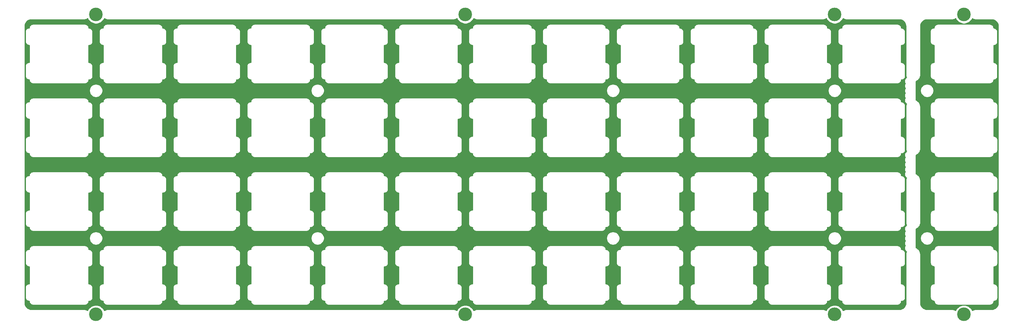
<source format=gbr>
G04 #@! TF.GenerationSoftware,KiCad,Pcbnew,(5.1.10-1-10_14)*
G04 #@! TF.CreationDate,2021-08-19T13:47:13-05:00*
G04 #@! TF.ProjectId,ori_top_plate,6f72695f-746f-4705-9f70-6c6174652e6b,rev?*
G04 #@! TF.SameCoordinates,Original*
G04 #@! TF.FileFunction,Copper,L1,Top*
G04 #@! TF.FilePolarity,Positive*
%FSLAX46Y46*%
G04 Gerber Fmt 4.6, Leading zero omitted, Abs format (unit mm)*
G04 Created by KiCad (PCBNEW (5.1.10-1-10_14)) date 2021-08-19 13:47:13*
%MOMM*%
%LPD*%
G01*
G04 APERTURE LIST*
G04 #@! TA.AperFunction,ComponentPad*
%ADD10C,3.500000*%
G04 #@! TD*
G04 #@! TA.AperFunction,ViaPad*
%ADD11C,0.500000*%
G04 #@! TD*
G04 #@! TA.AperFunction,Conductor*
%ADD12C,0.254000*%
G04 #@! TD*
G04 #@! TA.AperFunction,Conductor*
%ADD13C,0.100000*%
G04 #@! TD*
G04 APERTURE END LIST*
D10*
X165523314Y-39873575D03*
X165523314Y-117264265D03*
X260773394Y-39873575D03*
X260773394Y-117264265D03*
X356023474Y-39873575D03*
X356023474Y-117264265D03*
X389361002Y-39873575D03*
X389361002Y-117264265D03*
D11*
X373287551Y-59518904D03*
X385194165Y-59518840D03*
D12*
X358221859Y-40919636D02*
X358275446Y-40955238D01*
X358328555Y-40991603D01*
X358337275Y-40996318D01*
X358439861Y-41050863D01*
X358499324Y-41075371D01*
X358558501Y-41100735D01*
X358567971Y-41103666D01*
X358679197Y-41137247D01*
X358742291Y-41149740D01*
X358805264Y-41163125D01*
X358815123Y-41164161D01*
X358930753Y-41175499D01*
X358930755Y-41175499D01*
X358965169Y-41178888D01*
X372657826Y-41178760D01*
X373016501Y-41213928D01*
X373328121Y-41308012D01*
X373615528Y-41460828D01*
X373867775Y-41666557D01*
X374075264Y-41917367D01*
X374230084Y-42203701D01*
X374326340Y-42514654D01*
X374363810Y-42871153D01*
X374363811Y-55386480D01*
X374367314Y-55422048D01*
X374367314Y-55437511D01*
X374368351Y-55447370D01*
X374394253Y-55678292D01*
X374407625Y-55741204D01*
X374420131Y-55804363D01*
X374423063Y-55813832D01*
X374493325Y-56035325D01*
X374518666Y-56094449D01*
X374529513Y-56120767D01*
X374388676Y-56214871D01*
X374244513Y-56359034D01*
X374131245Y-56528552D01*
X374053224Y-56716910D01*
X374013450Y-56916869D01*
X374013450Y-57120747D01*
X374053224Y-57320706D01*
X374131245Y-57509064D01*
X374221278Y-57643808D01*
X374131245Y-57778552D01*
X374053224Y-57966910D01*
X374013450Y-58166869D01*
X374013450Y-58370747D01*
X374053224Y-58570706D01*
X374131245Y-58759064D01*
X374221278Y-58893808D01*
X374131245Y-59028552D01*
X374053224Y-59216910D01*
X374013450Y-59416869D01*
X374013450Y-59620747D01*
X374053224Y-59820706D01*
X374131245Y-60009064D01*
X374221278Y-60143808D01*
X374131245Y-60278552D01*
X374053224Y-60466910D01*
X374013450Y-60666869D01*
X374013450Y-60870747D01*
X374053224Y-61070706D01*
X374131245Y-61259064D01*
X374221278Y-61393808D01*
X374131245Y-61528552D01*
X374053224Y-61716910D01*
X374013450Y-61916869D01*
X374013450Y-62120747D01*
X374053224Y-62320706D01*
X374131245Y-62509064D01*
X374244513Y-62678582D01*
X374388676Y-62822745D01*
X374529187Y-62916631D01*
X374511910Y-62958548D01*
X374486559Y-63017697D01*
X374483628Y-63027167D01*
X374416465Y-63249620D01*
X374403976Y-63312695D01*
X374390585Y-63375692D01*
X374389549Y-63385551D01*
X374366874Y-63616812D01*
X374366874Y-63616820D01*
X374363485Y-63651240D01*
X374363812Y-74436613D01*
X374367314Y-74472160D01*
X374367314Y-74487623D01*
X374368351Y-74497482D01*
X374394253Y-74728404D01*
X374407625Y-74791316D01*
X374420131Y-74854475D01*
X374423063Y-74863944D01*
X374493325Y-75085437D01*
X374518666Y-75144561D01*
X374533605Y-75180805D01*
X374388676Y-75277643D01*
X374244513Y-75421806D01*
X374131245Y-75591324D01*
X374053224Y-75779682D01*
X374013450Y-75979641D01*
X374013450Y-76183519D01*
X374053224Y-76383478D01*
X374131245Y-76571836D01*
X374221278Y-76706580D01*
X374131245Y-76841324D01*
X374053224Y-77029682D01*
X374013450Y-77229641D01*
X374013450Y-77433519D01*
X374053224Y-77633478D01*
X374131245Y-77821836D01*
X374221278Y-77956580D01*
X374131245Y-78091324D01*
X374053224Y-78279682D01*
X374013450Y-78479641D01*
X374013450Y-78683519D01*
X374053224Y-78883478D01*
X374131245Y-79071836D01*
X374221278Y-79206580D01*
X374131245Y-79341324D01*
X374053224Y-79529682D01*
X374013450Y-79729641D01*
X374013450Y-79933519D01*
X374053224Y-80133478D01*
X374131245Y-80321836D01*
X374221278Y-80456580D01*
X374131245Y-80591324D01*
X374053224Y-80779682D01*
X374013450Y-80979641D01*
X374013450Y-81183519D01*
X374053224Y-81383478D01*
X374131245Y-81571836D01*
X374244513Y-81741354D01*
X374388676Y-81885517D01*
X374525324Y-81976822D01*
X374512234Y-82008578D01*
X374486883Y-82067727D01*
X374483952Y-82077197D01*
X374416789Y-82299650D01*
X374404300Y-82362725D01*
X374390909Y-82425722D01*
X374389873Y-82435581D01*
X374367198Y-82666842D01*
X374367198Y-82666858D01*
X374363812Y-82701227D01*
X374363489Y-93486600D01*
X374367314Y-93525449D01*
X374367314Y-93537735D01*
X374368351Y-93547594D01*
X374394253Y-93778516D01*
X374407625Y-93841428D01*
X374420131Y-93904587D01*
X374423063Y-93914056D01*
X374493325Y-94135549D01*
X374518666Y-94194673D01*
X374533605Y-94230917D01*
X374388676Y-94327755D01*
X374244513Y-94471918D01*
X374131245Y-94641436D01*
X374053224Y-94829794D01*
X374013450Y-95029753D01*
X374013450Y-95233631D01*
X374053224Y-95433590D01*
X374131245Y-95621948D01*
X374221278Y-95756692D01*
X374131245Y-95891436D01*
X374053224Y-96079794D01*
X374013450Y-96279753D01*
X374013450Y-96483631D01*
X374053224Y-96683590D01*
X374131245Y-96871948D01*
X374221278Y-97006692D01*
X374131245Y-97141436D01*
X374053224Y-97329794D01*
X374013450Y-97529753D01*
X374013450Y-97733631D01*
X374053224Y-97933590D01*
X374131245Y-98121948D01*
X374221278Y-98256692D01*
X374131245Y-98391436D01*
X374053224Y-98579794D01*
X374013450Y-98779753D01*
X374013450Y-98983631D01*
X374053224Y-99183590D01*
X374131245Y-99371948D01*
X374221278Y-99506692D01*
X374131245Y-99641436D01*
X374053224Y-99829794D01*
X374013450Y-100029753D01*
X374013450Y-100233631D01*
X374053224Y-100433590D01*
X374131245Y-100621948D01*
X374244513Y-100791466D01*
X374388676Y-100935629D01*
X374525324Y-101026934D01*
X374512234Y-101058690D01*
X374486883Y-101117839D01*
X374483952Y-101127309D01*
X374416789Y-101349762D01*
X374404300Y-101412837D01*
X374390909Y-101475834D01*
X374389873Y-101485693D01*
X374367198Y-101716954D01*
X374367198Y-101716961D01*
X374363810Y-101751361D01*
X374363811Y-114253089D01*
X374328642Y-114611772D01*
X374234558Y-114923390D01*
X374081740Y-115210799D01*
X373876013Y-115463045D01*
X373625203Y-115670534D01*
X373338869Y-115825354D01*
X373027916Y-115921610D01*
X372671412Y-115959080D01*
X358965169Y-115958952D01*
X358935093Y-115961914D01*
X358931537Y-115961889D01*
X358921671Y-115962856D01*
X358864332Y-115968882D01*
X358860862Y-115969224D01*
X358860746Y-115969259D01*
X358806123Y-115975000D01*
X358743093Y-115987938D01*
X358679871Y-115999998D01*
X358670391Y-116002861D01*
X358670386Y-116002862D01*
X358670384Y-116002863D01*
X358670381Y-116002864D01*
X358559392Y-116037221D01*
X358500111Y-116062140D01*
X358440408Y-116086262D01*
X358431655Y-116090916D01*
X358329453Y-116146176D01*
X358276110Y-116182157D01*
X358222255Y-116217398D01*
X358214573Y-116223663D01*
X358184316Y-116248694D01*
X358137034Y-116134544D01*
X357876024Y-115743916D01*
X357543823Y-115411715D01*
X357153195Y-115150705D01*
X356719153Y-114970919D01*
X356258376Y-114879265D01*
X355788572Y-114879265D01*
X355327795Y-114970919D01*
X354893753Y-115150705D01*
X354503125Y-115411715D01*
X354170924Y-115743916D01*
X353909914Y-116134544D01*
X353862592Y-116248790D01*
X353825089Y-116218204D01*
X353771536Y-116182624D01*
X353718394Y-116146237D01*
X353709673Y-116141522D01*
X353607088Y-116086977D01*
X353547611Y-116062463D01*
X353488447Y-116037105D01*
X353478977Y-116034174D01*
X353367751Y-116000593D01*
X353304658Y-115988101D01*
X353241685Y-115974715D01*
X353231826Y-115973679D01*
X353116476Y-115962369D01*
X353081786Y-115958952D01*
X263715082Y-115958952D01*
X263685009Y-115961914D01*
X263681457Y-115961889D01*
X263671591Y-115962856D01*
X263614210Y-115968887D01*
X263610775Y-115969225D01*
X263610660Y-115969260D01*
X263556043Y-115975000D01*
X263493013Y-115987938D01*
X263429791Y-115999998D01*
X263420311Y-116002861D01*
X263420306Y-116002862D01*
X263420304Y-116002863D01*
X263420301Y-116002864D01*
X263309312Y-116037221D01*
X263250031Y-116062140D01*
X263190328Y-116086262D01*
X263181575Y-116090916D01*
X263079373Y-116146176D01*
X263026030Y-116182157D01*
X262972175Y-116217398D01*
X262964493Y-116223663D01*
X262934236Y-116248694D01*
X262886954Y-116134544D01*
X262625944Y-115743916D01*
X262293743Y-115411715D01*
X261903115Y-115150705D01*
X261469073Y-114970919D01*
X261008296Y-114879265D01*
X260538492Y-114879265D01*
X260077715Y-114970919D01*
X259643673Y-115150705D01*
X259253045Y-115411715D01*
X258920844Y-115743916D01*
X258659834Y-116134544D01*
X258612512Y-116248790D01*
X258575009Y-116218204D01*
X258521456Y-116182624D01*
X258468314Y-116146237D01*
X258459593Y-116141522D01*
X258357008Y-116086977D01*
X258297531Y-116062463D01*
X258238367Y-116037105D01*
X258228897Y-116034174D01*
X258117671Y-116000593D01*
X258054578Y-115988101D01*
X257991605Y-115974715D01*
X257981746Y-115973679D01*
X257866396Y-115962369D01*
X257831706Y-115958952D01*
X168465002Y-115958952D01*
X168434929Y-115961914D01*
X168431377Y-115961889D01*
X168421511Y-115962856D01*
X168364130Y-115968887D01*
X168360695Y-115969225D01*
X168360580Y-115969260D01*
X168305963Y-115975000D01*
X168242933Y-115987938D01*
X168179711Y-115999998D01*
X168170231Y-116002861D01*
X168170226Y-116002862D01*
X168170224Y-116002863D01*
X168170221Y-116002864D01*
X168059232Y-116037221D01*
X167999951Y-116062140D01*
X167940248Y-116086262D01*
X167931495Y-116090916D01*
X167829293Y-116146176D01*
X167775950Y-116182157D01*
X167722095Y-116217398D01*
X167714413Y-116223663D01*
X167684156Y-116248694D01*
X167636874Y-116134544D01*
X167375864Y-115743916D01*
X167043663Y-115411715D01*
X166653035Y-115150705D01*
X166218993Y-114970919D01*
X165758216Y-114879265D01*
X165288412Y-114879265D01*
X164827635Y-114970919D01*
X164393593Y-115150705D01*
X164002965Y-115411715D01*
X163670764Y-115743916D01*
X163409754Y-116134544D01*
X163362432Y-116248790D01*
X163324929Y-116218204D01*
X163271376Y-116182624D01*
X163218234Y-116146237D01*
X163209513Y-116141522D01*
X163106928Y-116086977D01*
X163047451Y-116062463D01*
X162988287Y-116037105D01*
X162978817Y-116034174D01*
X162867591Y-116000593D01*
X162804498Y-115988101D01*
X162741525Y-115974715D01*
X162731666Y-115973679D01*
X162616035Y-115962341D01*
X162616033Y-115962341D01*
X162581619Y-115958952D01*
X148888834Y-115959080D01*
X148530158Y-115923912D01*
X148218540Y-115829828D01*
X147931131Y-115677010D01*
X147678885Y-115471283D01*
X147471396Y-115220473D01*
X147316576Y-114934139D01*
X147220320Y-114623186D01*
X147182850Y-114266687D01*
X147182850Y-101323054D01*
X147287530Y-101323054D01*
X147287531Y-103990347D01*
X147290368Y-104019151D01*
X147290356Y-104020876D01*
X147291289Y-104030395D01*
X147294255Y-104058611D01*
X147297443Y-104090983D01*
X147298836Y-104095574D01*
X147309898Y-104149465D01*
X147321528Y-104210429D01*
X147324292Y-104219585D01*
X147341606Y-104275517D01*
X147365667Y-104332754D01*
X147388924Y-104390317D01*
X147393414Y-104398761D01*
X147421262Y-104450265D01*
X147455955Y-104501699D01*
X147489974Y-104553684D01*
X147496019Y-104561095D01*
X147533340Y-104606208D01*
X147577397Y-104649958D01*
X147620833Y-104694313D01*
X147628202Y-104700410D01*
X147673575Y-104737415D01*
X147725308Y-104771786D01*
X147776505Y-104806842D01*
X147784918Y-104811391D01*
X147784928Y-104811397D01*
X147784934Y-104811399D01*
X147836614Y-104838880D01*
X147894028Y-104862545D01*
X147951084Y-104886999D01*
X147960214Y-104889825D01*
X147960216Y-104889826D01*
X147960218Y-104889826D01*
X147960220Y-104889827D01*
X148016271Y-104906750D01*
X148077174Y-104918809D01*
X148137909Y-104931718D01*
X148138073Y-104931735D01*
X148138247Y-104931788D01*
X148143440Y-104932299D01*
X148147421Y-104932718D01*
X148205690Y-104938431D01*
X148205693Y-104938431D01*
X148238883Y-104941700D01*
X148287530Y-104941700D01*
X148287531Y-109371700D01*
X148138883Y-109371700D01*
X148110134Y-109374532D01*
X148109053Y-109374524D01*
X148099535Y-109375457D01*
X148081595Y-109377342D01*
X148038247Y-109381612D01*
X148012379Y-109389459D01*
X147999876Y-109392026D01*
X147938915Y-109403654D01*
X147929759Y-109406418D01*
X147892471Y-109417960D01*
X147835221Y-109442025D01*
X147777675Y-109465275D01*
X147769230Y-109469765D01*
X147734894Y-109488330D01*
X147683445Y-109523032D01*
X147631459Y-109557052D01*
X147624047Y-109563097D01*
X147593972Y-109587978D01*
X147550220Y-109632039D01*
X147505871Y-109675469D01*
X147499775Y-109682838D01*
X147475105Y-109713087D01*
X147440748Y-109764800D01*
X147405677Y-109816019D01*
X147401128Y-109824432D01*
X147382803Y-109858896D01*
X147359140Y-109916306D01*
X147334687Y-109973359D01*
X147331858Y-109982495D01*
X147320576Y-110019862D01*
X147308513Y-110080785D01*
X147304864Y-110097949D01*
X147297442Y-110122418D01*
X147294896Y-110148267D01*
X147294608Y-110151009D01*
X147290799Y-110189855D01*
X147290799Y-110189864D01*
X147287530Y-110223054D01*
X147287531Y-112890347D01*
X147290368Y-112919151D01*
X147290356Y-112920876D01*
X147291289Y-112930395D01*
X147294255Y-112958611D01*
X147297443Y-112990983D01*
X147298836Y-112995574D01*
X147309898Y-113049465D01*
X147321528Y-113110429D01*
X147324292Y-113119585D01*
X147341606Y-113175517D01*
X147365667Y-113232754D01*
X147388924Y-113290317D01*
X147393414Y-113298761D01*
X147421262Y-113350265D01*
X147455955Y-113401699D01*
X147489974Y-113453684D01*
X147496019Y-113461095D01*
X147533340Y-113506208D01*
X147577397Y-113549958D01*
X147620833Y-113594313D01*
X147628202Y-113600410D01*
X147673575Y-113637415D01*
X147725308Y-113671786D01*
X147776505Y-113706842D01*
X147784918Y-113711391D01*
X147784928Y-113711397D01*
X147784934Y-113711399D01*
X147836614Y-113738880D01*
X147894028Y-113762545D01*
X147951084Y-113786999D01*
X147960214Y-113789825D01*
X147960216Y-113789826D01*
X147960218Y-113789826D01*
X147960220Y-113789827D01*
X148016271Y-113806750D01*
X148077174Y-113818809D01*
X148137909Y-113831718D01*
X148138073Y-113831735D01*
X148138247Y-113831788D01*
X148143440Y-113832299D01*
X148147421Y-113832718D01*
X148205690Y-113838431D01*
X148205693Y-113838431D01*
X148238883Y-113841700D01*
X148287530Y-113841700D01*
X148287530Y-113890346D01*
X148290368Y-113919160D01*
X148290356Y-113920876D01*
X148291289Y-113930395D01*
X148294240Y-113958475D01*
X148297442Y-113990982D01*
X148298837Y-113995581D01*
X148309898Y-114049465D01*
X148321528Y-114110429D01*
X148324292Y-114119585D01*
X148341606Y-114175517D01*
X148365667Y-114232754D01*
X148388924Y-114290317D01*
X148393414Y-114298761D01*
X148421262Y-114350265D01*
X148455955Y-114401699D01*
X148489974Y-114453684D01*
X148496019Y-114461095D01*
X148533340Y-114506208D01*
X148577397Y-114549958D01*
X148620833Y-114594313D01*
X148628202Y-114600410D01*
X148673575Y-114637415D01*
X148725308Y-114671786D01*
X148776505Y-114706842D01*
X148784918Y-114711391D01*
X148784928Y-114711397D01*
X148784934Y-114711399D01*
X148836614Y-114738880D01*
X148894028Y-114762545D01*
X148951084Y-114786999D01*
X148960214Y-114789825D01*
X148960216Y-114789826D01*
X148960218Y-114789826D01*
X148960220Y-114789827D01*
X149016271Y-114806750D01*
X149077174Y-114818809D01*
X149137909Y-114831718D01*
X149138073Y-114831735D01*
X149138247Y-114831788D01*
X149143440Y-114832299D01*
X149147421Y-114832718D01*
X149205690Y-114838431D01*
X149205693Y-114838431D01*
X149238883Y-114841700D01*
X162706177Y-114841700D01*
X162734991Y-114838862D01*
X162736706Y-114838874D01*
X162746225Y-114837941D01*
X162774290Y-114834991D01*
X162806813Y-114831788D01*
X162811414Y-114830392D01*
X162865295Y-114819332D01*
X162926259Y-114807702D01*
X162935415Y-114804938D01*
X162991347Y-114787624D01*
X163048584Y-114763563D01*
X163106147Y-114740306D01*
X163114586Y-114735819D01*
X163114590Y-114735817D01*
X163114593Y-114735815D01*
X163166095Y-114707968D01*
X163217529Y-114673275D01*
X163269514Y-114639256D01*
X163276925Y-114633211D01*
X163322038Y-114595890D01*
X163365788Y-114551833D01*
X163410143Y-114508397D01*
X163416240Y-114501028D01*
X163453245Y-114455655D01*
X163487616Y-114403922D01*
X163522672Y-114352725D01*
X163527221Y-114344312D01*
X163527227Y-114344302D01*
X163527229Y-114344296D01*
X163554710Y-114292616D01*
X163578375Y-114235202D01*
X163602829Y-114178146D01*
X163605657Y-114169010D01*
X163622580Y-114112959D01*
X163634639Y-114052056D01*
X163647548Y-113991321D01*
X163647565Y-113991157D01*
X163647618Y-113990983D01*
X163648129Y-113985791D01*
X163648548Y-113981809D01*
X163654261Y-113923540D01*
X163654261Y-113923536D01*
X163657530Y-113890346D01*
X163657530Y-113841700D01*
X163806177Y-113841700D01*
X163834926Y-113838868D01*
X163836007Y-113838876D01*
X163845525Y-113837943D01*
X163863472Y-113836057D01*
X163906813Y-113831788D01*
X163932680Y-113823941D01*
X163945179Y-113821376D01*
X164006146Y-113809746D01*
X164015302Y-113806982D01*
X164052589Y-113795440D01*
X164109850Y-113771370D01*
X164167385Y-113748125D01*
X164175828Y-113743636D01*
X164175833Y-113743634D01*
X164175839Y-113743630D01*
X164210166Y-113725070D01*
X164261615Y-113690368D01*
X164313601Y-113656348D01*
X164321013Y-113650303D01*
X164351088Y-113625422D01*
X164394840Y-113581362D01*
X164439189Y-113537931D01*
X164445285Y-113530562D01*
X164469955Y-113500313D01*
X164504312Y-113448600D01*
X164539383Y-113397381D01*
X164543932Y-113388968D01*
X164562257Y-113354504D01*
X164585920Y-113297094D01*
X164610373Y-113240041D01*
X164613202Y-113230905D01*
X164624484Y-113193538D01*
X164636547Y-113132615D01*
X164640195Y-113115454D01*
X164647618Y-113090983D01*
X164650168Y-113065095D01*
X164650452Y-113062392D01*
X164654261Y-113023545D01*
X164654261Y-113023537D01*
X164657530Y-112990347D01*
X164657530Y-110323053D01*
X164654692Y-110294239D01*
X164654704Y-110292524D01*
X164653771Y-110283006D01*
X164650822Y-110254949D01*
X164647618Y-110222417D01*
X164646222Y-110217816D01*
X164635159Y-110163922D01*
X164623532Y-110102972D01*
X164620768Y-110093816D01*
X164603454Y-110037883D01*
X164579388Y-109980633D01*
X164556136Y-109923084D01*
X164551646Y-109914639D01*
X164523798Y-109863136D01*
X164489083Y-109811670D01*
X164455085Y-109759716D01*
X164449041Y-109752304D01*
X164411720Y-109707192D01*
X164367647Y-109663425D01*
X164324227Y-109619087D01*
X164316858Y-109612990D01*
X164271485Y-109575985D01*
X164219752Y-109541614D01*
X164168555Y-109506558D01*
X164160142Y-109502009D01*
X164160132Y-109502003D01*
X164160126Y-109502001D01*
X164108446Y-109474521D01*
X164051053Y-109450864D01*
X163993976Y-109426401D01*
X163984850Y-109423576D01*
X163984845Y-109423574D01*
X163984840Y-109423573D01*
X163928789Y-109406650D01*
X163867886Y-109394591D01*
X163807151Y-109381682D01*
X163806987Y-109381665D01*
X163806813Y-109381612D01*
X163801620Y-109381101D01*
X163797639Y-109380682D01*
X163739369Y-109374969D01*
X163739367Y-109374969D01*
X163706177Y-109371700D01*
X163657530Y-109371700D01*
X163657530Y-104941700D01*
X163806177Y-104941700D01*
X163834926Y-104938868D01*
X163836007Y-104938876D01*
X163845525Y-104937943D01*
X163863472Y-104936057D01*
X163906813Y-104931788D01*
X163932680Y-104923941D01*
X163945179Y-104921376D01*
X164006146Y-104909746D01*
X164015302Y-104906982D01*
X164052589Y-104895440D01*
X164109850Y-104871370D01*
X164167385Y-104848125D01*
X164175828Y-104843636D01*
X164175833Y-104843634D01*
X164175839Y-104843630D01*
X164210166Y-104825070D01*
X164261615Y-104790368D01*
X164313601Y-104756348D01*
X164321013Y-104750303D01*
X164351088Y-104725422D01*
X164394840Y-104681362D01*
X164439189Y-104637931D01*
X164445285Y-104630562D01*
X164469955Y-104600313D01*
X164504312Y-104548600D01*
X164539383Y-104497381D01*
X164543932Y-104488968D01*
X164562257Y-104454504D01*
X164585920Y-104397094D01*
X164610373Y-104340041D01*
X164613202Y-104330905D01*
X164624484Y-104293538D01*
X164636547Y-104232615D01*
X164640195Y-104215454D01*
X164647618Y-104190983D01*
X164650168Y-104165095D01*
X164650452Y-104162392D01*
X164654261Y-104123545D01*
X164654261Y-104123537D01*
X164657530Y-104090347D01*
X164657530Y-101423053D01*
X164654692Y-101394239D01*
X164654704Y-101392524D01*
X164653771Y-101383006D01*
X164650822Y-101354949D01*
X164647681Y-101323054D01*
X166337610Y-101323054D01*
X166337611Y-103990347D01*
X166340448Y-104019151D01*
X166340436Y-104020876D01*
X166341369Y-104030395D01*
X166344335Y-104058611D01*
X166347523Y-104090983D01*
X166348916Y-104095574D01*
X166359978Y-104149465D01*
X166371608Y-104210429D01*
X166374372Y-104219585D01*
X166391686Y-104275517D01*
X166415747Y-104332754D01*
X166439004Y-104390317D01*
X166443494Y-104398761D01*
X166471342Y-104450265D01*
X166506035Y-104501699D01*
X166540054Y-104553684D01*
X166546099Y-104561095D01*
X166583420Y-104606208D01*
X166627477Y-104649958D01*
X166670913Y-104694313D01*
X166678282Y-104700410D01*
X166723655Y-104737415D01*
X166775388Y-104771786D01*
X166826585Y-104806842D01*
X166834998Y-104811391D01*
X166835008Y-104811397D01*
X166835014Y-104811399D01*
X166886694Y-104838880D01*
X166944108Y-104862545D01*
X167001164Y-104886999D01*
X167010294Y-104889825D01*
X167010296Y-104889826D01*
X167010298Y-104889826D01*
X167010300Y-104889827D01*
X167066351Y-104906750D01*
X167127254Y-104918809D01*
X167187989Y-104931718D01*
X167188153Y-104931735D01*
X167188327Y-104931788D01*
X167193520Y-104932299D01*
X167197501Y-104932718D01*
X167255770Y-104938431D01*
X167255773Y-104938431D01*
X167288963Y-104941700D01*
X167337610Y-104941700D01*
X167337611Y-109371700D01*
X167188963Y-109371700D01*
X167160214Y-109374532D01*
X167159133Y-109374524D01*
X167149615Y-109375457D01*
X167131675Y-109377342D01*
X167088327Y-109381612D01*
X167062459Y-109389459D01*
X167049956Y-109392026D01*
X166988995Y-109403654D01*
X166979839Y-109406418D01*
X166942551Y-109417960D01*
X166885301Y-109442025D01*
X166827755Y-109465275D01*
X166819310Y-109469765D01*
X166784974Y-109488330D01*
X166733525Y-109523032D01*
X166681539Y-109557052D01*
X166674127Y-109563097D01*
X166644052Y-109587978D01*
X166600300Y-109632039D01*
X166555951Y-109675469D01*
X166549855Y-109682838D01*
X166525185Y-109713087D01*
X166490828Y-109764800D01*
X166455757Y-109816019D01*
X166451208Y-109824432D01*
X166432883Y-109858896D01*
X166409220Y-109916306D01*
X166384767Y-109973359D01*
X166381938Y-109982495D01*
X166370656Y-110019862D01*
X166358593Y-110080785D01*
X166354944Y-110097949D01*
X166347522Y-110122418D01*
X166344976Y-110148267D01*
X166344688Y-110151009D01*
X166340879Y-110189855D01*
X166340879Y-110189864D01*
X166337610Y-110223054D01*
X166337611Y-112890347D01*
X166340448Y-112919151D01*
X166340436Y-112920876D01*
X166341369Y-112930395D01*
X166344335Y-112958611D01*
X166347523Y-112990983D01*
X166348916Y-112995574D01*
X166359978Y-113049465D01*
X166371608Y-113110429D01*
X166374372Y-113119585D01*
X166391686Y-113175517D01*
X166415747Y-113232754D01*
X166439004Y-113290317D01*
X166443494Y-113298761D01*
X166471342Y-113350265D01*
X166506035Y-113401699D01*
X166540054Y-113453684D01*
X166546099Y-113461095D01*
X166583420Y-113506208D01*
X166627477Y-113549958D01*
X166670913Y-113594313D01*
X166678282Y-113600410D01*
X166723655Y-113637415D01*
X166775388Y-113671786D01*
X166826585Y-113706842D01*
X166834998Y-113711391D01*
X166835008Y-113711397D01*
X166835014Y-113711399D01*
X166886694Y-113738880D01*
X166944108Y-113762545D01*
X167001164Y-113786999D01*
X167010294Y-113789825D01*
X167010296Y-113789826D01*
X167010298Y-113789826D01*
X167010300Y-113789827D01*
X167066351Y-113806750D01*
X167127254Y-113818809D01*
X167187989Y-113831718D01*
X167188153Y-113831735D01*
X167188327Y-113831788D01*
X167193520Y-113832299D01*
X167197501Y-113832718D01*
X167255770Y-113838431D01*
X167255773Y-113838431D01*
X167288963Y-113841700D01*
X167337610Y-113841700D01*
X167337610Y-113890346D01*
X167340448Y-113919160D01*
X167340436Y-113920876D01*
X167341369Y-113930395D01*
X167344320Y-113958475D01*
X167347522Y-113990982D01*
X167348917Y-113995581D01*
X167359978Y-114049465D01*
X167371608Y-114110429D01*
X167374372Y-114119585D01*
X167391686Y-114175517D01*
X167415747Y-114232754D01*
X167439004Y-114290317D01*
X167443494Y-114298761D01*
X167471342Y-114350265D01*
X167506035Y-114401699D01*
X167540054Y-114453684D01*
X167546099Y-114461095D01*
X167583420Y-114506208D01*
X167627477Y-114549958D01*
X167670913Y-114594313D01*
X167678282Y-114600410D01*
X167723655Y-114637415D01*
X167775388Y-114671786D01*
X167826585Y-114706842D01*
X167834998Y-114711391D01*
X167835008Y-114711397D01*
X167835014Y-114711399D01*
X167886694Y-114738880D01*
X167944108Y-114762545D01*
X168001164Y-114786999D01*
X168010294Y-114789825D01*
X168010296Y-114789826D01*
X168010298Y-114789826D01*
X168010300Y-114789827D01*
X168066351Y-114806750D01*
X168127254Y-114818809D01*
X168187989Y-114831718D01*
X168188153Y-114831735D01*
X168188327Y-114831788D01*
X168193520Y-114832299D01*
X168197501Y-114832718D01*
X168255770Y-114838431D01*
X168255773Y-114838431D01*
X168288963Y-114841700D01*
X181756257Y-114841700D01*
X181785071Y-114838862D01*
X181786786Y-114838874D01*
X181796305Y-114837941D01*
X181824370Y-114834991D01*
X181856893Y-114831788D01*
X181861494Y-114830392D01*
X181915375Y-114819332D01*
X181976339Y-114807702D01*
X181985495Y-114804938D01*
X182041427Y-114787624D01*
X182098664Y-114763563D01*
X182156227Y-114740306D01*
X182164666Y-114735819D01*
X182164670Y-114735817D01*
X182164673Y-114735815D01*
X182216175Y-114707968D01*
X182267609Y-114673275D01*
X182319594Y-114639256D01*
X182327005Y-114633211D01*
X182372118Y-114595890D01*
X182415868Y-114551833D01*
X182460223Y-114508397D01*
X182466320Y-114501028D01*
X182503325Y-114455655D01*
X182537696Y-114403922D01*
X182572752Y-114352725D01*
X182577301Y-114344312D01*
X182577307Y-114344302D01*
X182577309Y-114344296D01*
X182604790Y-114292616D01*
X182628455Y-114235202D01*
X182652909Y-114178146D01*
X182655737Y-114169010D01*
X182672660Y-114112959D01*
X182684719Y-114052056D01*
X182697628Y-113991321D01*
X182697645Y-113991157D01*
X182697698Y-113990983D01*
X182698209Y-113985791D01*
X182698628Y-113981809D01*
X182704341Y-113923540D01*
X182704341Y-113923536D01*
X182707610Y-113890346D01*
X182707610Y-113841700D01*
X182856257Y-113841700D01*
X182885006Y-113838868D01*
X182886087Y-113838876D01*
X182895605Y-113837943D01*
X182913552Y-113836057D01*
X182956893Y-113831788D01*
X182982760Y-113823941D01*
X182995259Y-113821376D01*
X183056226Y-113809746D01*
X183065382Y-113806982D01*
X183102669Y-113795440D01*
X183159930Y-113771370D01*
X183217465Y-113748125D01*
X183225908Y-113743636D01*
X183225913Y-113743634D01*
X183225919Y-113743630D01*
X183260246Y-113725070D01*
X183311695Y-113690368D01*
X183363681Y-113656348D01*
X183371093Y-113650303D01*
X183401168Y-113625422D01*
X183444920Y-113581362D01*
X183489269Y-113537931D01*
X183495365Y-113530562D01*
X183520035Y-113500313D01*
X183554392Y-113448600D01*
X183589463Y-113397381D01*
X183594012Y-113388968D01*
X183612337Y-113354504D01*
X183636000Y-113297094D01*
X183660453Y-113240041D01*
X183663282Y-113230905D01*
X183674564Y-113193538D01*
X183686627Y-113132615D01*
X183690275Y-113115454D01*
X183697698Y-113090983D01*
X183700248Y-113065095D01*
X183700532Y-113062392D01*
X183704341Y-113023545D01*
X183704341Y-113023537D01*
X183707610Y-112990347D01*
X183707610Y-110323053D01*
X183704772Y-110294239D01*
X183704784Y-110292524D01*
X183703851Y-110283006D01*
X183700902Y-110254949D01*
X183697698Y-110222417D01*
X183696302Y-110217816D01*
X183685239Y-110163922D01*
X183673612Y-110102972D01*
X183670848Y-110093816D01*
X183653534Y-110037883D01*
X183629468Y-109980633D01*
X183606216Y-109923084D01*
X183601726Y-109914639D01*
X183573878Y-109863136D01*
X183539163Y-109811670D01*
X183505165Y-109759716D01*
X183499121Y-109752304D01*
X183461800Y-109707192D01*
X183417727Y-109663425D01*
X183374307Y-109619087D01*
X183366938Y-109612990D01*
X183321565Y-109575985D01*
X183269832Y-109541614D01*
X183218635Y-109506558D01*
X183210222Y-109502009D01*
X183210212Y-109502003D01*
X183210206Y-109502001D01*
X183158526Y-109474521D01*
X183101133Y-109450864D01*
X183044056Y-109426401D01*
X183034930Y-109423576D01*
X183034925Y-109423574D01*
X183034920Y-109423573D01*
X182978869Y-109406650D01*
X182917966Y-109394591D01*
X182857231Y-109381682D01*
X182857067Y-109381665D01*
X182856893Y-109381612D01*
X182851700Y-109381101D01*
X182847719Y-109380682D01*
X182789449Y-109374969D01*
X182789447Y-109374969D01*
X182756257Y-109371700D01*
X182707610Y-109371700D01*
X182707610Y-104941700D01*
X182856257Y-104941700D01*
X182885006Y-104938868D01*
X182886087Y-104938876D01*
X182895605Y-104937943D01*
X182913552Y-104936057D01*
X182956893Y-104931788D01*
X182982760Y-104923941D01*
X182995259Y-104921376D01*
X183056226Y-104909746D01*
X183065382Y-104906982D01*
X183102669Y-104895440D01*
X183159930Y-104871370D01*
X183217465Y-104848125D01*
X183225908Y-104843636D01*
X183225913Y-104843634D01*
X183225919Y-104843630D01*
X183260246Y-104825070D01*
X183311695Y-104790368D01*
X183363681Y-104756348D01*
X183371093Y-104750303D01*
X183401168Y-104725422D01*
X183444920Y-104681362D01*
X183489269Y-104637931D01*
X183495365Y-104630562D01*
X183520035Y-104600313D01*
X183554392Y-104548600D01*
X183589463Y-104497381D01*
X183594012Y-104488968D01*
X183612337Y-104454504D01*
X183636000Y-104397094D01*
X183660453Y-104340041D01*
X183663282Y-104330905D01*
X183674564Y-104293538D01*
X183686627Y-104232615D01*
X183690275Y-104215454D01*
X183697698Y-104190983D01*
X183700248Y-104165095D01*
X183700532Y-104162392D01*
X183704341Y-104123545D01*
X183704341Y-104123537D01*
X183707610Y-104090347D01*
X183707610Y-101423053D01*
X183704772Y-101394239D01*
X183704784Y-101392524D01*
X183703851Y-101383006D01*
X183700902Y-101354949D01*
X183697761Y-101323054D01*
X185387690Y-101323054D01*
X185387691Y-103990347D01*
X185390528Y-104019151D01*
X185390516Y-104020876D01*
X185391449Y-104030395D01*
X185394415Y-104058611D01*
X185397603Y-104090983D01*
X185398996Y-104095574D01*
X185410058Y-104149465D01*
X185421688Y-104210429D01*
X185424452Y-104219585D01*
X185441766Y-104275517D01*
X185465827Y-104332754D01*
X185489084Y-104390317D01*
X185493574Y-104398761D01*
X185521422Y-104450265D01*
X185556115Y-104501699D01*
X185590134Y-104553684D01*
X185596179Y-104561095D01*
X185633500Y-104606208D01*
X185677557Y-104649958D01*
X185720993Y-104694313D01*
X185728362Y-104700410D01*
X185773735Y-104737415D01*
X185825468Y-104771786D01*
X185876665Y-104806842D01*
X185885078Y-104811391D01*
X185885088Y-104811397D01*
X185885094Y-104811399D01*
X185936774Y-104838880D01*
X185994188Y-104862545D01*
X186051244Y-104886999D01*
X186060374Y-104889825D01*
X186060376Y-104889826D01*
X186060378Y-104889826D01*
X186060380Y-104889827D01*
X186116431Y-104906750D01*
X186177334Y-104918809D01*
X186238069Y-104931718D01*
X186238233Y-104931735D01*
X186238407Y-104931788D01*
X186243600Y-104932299D01*
X186247581Y-104932718D01*
X186305850Y-104938431D01*
X186305853Y-104938431D01*
X186339043Y-104941700D01*
X186387690Y-104941700D01*
X186387691Y-109371700D01*
X186239043Y-109371700D01*
X186210294Y-109374532D01*
X186209213Y-109374524D01*
X186199695Y-109375457D01*
X186181755Y-109377342D01*
X186138407Y-109381612D01*
X186112539Y-109389459D01*
X186100036Y-109392026D01*
X186039075Y-109403654D01*
X186029919Y-109406418D01*
X185992631Y-109417960D01*
X185935381Y-109442025D01*
X185877835Y-109465275D01*
X185869390Y-109469765D01*
X185835054Y-109488330D01*
X185783605Y-109523032D01*
X185731619Y-109557052D01*
X185724207Y-109563097D01*
X185694132Y-109587978D01*
X185650380Y-109632039D01*
X185606031Y-109675469D01*
X185599935Y-109682838D01*
X185575265Y-109713087D01*
X185540908Y-109764800D01*
X185505837Y-109816019D01*
X185501288Y-109824432D01*
X185482963Y-109858896D01*
X185459300Y-109916306D01*
X185434847Y-109973359D01*
X185432018Y-109982495D01*
X185420736Y-110019862D01*
X185408673Y-110080785D01*
X185405024Y-110097949D01*
X185397602Y-110122418D01*
X185395056Y-110148267D01*
X185394768Y-110151009D01*
X185390959Y-110189855D01*
X185390959Y-110189864D01*
X185387690Y-110223054D01*
X185387691Y-112890347D01*
X185390528Y-112919151D01*
X185390516Y-112920876D01*
X185391449Y-112930395D01*
X185394415Y-112958611D01*
X185397603Y-112990983D01*
X185398996Y-112995574D01*
X185410058Y-113049465D01*
X185421688Y-113110429D01*
X185424452Y-113119585D01*
X185441766Y-113175517D01*
X185465827Y-113232754D01*
X185489084Y-113290317D01*
X185493574Y-113298761D01*
X185521422Y-113350265D01*
X185556115Y-113401699D01*
X185590134Y-113453684D01*
X185596179Y-113461095D01*
X185633500Y-113506208D01*
X185677557Y-113549958D01*
X185720993Y-113594313D01*
X185728362Y-113600410D01*
X185773735Y-113637415D01*
X185825468Y-113671786D01*
X185876665Y-113706842D01*
X185885078Y-113711391D01*
X185885088Y-113711397D01*
X185885094Y-113711399D01*
X185936774Y-113738880D01*
X185994188Y-113762545D01*
X186051244Y-113786999D01*
X186060374Y-113789825D01*
X186060376Y-113789826D01*
X186060378Y-113789826D01*
X186060380Y-113789827D01*
X186116431Y-113806750D01*
X186177334Y-113818809D01*
X186238069Y-113831718D01*
X186238233Y-113831735D01*
X186238407Y-113831788D01*
X186243600Y-113832299D01*
X186247581Y-113832718D01*
X186305850Y-113838431D01*
X186305853Y-113838431D01*
X186339043Y-113841700D01*
X186387690Y-113841700D01*
X186387690Y-113890346D01*
X186390528Y-113919160D01*
X186390516Y-113920876D01*
X186391449Y-113930395D01*
X186394400Y-113958475D01*
X186397602Y-113990982D01*
X186398997Y-113995581D01*
X186410058Y-114049465D01*
X186421688Y-114110429D01*
X186424452Y-114119585D01*
X186441766Y-114175517D01*
X186465827Y-114232754D01*
X186489084Y-114290317D01*
X186493574Y-114298761D01*
X186521422Y-114350265D01*
X186556115Y-114401699D01*
X186590134Y-114453684D01*
X186596179Y-114461095D01*
X186633500Y-114506208D01*
X186677557Y-114549958D01*
X186720993Y-114594313D01*
X186728362Y-114600410D01*
X186773735Y-114637415D01*
X186825468Y-114671786D01*
X186876665Y-114706842D01*
X186885078Y-114711391D01*
X186885088Y-114711397D01*
X186885094Y-114711399D01*
X186936774Y-114738880D01*
X186994188Y-114762545D01*
X187051244Y-114786999D01*
X187060374Y-114789825D01*
X187060376Y-114789826D01*
X187060378Y-114789826D01*
X187060380Y-114789827D01*
X187116431Y-114806750D01*
X187177334Y-114818809D01*
X187238069Y-114831718D01*
X187238233Y-114831735D01*
X187238407Y-114831788D01*
X187243600Y-114832299D01*
X187247581Y-114832718D01*
X187305850Y-114838431D01*
X187305853Y-114838431D01*
X187339043Y-114841700D01*
X200806337Y-114841700D01*
X200835151Y-114838862D01*
X200836866Y-114838874D01*
X200846385Y-114837941D01*
X200874450Y-114834991D01*
X200906973Y-114831788D01*
X200911574Y-114830392D01*
X200965455Y-114819332D01*
X201026419Y-114807702D01*
X201035575Y-114804938D01*
X201091507Y-114787624D01*
X201148744Y-114763563D01*
X201206307Y-114740306D01*
X201214746Y-114735819D01*
X201214750Y-114735817D01*
X201214753Y-114735815D01*
X201266255Y-114707968D01*
X201317689Y-114673275D01*
X201369674Y-114639256D01*
X201377085Y-114633211D01*
X201422198Y-114595890D01*
X201465948Y-114551833D01*
X201510303Y-114508397D01*
X201516400Y-114501028D01*
X201553405Y-114455655D01*
X201587776Y-114403922D01*
X201622832Y-114352725D01*
X201627381Y-114344312D01*
X201627387Y-114344302D01*
X201627389Y-114344296D01*
X201654870Y-114292616D01*
X201678535Y-114235202D01*
X201702989Y-114178146D01*
X201705817Y-114169010D01*
X201722740Y-114112959D01*
X201734799Y-114052056D01*
X201747708Y-113991321D01*
X201747725Y-113991157D01*
X201747778Y-113990983D01*
X201748289Y-113985791D01*
X201748708Y-113981809D01*
X201754421Y-113923540D01*
X201754421Y-113923536D01*
X201757690Y-113890346D01*
X201757690Y-113841700D01*
X201906337Y-113841700D01*
X201935086Y-113838868D01*
X201936167Y-113838876D01*
X201945685Y-113837943D01*
X201963632Y-113836057D01*
X202006973Y-113831788D01*
X202032840Y-113823941D01*
X202045339Y-113821376D01*
X202106306Y-113809746D01*
X202115462Y-113806982D01*
X202152749Y-113795440D01*
X202210010Y-113771370D01*
X202267545Y-113748125D01*
X202275988Y-113743636D01*
X202275993Y-113743634D01*
X202275999Y-113743630D01*
X202310326Y-113725070D01*
X202361775Y-113690368D01*
X202413761Y-113656348D01*
X202421173Y-113650303D01*
X202451248Y-113625422D01*
X202495000Y-113581362D01*
X202539349Y-113537931D01*
X202545445Y-113530562D01*
X202570115Y-113500313D01*
X202604472Y-113448600D01*
X202639543Y-113397381D01*
X202644092Y-113388968D01*
X202662417Y-113354504D01*
X202686080Y-113297094D01*
X202710533Y-113240041D01*
X202713362Y-113230905D01*
X202724644Y-113193538D01*
X202736707Y-113132615D01*
X202740355Y-113115454D01*
X202747778Y-113090983D01*
X202750328Y-113065095D01*
X202750612Y-113062392D01*
X202754421Y-113023545D01*
X202754421Y-113023537D01*
X202757690Y-112990347D01*
X202757690Y-110323053D01*
X202754852Y-110294239D01*
X202754864Y-110292524D01*
X202753931Y-110283006D01*
X202750982Y-110254949D01*
X202747778Y-110222417D01*
X202746382Y-110217816D01*
X202735319Y-110163922D01*
X202723692Y-110102972D01*
X202720928Y-110093816D01*
X202703614Y-110037883D01*
X202679548Y-109980633D01*
X202656296Y-109923084D01*
X202651806Y-109914639D01*
X202623958Y-109863136D01*
X202589243Y-109811670D01*
X202555245Y-109759716D01*
X202549201Y-109752304D01*
X202511880Y-109707192D01*
X202467807Y-109663425D01*
X202424387Y-109619087D01*
X202417018Y-109612990D01*
X202371645Y-109575985D01*
X202319912Y-109541614D01*
X202268715Y-109506558D01*
X202260302Y-109502009D01*
X202260292Y-109502003D01*
X202260286Y-109502001D01*
X202208606Y-109474521D01*
X202151213Y-109450864D01*
X202094136Y-109426401D01*
X202085010Y-109423576D01*
X202085005Y-109423574D01*
X202085000Y-109423573D01*
X202028949Y-109406650D01*
X201968046Y-109394591D01*
X201907311Y-109381682D01*
X201907147Y-109381665D01*
X201906973Y-109381612D01*
X201901780Y-109381101D01*
X201897799Y-109380682D01*
X201839529Y-109374969D01*
X201839527Y-109374969D01*
X201806337Y-109371700D01*
X201757690Y-109371700D01*
X201757690Y-104941700D01*
X201906337Y-104941700D01*
X201935086Y-104938868D01*
X201936167Y-104938876D01*
X201945685Y-104937943D01*
X201963632Y-104936057D01*
X202006973Y-104931788D01*
X202032840Y-104923941D01*
X202045339Y-104921376D01*
X202106306Y-104909746D01*
X202115462Y-104906982D01*
X202152749Y-104895440D01*
X202210010Y-104871370D01*
X202267545Y-104848125D01*
X202275988Y-104843636D01*
X202275993Y-104843634D01*
X202275999Y-104843630D01*
X202310326Y-104825070D01*
X202361775Y-104790368D01*
X202413761Y-104756348D01*
X202421173Y-104750303D01*
X202451248Y-104725422D01*
X202495000Y-104681362D01*
X202539349Y-104637931D01*
X202545445Y-104630562D01*
X202570115Y-104600313D01*
X202604472Y-104548600D01*
X202639543Y-104497381D01*
X202644092Y-104488968D01*
X202662417Y-104454504D01*
X202686080Y-104397094D01*
X202710533Y-104340041D01*
X202713362Y-104330905D01*
X202724644Y-104293538D01*
X202736707Y-104232615D01*
X202740355Y-104215454D01*
X202747778Y-104190983D01*
X202750328Y-104165095D01*
X202750612Y-104162392D01*
X202754421Y-104123545D01*
X202754421Y-104123537D01*
X202757690Y-104090347D01*
X202757690Y-101423053D01*
X202754852Y-101394239D01*
X202754864Y-101392524D01*
X202753931Y-101383006D01*
X202750982Y-101354949D01*
X202747841Y-101323054D01*
X204437770Y-101323054D01*
X204437771Y-103990347D01*
X204440608Y-104019151D01*
X204440596Y-104020876D01*
X204441529Y-104030395D01*
X204444495Y-104058611D01*
X204447683Y-104090983D01*
X204449076Y-104095574D01*
X204460138Y-104149465D01*
X204471768Y-104210429D01*
X204474532Y-104219585D01*
X204491846Y-104275517D01*
X204515907Y-104332754D01*
X204539164Y-104390317D01*
X204543654Y-104398761D01*
X204571502Y-104450265D01*
X204606195Y-104501699D01*
X204640214Y-104553684D01*
X204646259Y-104561095D01*
X204683580Y-104606208D01*
X204727637Y-104649958D01*
X204771073Y-104694313D01*
X204778442Y-104700410D01*
X204823815Y-104737415D01*
X204875548Y-104771786D01*
X204926745Y-104806842D01*
X204935158Y-104811391D01*
X204935168Y-104811397D01*
X204935174Y-104811399D01*
X204986854Y-104838880D01*
X205044268Y-104862545D01*
X205101324Y-104886999D01*
X205110454Y-104889825D01*
X205110456Y-104889826D01*
X205110458Y-104889826D01*
X205110460Y-104889827D01*
X205166511Y-104906750D01*
X205227414Y-104918809D01*
X205288149Y-104931718D01*
X205288313Y-104931735D01*
X205288487Y-104931788D01*
X205293680Y-104932299D01*
X205297661Y-104932718D01*
X205355930Y-104938431D01*
X205355933Y-104938431D01*
X205389123Y-104941700D01*
X205437770Y-104941700D01*
X205437771Y-109371700D01*
X205289123Y-109371700D01*
X205260374Y-109374532D01*
X205259293Y-109374524D01*
X205249775Y-109375457D01*
X205231835Y-109377342D01*
X205188487Y-109381612D01*
X205162619Y-109389459D01*
X205150116Y-109392026D01*
X205089155Y-109403654D01*
X205079999Y-109406418D01*
X205042711Y-109417960D01*
X204985461Y-109442025D01*
X204927915Y-109465275D01*
X204919470Y-109469765D01*
X204885134Y-109488330D01*
X204833685Y-109523032D01*
X204781699Y-109557052D01*
X204774287Y-109563097D01*
X204744212Y-109587978D01*
X204700460Y-109632039D01*
X204656111Y-109675469D01*
X204650015Y-109682838D01*
X204625345Y-109713087D01*
X204590988Y-109764800D01*
X204555917Y-109816019D01*
X204551368Y-109824432D01*
X204533043Y-109858896D01*
X204509380Y-109916306D01*
X204484927Y-109973359D01*
X204482098Y-109982495D01*
X204470816Y-110019862D01*
X204458753Y-110080785D01*
X204455104Y-110097949D01*
X204447682Y-110122418D01*
X204445136Y-110148267D01*
X204444848Y-110151009D01*
X204441039Y-110189855D01*
X204441039Y-110189864D01*
X204437770Y-110223054D01*
X204437771Y-112890347D01*
X204440608Y-112919151D01*
X204440596Y-112920876D01*
X204441529Y-112930395D01*
X204444495Y-112958611D01*
X204447683Y-112990983D01*
X204449076Y-112995574D01*
X204460138Y-113049465D01*
X204471768Y-113110429D01*
X204474532Y-113119585D01*
X204491846Y-113175517D01*
X204515907Y-113232754D01*
X204539164Y-113290317D01*
X204543654Y-113298761D01*
X204571502Y-113350265D01*
X204606195Y-113401699D01*
X204640214Y-113453684D01*
X204646259Y-113461095D01*
X204683580Y-113506208D01*
X204727637Y-113549958D01*
X204771073Y-113594313D01*
X204778442Y-113600410D01*
X204823815Y-113637415D01*
X204875548Y-113671786D01*
X204926745Y-113706842D01*
X204935158Y-113711391D01*
X204935168Y-113711397D01*
X204935174Y-113711399D01*
X204986854Y-113738880D01*
X205044268Y-113762545D01*
X205101324Y-113786999D01*
X205110454Y-113789825D01*
X205110456Y-113789826D01*
X205110458Y-113789826D01*
X205110460Y-113789827D01*
X205166511Y-113806750D01*
X205227414Y-113818809D01*
X205288149Y-113831718D01*
X205288313Y-113831735D01*
X205288487Y-113831788D01*
X205293680Y-113832299D01*
X205297661Y-113832718D01*
X205355930Y-113838431D01*
X205355933Y-113838431D01*
X205389123Y-113841700D01*
X205437770Y-113841700D01*
X205437770Y-113890346D01*
X205440608Y-113919160D01*
X205440596Y-113920876D01*
X205441529Y-113930395D01*
X205444480Y-113958475D01*
X205447682Y-113990982D01*
X205449077Y-113995581D01*
X205460138Y-114049465D01*
X205471768Y-114110429D01*
X205474532Y-114119585D01*
X205491846Y-114175517D01*
X205515907Y-114232754D01*
X205539164Y-114290317D01*
X205543654Y-114298761D01*
X205571502Y-114350265D01*
X205606195Y-114401699D01*
X205640214Y-114453684D01*
X205646259Y-114461095D01*
X205683580Y-114506208D01*
X205727637Y-114549958D01*
X205771073Y-114594313D01*
X205778442Y-114600410D01*
X205823815Y-114637415D01*
X205875548Y-114671786D01*
X205926745Y-114706842D01*
X205935158Y-114711391D01*
X205935168Y-114711397D01*
X205935174Y-114711399D01*
X205986854Y-114738880D01*
X206044268Y-114762545D01*
X206101324Y-114786999D01*
X206110454Y-114789825D01*
X206110456Y-114789826D01*
X206110458Y-114789826D01*
X206110460Y-114789827D01*
X206166511Y-114806750D01*
X206227414Y-114818809D01*
X206288149Y-114831718D01*
X206288313Y-114831735D01*
X206288487Y-114831788D01*
X206293680Y-114832299D01*
X206297661Y-114832718D01*
X206355930Y-114838431D01*
X206355933Y-114838431D01*
X206389123Y-114841700D01*
X219856417Y-114841700D01*
X219885231Y-114838862D01*
X219886946Y-114838874D01*
X219896465Y-114837941D01*
X219924530Y-114834991D01*
X219957053Y-114831788D01*
X219961654Y-114830392D01*
X220015535Y-114819332D01*
X220076499Y-114807702D01*
X220085655Y-114804938D01*
X220141587Y-114787624D01*
X220198824Y-114763563D01*
X220256387Y-114740306D01*
X220264826Y-114735819D01*
X220264830Y-114735817D01*
X220264833Y-114735815D01*
X220316335Y-114707968D01*
X220367769Y-114673275D01*
X220419754Y-114639256D01*
X220427165Y-114633211D01*
X220472278Y-114595890D01*
X220516028Y-114551833D01*
X220560383Y-114508397D01*
X220566480Y-114501028D01*
X220603485Y-114455655D01*
X220637856Y-114403922D01*
X220672912Y-114352725D01*
X220677461Y-114344312D01*
X220677467Y-114344302D01*
X220677469Y-114344296D01*
X220704950Y-114292616D01*
X220728615Y-114235202D01*
X220753069Y-114178146D01*
X220755897Y-114169010D01*
X220772820Y-114112959D01*
X220784879Y-114052056D01*
X220797788Y-113991321D01*
X220797805Y-113991157D01*
X220797858Y-113990983D01*
X220798369Y-113985791D01*
X220798788Y-113981809D01*
X220804501Y-113923540D01*
X220804501Y-113923536D01*
X220807770Y-113890346D01*
X220807770Y-113841700D01*
X220956417Y-113841700D01*
X220985166Y-113838868D01*
X220986247Y-113838876D01*
X220995765Y-113837943D01*
X221013712Y-113836057D01*
X221057053Y-113831788D01*
X221082920Y-113823941D01*
X221095419Y-113821376D01*
X221156386Y-113809746D01*
X221165542Y-113806982D01*
X221202829Y-113795440D01*
X221260090Y-113771370D01*
X221317625Y-113748125D01*
X221326068Y-113743636D01*
X221326073Y-113743634D01*
X221326079Y-113743630D01*
X221360406Y-113725070D01*
X221411855Y-113690368D01*
X221463841Y-113656348D01*
X221471253Y-113650303D01*
X221501328Y-113625422D01*
X221545080Y-113581362D01*
X221589429Y-113537931D01*
X221595525Y-113530562D01*
X221620195Y-113500313D01*
X221654552Y-113448600D01*
X221689623Y-113397381D01*
X221694172Y-113388968D01*
X221712497Y-113354504D01*
X221736160Y-113297094D01*
X221760613Y-113240041D01*
X221763442Y-113230905D01*
X221774724Y-113193538D01*
X221786787Y-113132615D01*
X221790435Y-113115454D01*
X221797858Y-113090983D01*
X221800408Y-113065095D01*
X221800692Y-113062392D01*
X221804501Y-113023545D01*
X221804501Y-113023537D01*
X221807770Y-112990347D01*
X221807770Y-110323053D01*
X221804932Y-110294239D01*
X221804944Y-110292524D01*
X221804011Y-110283006D01*
X221801062Y-110254949D01*
X221797858Y-110222417D01*
X221796462Y-110217816D01*
X221785399Y-110163922D01*
X221773772Y-110102972D01*
X221771008Y-110093816D01*
X221753694Y-110037883D01*
X221729628Y-109980633D01*
X221706376Y-109923084D01*
X221701886Y-109914639D01*
X221674038Y-109863136D01*
X221639323Y-109811670D01*
X221605325Y-109759716D01*
X221599281Y-109752304D01*
X221561960Y-109707192D01*
X221517887Y-109663425D01*
X221474467Y-109619087D01*
X221467098Y-109612990D01*
X221421725Y-109575985D01*
X221369992Y-109541614D01*
X221318795Y-109506558D01*
X221310382Y-109502009D01*
X221310372Y-109502003D01*
X221310366Y-109502001D01*
X221258686Y-109474521D01*
X221201293Y-109450864D01*
X221144216Y-109426401D01*
X221135090Y-109423576D01*
X221135085Y-109423574D01*
X221135080Y-109423573D01*
X221079029Y-109406650D01*
X221018126Y-109394591D01*
X220957391Y-109381682D01*
X220957227Y-109381665D01*
X220957053Y-109381612D01*
X220951860Y-109381101D01*
X220947879Y-109380682D01*
X220889609Y-109374969D01*
X220889607Y-109374969D01*
X220856417Y-109371700D01*
X220807770Y-109371700D01*
X220807770Y-104941700D01*
X220956417Y-104941700D01*
X220985166Y-104938868D01*
X220986247Y-104938876D01*
X220995765Y-104937943D01*
X221013712Y-104936057D01*
X221057053Y-104931788D01*
X221082920Y-104923941D01*
X221095419Y-104921376D01*
X221156386Y-104909746D01*
X221165542Y-104906982D01*
X221202829Y-104895440D01*
X221260090Y-104871370D01*
X221317625Y-104848125D01*
X221326068Y-104843636D01*
X221326073Y-104843634D01*
X221326079Y-104843630D01*
X221360406Y-104825070D01*
X221411855Y-104790368D01*
X221463841Y-104756348D01*
X221471253Y-104750303D01*
X221501328Y-104725422D01*
X221545080Y-104681362D01*
X221589429Y-104637931D01*
X221595525Y-104630562D01*
X221620195Y-104600313D01*
X221654552Y-104548600D01*
X221689623Y-104497381D01*
X221694172Y-104488968D01*
X221712497Y-104454504D01*
X221736160Y-104397094D01*
X221760613Y-104340041D01*
X221763442Y-104330905D01*
X221774724Y-104293538D01*
X221786787Y-104232615D01*
X221790435Y-104215454D01*
X221797858Y-104190983D01*
X221800408Y-104165095D01*
X221800692Y-104162392D01*
X221804501Y-104123545D01*
X221804501Y-104123537D01*
X221807770Y-104090347D01*
X221807770Y-101423053D01*
X221804932Y-101394239D01*
X221804944Y-101392524D01*
X221804011Y-101383006D01*
X221801062Y-101354949D01*
X221797921Y-101323054D01*
X223487850Y-101323054D01*
X223487851Y-103990347D01*
X223490688Y-104019151D01*
X223490676Y-104020876D01*
X223491609Y-104030395D01*
X223494575Y-104058611D01*
X223497763Y-104090983D01*
X223499156Y-104095574D01*
X223510218Y-104149465D01*
X223521848Y-104210429D01*
X223524612Y-104219585D01*
X223541926Y-104275517D01*
X223565987Y-104332754D01*
X223589244Y-104390317D01*
X223593734Y-104398761D01*
X223621582Y-104450265D01*
X223656275Y-104501699D01*
X223690294Y-104553684D01*
X223696339Y-104561095D01*
X223733660Y-104606208D01*
X223777717Y-104649958D01*
X223821153Y-104694313D01*
X223828522Y-104700410D01*
X223873895Y-104737415D01*
X223925628Y-104771786D01*
X223976825Y-104806842D01*
X223985238Y-104811391D01*
X223985248Y-104811397D01*
X223985254Y-104811399D01*
X224036934Y-104838880D01*
X224094348Y-104862545D01*
X224151404Y-104886999D01*
X224160534Y-104889825D01*
X224160536Y-104889826D01*
X224160538Y-104889826D01*
X224160540Y-104889827D01*
X224216591Y-104906750D01*
X224277494Y-104918809D01*
X224338229Y-104931718D01*
X224338393Y-104931735D01*
X224338567Y-104931788D01*
X224343760Y-104932299D01*
X224347741Y-104932718D01*
X224406010Y-104938431D01*
X224406013Y-104938431D01*
X224439203Y-104941700D01*
X224487850Y-104941700D01*
X224487851Y-109371700D01*
X224339203Y-109371700D01*
X224310454Y-109374532D01*
X224309373Y-109374524D01*
X224299855Y-109375457D01*
X224281915Y-109377342D01*
X224238567Y-109381612D01*
X224212699Y-109389459D01*
X224200196Y-109392026D01*
X224139235Y-109403654D01*
X224130079Y-109406418D01*
X224092791Y-109417960D01*
X224035541Y-109442025D01*
X223977995Y-109465275D01*
X223969550Y-109469765D01*
X223935214Y-109488330D01*
X223883765Y-109523032D01*
X223831779Y-109557052D01*
X223824367Y-109563097D01*
X223794292Y-109587978D01*
X223750540Y-109632039D01*
X223706191Y-109675469D01*
X223700095Y-109682838D01*
X223675425Y-109713087D01*
X223641068Y-109764800D01*
X223605997Y-109816019D01*
X223601448Y-109824432D01*
X223583123Y-109858896D01*
X223559460Y-109916306D01*
X223535007Y-109973359D01*
X223532178Y-109982495D01*
X223520896Y-110019862D01*
X223508833Y-110080785D01*
X223505184Y-110097949D01*
X223497762Y-110122418D01*
X223495216Y-110148267D01*
X223494928Y-110151009D01*
X223491119Y-110189855D01*
X223491119Y-110189864D01*
X223487850Y-110223054D01*
X223487851Y-112890347D01*
X223490688Y-112919151D01*
X223490676Y-112920876D01*
X223491609Y-112930395D01*
X223494575Y-112958611D01*
X223497763Y-112990983D01*
X223499156Y-112995574D01*
X223510218Y-113049465D01*
X223521848Y-113110429D01*
X223524612Y-113119585D01*
X223541926Y-113175517D01*
X223565987Y-113232754D01*
X223589244Y-113290317D01*
X223593734Y-113298761D01*
X223621582Y-113350265D01*
X223656275Y-113401699D01*
X223690294Y-113453684D01*
X223696339Y-113461095D01*
X223733660Y-113506208D01*
X223777717Y-113549958D01*
X223821153Y-113594313D01*
X223828522Y-113600410D01*
X223873895Y-113637415D01*
X223925628Y-113671786D01*
X223976825Y-113706842D01*
X223985238Y-113711391D01*
X223985248Y-113711397D01*
X223985254Y-113711399D01*
X224036934Y-113738880D01*
X224094348Y-113762545D01*
X224151404Y-113786999D01*
X224160534Y-113789825D01*
X224160536Y-113789826D01*
X224160538Y-113789826D01*
X224160540Y-113789827D01*
X224216591Y-113806750D01*
X224277494Y-113818809D01*
X224338229Y-113831718D01*
X224338393Y-113831735D01*
X224338567Y-113831788D01*
X224343760Y-113832299D01*
X224347741Y-113832718D01*
X224406010Y-113838431D01*
X224406013Y-113838431D01*
X224439203Y-113841700D01*
X224487850Y-113841700D01*
X224487850Y-113890346D01*
X224490688Y-113919160D01*
X224490676Y-113920876D01*
X224491609Y-113930395D01*
X224494560Y-113958475D01*
X224497762Y-113990982D01*
X224499157Y-113995581D01*
X224510218Y-114049465D01*
X224521848Y-114110429D01*
X224524612Y-114119585D01*
X224541926Y-114175517D01*
X224565987Y-114232754D01*
X224589244Y-114290317D01*
X224593734Y-114298761D01*
X224621582Y-114350265D01*
X224656275Y-114401699D01*
X224690294Y-114453684D01*
X224696339Y-114461095D01*
X224733660Y-114506208D01*
X224777717Y-114549958D01*
X224821153Y-114594313D01*
X224828522Y-114600410D01*
X224873895Y-114637415D01*
X224925628Y-114671786D01*
X224976825Y-114706842D01*
X224985238Y-114711391D01*
X224985248Y-114711397D01*
X224985254Y-114711399D01*
X225036934Y-114738880D01*
X225094348Y-114762545D01*
X225151404Y-114786999D01*
X225160534Y-114789825D01*
X225160536Y-114789826D01*
X225160538Y-114789826D01*
X225160540Y-114789827D01*
X225216591Y-114806750D01*
X225277494Y-114818809D01*
X225338229Y-114831718D01*
X225338393Y-114831735D01*
X225338567Y-114831788D01*
X225343760Y-114832299D01*
X225347741Y-114832718D01*
X225406010Y-114838431D01*
X225406013Y-114838431D01*
X225439203Y-114841700D01*
X238906497Y-114841700D01*
X238935311Y-114838862D01*
X238937026Y-114838874D01*
X238946545Y-114837941D01*
X238974610Y-114834991D01*
X239007133Y-114831788D01*
X239011734Y-114830392D01*
X239065615Y-114819332D01*
X239126579Y-114807702D01*
X239135735Y-114804938D01*
X239191667Y-114787624D01*
X239248904Y-114763563D01*
X239306467Y-114740306D01*
X239314906Y-114735819D01*
X239314910Y-114735817D01*
X239314913Y-114735815D01*
X239366415Y-114707968D01*
X239417849Y-114673275D01*
X239469834Y-114639256D01*
X239477245Y-114633211D01*
X239522358Y-114595890D01*
X239566108Y-114551833D01*
X239610463Y-114508397D01*
X239616560Y-114501028D01*
X239653565Y-114455655D01*
X239687936Y-114403922D01*
X239722992Y-114352725D01*
X239727541Y-114344312D01*
X239727547Y-114344302D01*
X239727549Y-114344296D01*
X239755030Y-114292616D01*
X239778695Y-114235202D01*
X239803149Y-114178146D01*
X239805977Y-114169010D01*
X239822900Y-114112959D01*
X239834959Y-114052056D01*
X239847868Y-113991321D01*
X239847885Y-113991157D01*
X239847938Y-113990983D01*
X239848449Y-113985791D01*
X239848868Y-113981809D01*
X239854581Y-113923540D01*
X239854581Y-113923536D01*
X239857850Y-113890346D01*
X239857850Y-113841700D01*
X240006497Y-113841700D01*
X240035246Y-113838868D01*
X240036327Y-113838876D01*
X240045845Y-113837943D01*
X240063792Y-113836057D01*
X240107133Y-113831788D01*
X240133000Y-113823941D01*
X240145499Y-113821376D01*
X240206466Y-113809746D01*
X240215622Y-113806982D01*
X240252909Y-113795440D01*
X240310170Y-113771370D01*
X240367705Y-113748125D01*
X240376148Y-113743636D01*
X240376153Y-113743634D01*
X240376159Y-113743630D01*
X240410486Y-113725070D01*
X240461935Y-113690368D01*
X240513921Y-113656348D01*
X240521333Y-113650303D01*
X240551408Y-113625422D01*
X240595160Y-113581362D01*
X240639509Y-113537931D01*
X240645605Y-113530562D01*
X240670275Y-113500313D01*
X240704632Y-113448600D01*
X240739703Y-113397381D01*
X240744252Y-113388968D01*
X240762577Y-113354504D01*
X240786240Y-113297094D01*
X240810693Y-113240041D01*
X240813522Y-113230905D01*
X240824804Y-113193538D01*
X240836867Y-113132615D01*
X240840515Y-113115454D01*
X240847938Y-113090983D01*
X240850488Y-113065095D01*
X240850772Y-113062392D01*
X240854581Y-113023545D01*
X240854581Y-113023537D01*
X240857850Y-112990347D01*
X240857850Y-110323053D01*
X240855012Y-110294239D01*
X240855024Y-110292524D01*
X240854091Y-110283006D01*
X240851142Y-110254949D01*
X240847938Y-110222417D01*
X240846542Y-110217816D01*
X240835479Y-110163922D01*
X240823852Y-110102972D01*
X240821088Y-110093816D01*
X240803774Y-110037883D01*
X240779708Y-109980633D01*
X240756456Y-109923084D01*
X240751966Y-109914639D01*
X240724118Y-109863136D01*
X240689403Y-109811670D01*
X240655405Y-109759716D01*
X240649361Y-109752304D01*
X240612040Y-109707192D01*
X240567967Y-109663425D01*
X240524547Y-109619087D01*
X240517178Y-109612990D01*
X240471805Y-109575985D01*
X240420072Y-109541614D01*
X240368875Y-109506558D01*
X240360462Y-109502009D01*
X240360452Y-109502003D01*
X240360446Y-109502001D01*
X240308766Y-109474521D01*
X240251373Y-109450864D01*
X240194296Y-109426401D01*
X240185170Y-109423576D01*
X240185165Y-109423574D01*
X240185160Y-109423573D01*
X240129109Y-109406650D01*
X240068206Y-109394591D01*
X240007471Y-109381682D01*
X240007307Y-109381665D01*
X240007133Y-109381612D01*
X240001940Y-109381101D01*
X239997959Y-109380682D01*
X239939689Y-109374969D01*
X239939687Y-109374969D01*
X239906497Y-109371700D01*
X239857850Y-109371700D01*
X239857850Y-104941700D01*
X240006497Y-104941700D01*
X240035246Y-104938868D01*
X240036327Y-104938876D01*
X240045845Y-104937943D01*
X240063792Y-104936057D01*
X240107133Y-104931788D01*
X240133000Y-104923941D01*
X240145499Y-104921376D01*
X240206466Y-104909746D01*
X240215622Y-104906982D01*
X240252909Y-104895440D01*
X240310170Y-104871370D01*
X240367705Y-104848125D01*
X240376148Y-104843636D01*
X240376153Y-104843634D01*
X240376159Y-104843630D01*
X240410486Y-104825070D01*
X240461935Y-104790368D01*
X240513921Y-104756348D01*
X240521333Y-104750303D01*
X240551408Y-104725422D01*
X240595160Y-104681362D01*
X240639509Y-104637931D01*
X240645605Y-104630562D01*
X240670275Y-104600313D01*
X240704632Y-104548600D01*
X240739703Y-104497381D01*
X240744252Y-104488968D01*
X240762577Y-104454504D01*
X240786240Y-104397094D01*
X240810693Y-104340041D01*
X240813522Y-104330905D01*
X240824804Y-104293538D01*
X240836867Y-104232615D01*
X240840515Y-104215454D01*
X240847938Y-104190983D01*
X240850488Y-104165095D01*
X240850772Y-104162392D01*
X240854581Y-104123545D01*
X240854581Y-104123537D01*
X240857850Y-104090347D01*
X240857850Y-101423053D01*
X240855012Y-101394239D01*
X240855024Y-101392524D01*
X240854091Y-101383006D01*
X240851142Y-101354949D01*
X240848001Y-101323054D01*
X242537930Y-101323054D01*
X242537931Y-103990347D01*
X242540768Y-104019151D01*
X242540756Y-104020876D01*
X242541689Y-104030395D01*
X242544655Y-104058611D01*
X242547843Y-104090983D01*
X242549236Y-104095574D01*
X242560298Y-104149465D01*
X242571928Y-104210429D01*
X242574692Y-104219585D01*
X242592006Y-104275517D01*
X242616067Y-104332754D01*
X242639324Y-104390317D01*
X242643814Y-104398761D01*
X242671662Y-104450265D01*
X242706355Y-104501699D01*
X242740374Y-104553684D01*
X242746419Y-104561095D01*
X242783740Y-104606208D01*
X242827797Y-104649958D01*
X242871233Y-104694313D01*
X242878602Y-104700410D01*
X242923975Y-104737415D01*
X242975708Y-104771786D01*
X243026905Y-104806842D01*
X243035318Y-104811391D01*
X243035328Y-104811397D01*
X243035334Y-104811399D01*
X243087014Y-104838880D01*
X243144428Y-104862545D01*
X243201484Y-104886999D01*
X243210614Y-104889825D01*
X243210616Y-104889826D01*
X243210618Y-104889826D01*
X243210620Y-104889827D01*
X243266671Y-104906750D01*
X243327574Y-104918809D01*
X243388309Y-104931718D01*
X243388473Y-104931735D01*
X243388647Y-104931788D01*
X243393840Y-104932299D01*
X243397821Y-104932718D01*
X243456090Y-104938431D01*
X243456093Y-104938431D01*
X243489283Y-104941700D01*
X243537930Y-104941700D01*
X243537931Y-109371700D01*
X243389283Y-109371700D01*
X243360534Y-109374532D01*
X243359453Y-109374524D01*
X243349935Y-109375457D01*
X243331995Y-109377342D01*
X243288647Y-109381612D01*
X243262779Y-109389459D01*
X243250276Y-109392026D01*
X243189315Y-109403654D01*
X243180159Y-109406418D01*
X243142871Y-109417960D01*
X243085621Y-109442025D01*
X243028075Y-109465275D01*
X243019630Y-109469765D01*
X242985294Y-109488330D01*
X242933845Y-109523032D01*
X242881859Y-109557052D01*
X242874447Y-109563097D01*
X242844372Y-109587978D01*
X242800620Y-109632039D01*
X242756271Y-109675469D01*
X242750175Y-109682838D01*
X242725505Y-109713087D01*
X242691148Y-109764800D01*
X242656077Y-109816019D01*
X242651528Y-109824432D01*
X242633203Y-109858896D01*
X242609540Y-109916306D01*
X242585087Y-109973359D01*
X242582258Y-109982495D01*
X242570976Y-110019862D01*
X242558913Y-110080785D01*
X242555264Y-110097949D01*
X242547842Y-110122418D01*
X242545296Y-110148267D01*
X242545008Y-110151009D01*
X242541199Y-110189855D01*
X242541199Y-110189864D01*
X242537930Y-110223054D01*
X242537931Y-112890347D01*
X242540768Y-112919151D01*
X242540756Y-112920876D01*
X242541689Y-112930395D01*
X242544655Y-112958611D01*
X242547843Y-112990983D01*
X242549236Y-112995574D01*
X242560298Y-113049465D01*
X242571928Y-113110429D01*
X242574692Y-113119585D01*
X242592006Y-113175517D01*
X242616067Y-113232754D01*
X242639324Y-113290317D01*
X242643814Y-113298761D01*
X242671662Y-113350265D01*
X242706355Y-113401699D01*
X242740374Y-113453684D01*
X242746419Y-113461095D01*
X242783740Y-113506208D01*
X242827797Y-113549958D01*
X242871233Y-113594313D01*
X242878602Y-113600410D01*
X242923975Y-113637415D01*
X242975708Y-113671786D01*
X243026905Y-113706842D01*
X243035318Y-113711391D01*
X243035328Y-113711397D01*
X243035334Y-113711399D01*
X243087014Y-113738880D01*
X243144428Y-113762545D01*
X243201484Y-113786999D01*
X243210614Y-113789825D01*
X243210616Y-113789826D01*
X243210618Y-113789826D01*
X243210620Y-113789827D01*
X243266671Y-113806750D01*
X243327574Y-113818809D01*
X243388309Y-113831718D01*
X243388473Y-113831735D01*
X243388647Y-113831788D01*
X243393840Y-113832299D01*
X243397821Y-113832718D01*
X243456090Y-113838431D01*
X243456093Y-113838431D01*
X243489283Y-113841700D01*
X243537930Y-113841700D01*
X243537930Y-113890346D01*
X243540768Y-113919160D01*
X243540756Y-113920876D01*
X243541689Y-113930395D01*
X243544640Y-113958475D01*
X243547842Y-113990982D01*
X243549237Y-113995581D01*
X243560298Y-114049465D01*
X243571928Y-114110429D01*
X243574692Y-114119585D01*
X243592006Y-114175517D01*
X243616067Y-114232754D01*
X243639324Y-114290317D01*
X243643814Y-114298761D01*
X243671662Y-114350265D01*
X243706355Y-114401699D01*
X243740374Y-114453684D01*
X243746419Y-114461095D01*
X243783740Y-114506208D01*
X243827797Y-114549958D01*
X243871233Y-114594313D01*
X243878602Y-114600410D01*
X243923975Y-114637415D01*
X243975708Y-114671786D01*
X244026905Y-114706842D01*
X244035318Y-114711391D01*
X244035328Y-114711397D01*
X244035334Y-114711399D01*
X244087014Y-114738880D01*
X244144428Y-114762545D01*
X244201484Y-114786999D01*
X244210614Y-114789825D01*
X244210616Y-114789826D01*
X244210618Y-114789826D01*
X244210620Y-114789827D01*
X244266671Y-114806750D01*
X244327574Y-114818809D01*
X244388309Y-114831718D01*
X244388473Y-114831735D01*
X244388647Y-114831788D01*
X244393840Y-114832299D01*
X244397821Y-114832718D01*
X244456090Y-114838431D01*
X244456093Y-114838431D01*
X244489283Y-114841700D01*
X257956577Y-114841700D01*
X257985391Y-114838862D01*
X257987106Y-114838874D01*
X257996625Y-114837941D01*
X258024690Y-114834991D01*
X258057213Y-114831788D01*
X258061814Y-114830392D01*
X258115695Y-114819332D01*
X258176659Y-114807702D01*
X258185815Y-114804938D01*
X258241747Y-114787624D01*
X258298984Y-114763563D01*
X258356547Y-114740306D01*
X258364986Y-114735819D01*
X258364990Y-114735817D01*
X258364993Y-114735815D01*
X258416495Y-114707968D01*
X258467929Y-114673275D01*
X258519914Y-114639256D01*
X258527325Y-114633211D01*
X258572438Y-114595890D01*
X258616188Y-114551833D01*
X258660543Y-114508397D01*
X258666640Y-114501028D01*
X258703645Y-114455655D01*
X258738016Y-114403922D01*
X258773072Y-114352725D01*
X258777621Y-114344312D01*
X258777627Y-114344302D01*
X258777629Y-114344296D01*
X258805110Y-114292616D01*
X258828775Y-114235202D01*
X258853229Y-114178146D01*
X258856057Y-114169010D01*
X258872980Y-114112959D01*
X258885039Y-114052056D01*
X258897948Y-113991321D01*
X258897965Y-113991157D01*
X258898018Y-113990983D01*
X258898529Y-113985791D01*
X258898948Y-113981809D01*
X258904661Y-113923540D01*
X258904661Y-113923536D01*
X258907930Y-113890346D01*
X258907930Y-113841700D01*
X259056577Y-113841700D01*
X259085326Y-113838868D01*
X259086407Y-113838876D01*
X259095925Y-113837943D01*
X259113872Y-113836057D01*
X259157213Y-113831788D01*
X259183080Y-113823941D01*
X259195579Y-113821376D01*
X259256546Y-113809746D01*
X259265702Y-113806982D01*
X259302989Y-113795440D01*
X259360250Y-113771370D01*
X259417785Y-113748125D01*
X259426228Y-113743636D01*
X259426233Y-113743634D01*
X259426239Y-113743630D01*
X259460566Y-113725070D01*
X259512015Y-113690368D01*
X259564001Y-113656348D01*
X259571413Y-113650303D01*
X259601488Y-113625422D01*
X259645240Y-113581362D01*
X259689589Y-113537931D01*
X259695685Y-113530562D01*
X259720355Y-113500313D01*
X259754712Y-113448600D01*
X259789783Y-113397381D01*
X259794332Y-113388968D01*
X259812657Y-113354504D01*
X259836320Y-113297094D01*
X259860773Y-113240041D01*
X259863602Y-113230905D01*
X259874884Y-113193538D01*
X259886947Y-113132615D01*
X259890595Y-113115454D01*
X259898018Y-113090983D01*
X259900568Y-113065095D01*
X259900852Y-113062392D01*
X259904661Y-113023545D01*
X259904661Y-113023537D01*
X259907930Y-112990347D01*
X259907930Y-110323053D01*
X259905092Y-110294239D01*
X259905104Y-110292524D01*
X259904171Y-110283006D01*
X259901222Y-110254949D01*
X259898018Y-110222417D01*
X259896622Y-110217816D01*
X259885559Y-110163922D01*
X259873932Y-110102972D01*
X259871168Y-110093816D01*
X259853854Y-110037883D01*
X259829788Y-109980633D01*
X259806536Y-109923084D01*
X259802046Y-109914639D01*
X259774198Y-109863136D01*
X259739483Y-109811670D01*
X259705485Y-109759716D01*
X259699441Y-109752304D01*
X259662120Y-109707192D01*
X259618047Y-109663425D01*
X259574627Y-109619087D01*
X259567258Y-109612990D01*
X259521885Y-109575985D01*
X259470152Y-109541614D01*
X259418955Y-109506558D01*
X259410542Y-109502009D01*
X259410532Y-109502003D01*
X259410526Y-109502001D01*
X259358846Y-109474521D01*
X259301453Y-109450864D01*
X259244376Y-109426401D01*
X259235250Y-109423576D01*
X259235245Y-109423574D01*
X259235240Y-109423573D01*
X259179189Y-109406650D01*
X259118286Y-109394591D01*
X259057551Y-109381682D01*
X259057387Y-109381665D01*
X259057213Y-109381612D01*
X259052020Y-109381101D01*
X259048039Y-109380682D01*
X258989769Y-109374969D01*
X258989767Y-109374969D01*
X258956577Y-109371700D01*
X258907930Y-109371700D01*
X258907930Y-104941700D01*
X259056577Y-104941700D01*
X259085326Y-104938868D01*
X259086407Y-104938876D01*
X259095925Y-104937943D01*
X259113872Y-104936057D01*
X259157213Y-104931788D01*
X259183080Y-104923941D01*
X259195579Y-104921376D01*
X259256546Y-104909746D01*
X259265702Y-104906982D01*
X259302989Y-104895440D01*
X259360250Y-104871370D01*
X259417785Y-104848125D01*
X259426228Y-104843636D01*
X259426233Y-104843634D01*
X259426239Y-104843630D01*
X259460566Y-104825070D01*
X259512015Y-104790368D01*
X259564001Y-104756348D01*
X259571413Y-104750303D01*
X259601488Y-104725422D01*
X259645240Y-104681362D01*
X259689589Y-104637931D01*
X259695685Y-104630562D01*
X259720355Y-104600313D01*
X259754712Y-104548600D01*
X259789783Y-104497381D01*
X259794332Y-104488968D01*
X259812657Y-104454504D01*
X259836320Y-104397094D01*
X259860773Y-104340041D01*
X259863602Y-104330905D01*
X259874884Y-104293538D01*
X259886947Y-104232615D01*
X259890595Y-104215454D01*
X259898018Y-104190983D01*
X259900568Y-104165095D01*
X259900852Y-104162392D01*
X259904661Y-104123545D01*
X259904661Y-104123537D01*
X259907930Y-104090347D01*
X259907930Y-101423053D01*
X259905092Y-101394239D01*
X259905104Y-101392524D01*
X259904171Y-101383006D01*
X259901222Y-101354949D01*
X259898081Y-101323054D01*
X261588010Y-101323054D01*
X261588011Y-103990347D01*
X261590848Y-104019151D01*
X261590836Y-104020876D01*
X261591769Y-104030395D01*
X261594735Y-104058611D01*
X261597923Y-104090983D01*
X261599316Y-104095574D01*
X261610378Y-104149465D01*
X261622008Y-104210429D01*
X261624772Y-104219585D01*
X261642086Y-104275517D01*
X261666147Y-104332754D01*
X261689404Y-104390317D01*
X261693894Y-104398761D01*
X261721742Y-104450265D01*
X261756435Y-104501699D01*
X261790454Y-104553684D01*
X261796499Y-104561095D01*
X261833820Y-104606208D01*
X261877877Y-104649958D01*
X261921313Y-104694313D01*
X261928682Y-104700410D01*
X261974055Y-104737415D01*
X262025788Y-104771786D01*
X262076985Y-104806842D01*
X262085398Y-104811391D01*
X262085408Y-104811397D01*
X262085414Y-104811399D01*
X262137094Y-104838880D01*
X262194508Y-104862545D01*
X262251564Y-104886999D01*
X262260694Y-104889825D01*
X262260696Y-104889826D01*
X262260698Y-104889826D01*
X262260700Y-104889827D01*
X262316751Y-104906750D01*
X262377654Y-104918809D01*
X262438389Y-104931718D01*
X262438553Y-104931735D01*
X262438727Y-104931788D01*
X262443920Y-104932299D01*
X262447901Y-104932718D01*
X262506170Y-104938431D01*
X262506173Y-104938431D01*
X262539363Y-104941700D01*
X262588010Y-104941700D01*
X262588011Y-109371700D01*
X262439363Y-109371700D01*
X262410614Y-109374532D01*
X262409533Y-109374524D01*
X262400015Y-109375457D01*
X262382075Y-109377342D01*
X262338727Y-109381612D01*
X262312859Y-109389459D01*
X262300356Y-109392026D01*
X262239395Y-109403654D01*
X262230239Y-109406418D01*
X262192951Y-109417960D01*
X262135701Y-109442025D01*
X262078155Y-109465275D01*
X262069710Y-109469765D01*
X262035374Y-109488330D01*
X261983925Y-109523032D01*
X261931939Y-109557052D01*
X261924527Y-109563097D01*
X261894452Y-109587978D01*
X261850700Y-109632039D01*
X261806351Y-109675469D01*
X261800255Y-109682838D01*
X261775585Y-109713087D01*
X261741228Y-109764800D01*
X261706157Y-109816019D01*
X261701608Y-109824432D01*
X261683283Y-109858896D01*
X261659620Y-109916306D01*
X261635167Y-109973359D01*
X261632338Y-109982495D01*
X261621056Y-110019862D01*
X261608993Y-110080785D01*
X261605344Y-110097949D01*
X261597922Y-110122418D01*
X261595376Y-110148267D01*
X261595088Y-110151009D01*
X261591279Y-110189855D01*
X261591279Y-110189864D01*
X261588010Y-110223054D01*
X261588011Y-112890347D01*
X261590848Y-112919151D01*
X261590836Y-112920876D01*
X261591769Y-112930395D01*
X261594735Y-112958611D01*
X261597923Y-112990983D01*
X261599316Y-112995574D01*
X261610378Y-113049465D01*
X261622008Y-113110429D01*
X261624772Y-113119585D01*
X261642086Y-113175517D01*
X261666147Y-113232754D01*
X261689404Y-113290317D01*
X261693894Y-113298761D01*
X261721742Y-113350265D01*
X261756435Y-113401699D01*
X261790454Y-113453684D01*
X261796499Y-113461095D01*
X261833820Y-113506208D01*
X261877877Y-113549958D01*
X261921313Y-113594313D01*
X261928682Y-113600410D01*
X261974055Y-113637415D01*
X262025788Y-113671786D01*
X262076985Y-113706842D01*
X262085398Y-113711391D01*
X262085408Y-113711397D01*
X262085414Y-113711399D01*
X262137094Y-113738880D01*
X262194508Y-113762545D01*
X262251564Y-113786999D01*
X262260694Y-113789825D01*
X262260696Y-113789826D01*
X262260698Y-113789826D01*
X262260700Y-113789827D01*
X262316751Y-113806750D01*
X262377654Y-113818809D01*
X262438389Y-113831718D01*
X262438553Y-113831735D01*
X262438727Y-113831788D01*
X262443920Y-113832299D01*
X262447901Y-113832718D01*
X262506170Y-113838431D01*
X262506173Y-113838431D01*
X262539363Y-113841700D01*
X262588010Y-113841700D01*
X262588010Y-113890346D01*
X262590848Y-113919160D01*
X262590836Y-113920876D01*
X262591769Y-113930395D01*
X262594720Y-113958475D01*
X262597922Y-113990982D01*
X262599317Y-113995581D01*
X262610378Y-114049465D01*
X262622008Y-114110429D01*
X262624772Y-114119585D01*
X262642086Y-114175517D01*
X262666147Y-114232754D01*
X262689404Y-114290317D01*
X262693894Y-114298761D01*
X262721742Y-114350265D01*
X262756435Y-114401699D01*
X262790454Y-114453684D01*
X262796499Y-114461095D01*
X262833820Y-114506208D01*
X262877877Y-114549958D01*
X262921313Y-114594313D01*
X262928682Y-114600410D01*
X262974055Y-114637415D01*
X263025788Y-114671786D01*
X263076985Y-114706842D01*
X263085398Y-114711391D01*
X263085408Y-114711397D01*
X263085414Y-114711399D01*
X263137094Y-114738880D01*
X263194508Y-114762545D01*
X263251564Y-114786999D01*
X263260694Y-114789825D01*
X263260696Y-114789826D01*
X263260698Y-114789826D01*
X263260700Y-114789827D01*
X263316751Y-114806750D01*
X263377654Y-114818809D01*
X263438389Y-114831718D01*
X263438553Y-114831735D01*
X263438727Y-114831788D01*
X263443920Y-114832299D01*
X263447901Y-114832718D01*
X263506170Y-114838431D01*
X263506173Y-114838431D01*
X263539363Y-114841700D01*
X277006657Y-114841700D01*
X277035471Y-114838862D01*
X277037186Y-114838874D01*
X277046705Y-114837941D01*
X277074770Y-114834991D01*
X277107293Y-114831788D01*
X277111894Y-114830392D01*
X277165775Y-114819332D01*
X277226739Y-114807702D01*
X277235895Y-114804938D01*
X277291827Y-114787624D01*
X277349064Y-114763563D01*
X277406627Y-114740306D01*
X277415066Y-114735819D01*
X277415070Y-114735817D01*
X277415073Y-114735815D01*
X277466575Y-114707968D01*
X277518009Y-114673275D01*
X277569994Y-114639256D01*
X277577405Y-114633211D01*
X277622518Y-114595890D01*
X277666268Y-114551833D01*
X277710623Y-114508397D01*
X277716720Y-114501028D01*
X277753725Y-114455655D01*
X277788096Y-114403922D01*
X277823152Y-114352725D01*
X277827701Y-114344312D01*
X277827707Y-114344302D01*
X277827709Y-114344296D01*
X277855190Y-114292616D01*
X277878855Y-114235202D01*
X277903309Y-114178146D01*
X277906137Y-114169010D01*
X277923060Y-114112959D01*
X277935119Y-114052056D01*
X277948028Y-113991321D01*
X277948045Y-113991157D01*
X277948098Y-113990983D01*
X277948609Y-113985791D01*
X277949028Y-113981809D01*
X277954741Y-113923540D01*
X277954741Y-113923536D01*
X277958010Y-113890346D01*
X277958010Y-113841700D01*
X278106657Y-113841700D01*
X278135406Y-113838868D01*
X278136487Y-113838876D01*
X278146005Y-113837943D01*
X278163952Y-113836057D01*
X278207293Y-113831788D01*
X278233160Y-113823941D01*
X278245659Y-113821376D01*
X278306626Y-113809746D01*
X278315782Y-113806982D01*
X278353069Y-113795440D01*
X278410330Y-113771370D01*
X278467865Y-113748125D01*
X278476308Y-113743636D01*
X278476313Y-113743634D01*
X278476319Y-113743630D01*
X278510646Y-113725070D01*
X278562095Y-113690368D01*
X278614081Y-113656348D01*
X278621493Y-113650303D01*
X278651568Y-113625422D01*
X278695320Y-113581362D01*
X278739669Y-113537931D01*
X278745765Y-113530562D01*
X278770435Y-113500313D01*
X278804792Y-113448600D01*
X278839863Y-113397381D01*
X278844412Y-113388968D01*
X278862737Y-113354504D01*
X278886400Y-113297094D01*
X278910853Y-113240041D01*
X278913682Y-113230905D01*
X278924964Y-113193538D01*
X278937027Y-113132615D01*
X278940675Y-113115454D01*
X278948098Y-113090983D01*
X278950648Y-113065095D01*
X278950932Y-113062392D01*
X278954741Y-113023545D01*
X278954741Y-113023537D01*
X278958010Y-112990347D01*
X278958010Y-110323053D01*
X278955172Y-110294239D01*
X278955184Y-110292524D01*
X278954251Y-110283006D01*
X278951302Y-110254949D01*
X278948098Y-110222417D01*
X278946702Y-110217816D01*
X278935639Y-110163922D01*
X278924012Y-110102972D01*
X278921248Y-110093816D01*
X278903934Y-110037883D01*
X278879868Y-109980633D01*
X278856616Y-109923084D01*
X278852126Y-109914639D01*
X278824278Y-109863136D01*
X278789563Y-109811670D01*
X278755565Y-109759716D01*
X278749521Y-109752304D01*
X278712200Y-109707192D01*
X278668127Y-109663425D01*
X278624707Y-109619087D01*
X278617338Y-109612990D01*
X278571965Y-109575985D01*
X278520232Y-109541614D01*
X278469035Y-109506558D01*
X278460622Y-109502009D01*
X278460612Y-109502003D01*
X278460606Y-109502001D01*
X278408926Y-109474521D01*
X278351533Y-109450864D01*
X278294456Y-109426401D01*
X278285330Y-109423576D01*
X278285325Y-109423574D01*
X278285320Y-109423573D01*
X278229269Y-109406650D01*
X278168366Y-109394591D01*
X278107631Y-109381682D01*
X278107467Y-109381665D01*
X278107293Y-109381612D01*
X278102100Y-109381101D01*
X278098119Y-109380682D01*
X278039849Y-109374969D01*
X278039847Y-109374969D01*
X278006657Y-109371700D01*
X277958010Y-109371700D01*
X277958010Y-104941700D01*
X278106657Y-104941700D01*
X278135406Y-104938868D01*
X278136487Y-104938876D01*
X278146005Y-104937943D01*
X278163952Y-104936057D01*
X278207293Y-104931788D01*
X278233160Y-104923941D01*
X278245659Y-104921376D01*
X278306626Y-104909746D01*
X278315782Y-104906982D01*
X278353069Y-104895440D01*
X278410330Y-104871370D01*
X278467865Y-104848125D01*
X278476308Y-104843636D01*
X278476313Y-104843634D01*
X278476319Y-104843630D01*
X278510646Y-104825070D01*
X278562095Y-104790368D01*
X278614081Y-104756348D01*
X278621493Y-104750303D01*
X278651568Y-104725422D01*
X278695320Y-104681362D01*
X278739669Y-104637931D01*
X278745765Y-104630562D01*
X278770435Y-104600313D01*
X278804792Y-104548600D01*
X278839863Y-104497381D01*
X278844412Y-104488968D01*
X278862737Y-104454504D01*
X278886400Y-104397094D01*
X278910853Y-104340041D01*
X278913682Y-104330905D01*
X278924964Y-104293538D01*
X278937027Y-104232615D01*
X278940675Y-104215454D01*
X278948098Y-104190983D01*
X278950648Y-104165095D01*
X278950932Y-104162392D01*
X278954741Y-104123545D01*
X278954741Y-104123537D01*
X278958010Y-104090347D01*
X278958010Y-101423053D01*
X278955172Y-101394239D01*
X278955184Y-101392524D01*
X278954251Y-101383006D01*
X278951302Y-101354949D01*
X278948161Y-101323054D01*
X280638090Y-101323054D01*
X280638091Y-103990347D01*
X280640928Y-104019151D01*
X280640916Y-104020876D01*
X280641849Y-104030395D01*
X280644815Y-104058611D01*
X280648003Y-104090983D01*
X280649396Y-104095574D01*
X280660458Y-104149465D01*
X280672088Y-104210429D01*
X280674852Y-104219585D01*
X280692166Y-104275517D01*
X280716227Y-104332754D01*
X280739484Y-104390317D01*
X280743974Y-104398761D01*
X280771822Y-104450265D01*
X280806515Y-104501699D01*
X280840534Y-104553684D01*
X280846579Y-104561095D01*
X280883900Y-104606208D01*
X280927957Y-104649958D01*
X280971393Y-104694313D01*
X280978762Y-104700410D01*
X281024135Y-104737415D01*
X281075868Y-104771786D01*
X281127065Y-104806842D01*
X281135478Y-104811391D01*
X281135488Y-104811397D01*
X281135494Y-104811399D01*
X281187174Y-104838880D01*
X281244588Y-104862545D01*
X281301644Y-104886999D01*
X281310774Y-104889825D01*
X281310776Y-104889826D01*
X281310778Y-104889826D01*
X281310780Y-104889827D01*
X281366831Y-104906750D01*
X281427734Y-104918809D01*
X281488469Y-104931718D01*
X281488633Y-104931735D01*
X281488807Y-104931788D01*
X281494000Y-104932299D01*
X281497981Y-104932718D01*
X281556250Y-104938431D01*
X281556253Y-104938431D01*
X281589443Y-104941700D01*
X281638090Y-104941700D01*
X281638091Y-109371700D01*
X281489443Y-109371700D01*
X281460694Y-109374532D01*
X281459613Y-109374524D01*
X281450095Y-109375457D01*
X281432155Y-109377342D01*
X281388807Y-109381612D01*
X281362939Y-109389459D01*
X281350436Y-109392026D01*
X281289475Y-109403654D01*
X281280319Y-109406418D01*
X281243031Y-109417960D01*
X281185781Y-109442025D01*
X281128235Y-109465275D01*
X281119790Y-109469765D01*
X281085454Y-109488330D01*
X281034005Y-109523032D01*
X280982019Y-109557052D01*
X280974607Y-109563097D01*
X280944532Y-109587978D01*
X280900780Y-109632039D01*
X280856431Y-109675469D01*
X280850335Y-109682838D01*
X280825665Y-109713087D01*
X280791308Y-109764800D01*
X280756237Y-109816019D01*
X280751688Y-109824432D01*
X280733363Y-109858896D01*
X280709700Y-109916306D01*
X280685247Y-109973359D01*
X280682418Y-109982495D01*
X280671136Y-110019862D01*
X280659073Y-110080785D01*
X280655424Y-110097949D01*
X280648002Y-110122418D01*
X280645456Y-110148267D01*
X280645168Y-110151009D01*
X280641359Y-110189855D01*
X280641359Y-110189864D01*
X280638090Y-110223054D01*
X280638091Y-112890347D01*
X280640928Y-112919151D01*
X280640916Y-112920876D01*
X280641849Y-112930395D01*
X280644815Y-112958611D01*
X280648003Y-112990983D01*
X280649396Y-112995574D01*
X280660458Y-113049465D01*
X280672088Y-113110429D01*
X280674852Y-113119585D01*
X280692166Y-113175517D01*
X280716227Y-113232754D01*
X280739484Y-113290317D01*
X280743974Y-113298761D01*
X280771822Y-113350265D01*
X280806515Y-113401699D01*
X280840534Y-113453684D01*
X280846579Y-113461095D01*
X280883900Y-113506208D01*
X280927957Y-113549958D01*
X280971393Y-113594313D01*
X280978762Y-113600410D01*
X281024135Y-113637415D01*
X281075868Y-113671786D01*
X281127065Y-113706842D01*
X281135478Y-113711391D01*
X281135488Y-113711397D01*
X281135494Y-113711399D01*
X281187174Y-113738880D01*
X281244588Y-113762545D01*
X281301644Y-113786999D01*
X281310774Y-113789825D01*
X281310776Y-113789826D01*
X281310778Y-113789826D01*
X281310780Y-113789827D01*
X281366831Y-113806750D01*
X281427734Y-113818809D01*
X281488469Y-113831718D01*
X281488633Y-113831735D01*
X281488807Y-113831788D01*
X281494000Y-113832299D01*
X281497981Y-113832718D01*
X281556250Y-113838431D01*
X281556253Y-113838431D01*
X281589443Y-113841700D01*
X281638090Y-113841700D01*
X281638090Y-113890346D01*
X281640928Y-113919160D01*
X281640916Y-113920876D01*
X281641849Y-113930395D01*
X281644800Y-113958475D01*
X281648002Y-113990982D01*
X281649397Y-113995581D01*
X281660458Y-114049465D01*
X281672088Y-114110429D01*
X281674852Y-114119585D01*
X281692166Y-114175517D01*
X281716227Y-114232754D01*
X281739484Y-114290317D01*
X281743974Y-114298761D01*
X281771822Y-114350265D01*
X281806515Y-114401699D01*
X281840534Y-114453684D01*
X281846579Y-114461095D01*
X281883900Y-114506208D01*
X281927957Y-114549958D01*
X281971393Y-114594313D01*
X281978762Y-114600410D01*
X282024135Y-114637415D01*
X282075868Y-114671786D01*
X282127065Y-114706842D01*
X282135478Y-114711391D01*
X282135488Y-114711397D01*
X282135494Y-114711399D01*
X282187174Y-114738880D01*
X282244588Y-114762545D01*
X282301644Y-114786999D01*
X282310774Y-114789825D01*
X282310776Y-114789826D01*
X282310778Y-114789826D01*
X282310780Y-114789827D01*
X282366831Y-114806750D01*
X282427734Y-114818809D01*
X282488469Y-114831718D01*
X282488633Y-114831735D01*
X282488807Y-114831788D01*
X282494000Y-114832299D01*
X282497981Y-114832718D01*
X282556250Y-114838431D01*
X282556253Y-114838431D01*
X282589443Y-114841700D01*
X296056737Y-114841700D01*
X296085551Y-114838862D01*
X296087266Y-114838874D01*
X296096785Y-114837941D01*
X296124850Y-114834991D01*
X296157373Y-114831788D01*
X296161974Y-114830392D01*
X296215855Y-114819332D01*
X296276819Y-114807702D01*
X296285975Y-114804938D01*
X296341907Y-114787624D01*
X296399144Y-114763563D01*
X296456707Y-114740306D01*
X296465146Y-114735819D01*
X296465150Y-114735817D01*
X296465153Y-114735815D01*
X296516655Y-114707968D01*
X296568089Y-114673275D01*
X296620074Y-114639256D01*
X296627485Y-114633211D01*
X296672598Y-114595890D01*
X296716348Y-114551833D01*
X296760703Y-114508397D01*
X296766800Y-114501028D01*
X296803805Y-114455655D01*
X296838176Y-114403922D01*
X296873232Y-114352725D01*
X296877781Y-114344312D01*
X296877787Y-114344302D01*
X296877789Y-114344296D01*
X296905270Y-114292616D01*
X296928935Y-114235202D01*
X296953389Y-114178146D01*
X296956217Y-114169010D01*
X296973140Y-114112959D01*
X296985199Y-114052056D01*
X296998108Y-113991321D01*
X296998125Y-113991157D01*
X296998178Y-113990983D01*
X296998689Y-113985791D01*
X296999108Y-113981809D01*
X297004821Y-113923540D01*
X297004821Y-113923536D01*
X297008090Y-113890346D01*
X297008090Y-113841700D01*
X297156737Y-113841700D01*
X297185486Y-113838868D01*
X297186567Y-113838876D01*
X297196085Y-113837943D01*
X297214032Y-113836057D01*
X297257373Y-113831788D01*
X297283240Y-113823941D01*
X297295739Y-113821376D01*
X297356706Y-113809746D01*
X297365862Y-113806982D01*
X297403149Y-113795440D01*
X297460410Y-113771370D01*
X297517945Y-113748125D01*
X297526388Y-113743636D01*
X297526393Y-113743634D01*
X297526399Y-113743630D01*
X297560726Y-113725070D01*
X297612175Y-113690368D01*
X297664161Y-113656348D01*
X297671573Y-113650303D01*
X297701648Y-113625422D01*
X297745400Y-113581362D01*
X297789749Y-113537931D01*
X297795845Y-113530562D01*
X297820515Y-113500313D01*
X297854872Y-113448600D01*
X297889943Y-113397381D01*
X297894492Y-113388968D01*
X297912817Y-113354504D01*
X297936480Y-113297094D01*
X297960933Y-113240041D01*
X297963762Y-113230905D01*
X297975044Y-113193538D01*
X297987107Y-113132615D01*
X297990755Y-113115454D01*
X297998178Y-113090983D01*
X298000728Y-113065095D01*
X298001012Y-113062392D01*
X298004821Y-113023545D01*
X298004821Y-113023537D01*
X298008090Y-112990347D01*
X298008090Y-110323053D01*
X298005252Y-110294239D01*
X298005264Y-110292524D01*
X298004331Y-110283006D01*
X298001382Y-110254949D01*
X297998178Y-110222417D01*
X297996782Y-110217816D01*
X297985719Y-110163922D01*
X297974092Y-110102972D01*
X297971328Y-110093816D01*
X297954014Y-110037883D01*
X297929948Y-109980633D01*
X297906696Y-109923084D01*
X297902206Y-109914639D01*
X297874358Y-109863136D01*
X297839643Y-109811670D01*
X297805645Y-109759716D01*
X297799601Y-109752304D01*
X297762280Y-109707192D01*
X297718207Y-109663425D01*
X297674787Y-109619087D01*
X297667418Y-109612990D01*
X297622045Y-109575985D01*
X297570312Y-109541614D01*
X297519115Y-109506558D01*
X297510702Y-109502009D01*
X297510692Y-109502003D01*
X297510686Y-109502001D01*
X297459006Y-109474521D01*
X297401613Y-109450864D01*
X297344536Y-109426401D01*
X297335410Y-109423576D01*
X297335405Y-109423574D01*
X297335400Y-109423573D01*
X297279349Y-109406650D01*
X297218446Y-109394591D01*
X297157711Y-109381682D01*
X297157547Y-109381665D01*
X297157373Y-109381612D01*
X297152180Y-109381101D01*
X297148199Y-109380682D01*
X297089929Y-109374969D01*
X297089927Y-109374969D01*
X297056737Y-109371700D01*
X297008090Y-109371700D01*
X297008090Y-104941700D01*
X297156737Y-104941700D01*
X297185486Y-104938868D01*
X297186567Y-104938876D01*
X297196085Y-104937943D01*
X297214032Y-104936057D01*
X297257373Y-104931788D01*
X297283240Y-104923941D01*
X297295739Y-104921376D01*
X297356706Y-104909746D01*
X297365862Y-104906982D01*
X297403149Y-104895440D01*
X297460410Y-104871370D01*
X297517945Y-104848125D01*
X297526388Y-104843636D01*
X297526393Y-104843634D01*
X297526399Y-104843630D01*
X297560726Y-104825070D01*
X297612175Y-104790368D01*
X297664161Y-104756348D01*
X297671573Y-104750303D01*
X297701648Y-104725422D01*
X297745400Y-104681362D01*
X297789749Y-104637931D01*
X297795845Y-104630562D01*
X297820515Y-104600313D01*
X297854872Y-104548600D01*
X297889943Y-104497381D01*
X297894492Y-104488968D01*
X297912817Y-104454504D01*
X297936480Y-104397094D01*
X297960933Y-104340041D01*
X297963762Y-104330905D01*
X297975044Y-104293538D01*
X297987107Y-104232615D01*
X297990755Y-104215454D01*
X297998178Y-104190983D01*
X298000728Y-104165095D01*
X298001012Y-104162392D01*
X298004821Y-104123545D01*
X298004821Y-104123537D01*
X298008090Y-104090347D01*
X298008090Y-101423053D01*
X298005252Y-101394239D01*
X298005264Y-101392524D01*
X298004331Y-101383006D01*
X298001382Y-101354949D01*
X297998241Y-101323054D01*
X299688170Y-101323054D01*
X299688171Y-103990347D01*
X299691008Y-104019151D01*
X299690996Y-104020876D01*
X299691929Y-104030395D01*
X299694895Y-104058611D01*
X299698083Y-104090983D01*
X299699476Y-104095574D01*
X299710538Y-104149465D01*
X299722168Y-104210429D01*
X299724932Y-104219585D01*
X299742246Y-104275517D01*
X299766307Y-104332754D01*
X299789564Y-104390317D01*
X299794054Y-104398761D01*
X299821902Y-104450265D01*
X299856595Y-104501699D01*
X299890614Y-104553684D01*
X299896659Y-104561095D01*
X299933980Y-104606208D01*
X299978037Y-104649958D01*
X300021473Y-104694313D01*
X300028842Y-104700410D01*
X300074215Y-104737415D01*
X300125948Y-104771786D01*
X300177145Y-104806842D01*
X300185558Y-104811391D01*
X300185568Y-104811397D01*
X300185574Y-104811399D01*
X300237254Y-104838880D01*
X300294668Y-104862545D01*
X300351724Y-104886999D01*
X300360854Y-104889825D01*
X300360856Y-104889826D01*
X300360858Y-104889826D01*
X300360860Y-104889827D01*
X300416911Y-104906750D01*
X300477814Y-104918809D01*
X300538549Y-104931718D01*
X300538713Y-104931735D01*
X300538887Y-104931788D01*
X300544080Y-104932299D01*
X300548061Y-104932718D01*
X300606330Y-104938431D01*
X300606333Y-104938431D01*
X300639523Y-104941700D01*
X300688170Y-104941700D01*
X300688171Y-109371700D01*
X300539523Y-109371700D01*
X300510774Y-109374532D01*
X300509693Y-109374524D01*
X300500175Y-109375457D01*
X300482235Y-109377342D01*
X300438887Y-109381612D01*
X300413019Y-109389459D01*
X300400516Y-109392026D01*
X300339555Y-109403654D01*
X300330399Y-109406418D01*
X300293111Y-109417960D01*
X300235861Y-109442025D01*
X300178315Y-109465275D01*
X300169870Y-109469765D01*
X300135534Y-109488330D01*
X300084085Y-109523032D01*
X300032099Y-109557052D01*
X300024687Y-109563097D01*
X299994612Y-109587978D01*
X299950860Y-109632039D01*
X299906511Y-109675469D01*
X299900415Y-109682838D01*
X299875745Y-109713087D01*
X299841388Y-109764800D01*
X299806317Y-109816019D01*
X299801768Y-109824432D01*
X299783443Y-109858896D01*
X299759780Y-109916306D01*
X299735327Y-109973359D01*
X299732498Y-109982495D01*
X299721216Y-110019862D01*
X299709153Y-110080785D01*
X299705504Y-110097949D01*
X299698082Y-110122418D01*
X299695536Y-110148267D01*
X299695248Y-110151009D01*
X299691439Y-110189855D01*
X299691439Y-110189864D01*
X299688170Y-110223054D01*
X299688171Y-112890347D01*
X299691008Y-112919151D01*
X299690996Y-112920876D01*
X299691929Y-112930395D01*
X299694895Y-112958611D01*
X299698083Y-112990983D01*
X299699476Y-112995574D01*
X299710538Y-113049465D01*
X299722168Y-113110429D01*
X299724932Y-113119585D01*
X299742246Y-113175517D01*
X299766307Y-113232754D01*
X299789564Y-113290317D01*
X299794054Y-113298761D01*
X299821902Y-113350265D01*
X299856595Y-113401699D01*
X299890614Y-113453684D01*
X299896659Y-113461095D01*
X299933980Y-113506208D01*
X299978037Y-113549958D01*
X300021473Y-113594313D01*
X300028842Y-113600410D01*
X300074215Y-113637415D01*
X300125948Y-113671786D01*
X300177145Y-113706842D01*
X300185558Y-113711391D01*
X300185568Y-113711397D01*
X300185574Y-113711399D01*
X300237254Y-113738880D01*
X300294668Y-113762545D01*
X300351724Y-113786999D01*
X300360854Y-113789825D01*
X300360856Y-113789826D01*
X300360858Y-113789826D01*
X300360860Y-113789827D01*
X300416911Y-113806750D01*
X300477814Y-113818809D01*
X300538549Y-113831718D01*
X300538713Y-113831735D01*
X300538887Y-113831788D01*
X300544080Y-113832299D01*
X300548061Y-113832718D01*
X300606330Y-113838431D01*
X300606333Y-113838431D01*
X300639523Y-113841700D01*
X300688170Y-113841700D01*
X300688170Y-113890346D01*
X300691008Y-113919160D01*
X300690996Y-113920876D01*
X300691929Y-113930395D01*
X300694880Y-113958475D01*
X300698082Y-113990982D01*
X300699477Y-113995581D01*
X300710538Y-114049465D01*
X300722168Y-114110429D01*
X300724932Y-114119585D01*
X300742246Y-114175517D01*
X300766307Y-114232754D01*
X300789564Y-114290317D01*
X300794054Y-114298761D01*
X300821902Y-114350265D01*
X300856595Y-114401699D01*
X300890614Y-114453684D01*
X300896659Y-114461095D01*
X300933980Y-114506208D01*
X300978037Y-114549958D01*
X301021473Y-114594313D01*
X301028842Y-114600410D01*
X301074215Y-114637415D01*
X301125948Y-114671786D01*
X301177145Y-114706842D01*
X301185558Y-114711391D01*
X301185568Y-114711397D01*
X301185574Y-114711399D01*
X301237254Y-114738880D01*
X301294668Y-114762545D01*
X301351724Y-114786999D01*
X301360854Y-114789825D01*
X301360856Y-114789826D01*
X301360858Y-114789826D01*
X301360860Y-114789827D01*
X301416911Y-114806750D01*
X301477814Y-114818809D01*
X301538549Y-114831718D01*
X301538713Y-114831735D01*
X301538887Y-114831788D01*
X301544080Y-114832299D01*
X301548061Y-114832718D01*
X301606330Y-114838431D01*
X301606333Y-114838431D01*
X301639523Y-114841700D01*
X315106817Y-114841700D01*
X315135631Y-114838862D01*
X315137346Y-114838874D01*
X315146865Y-114837941D01*
X315174930Y-114834991D01*
X315207453Y-114831788D01*
X315212054Y-114830392D01*
X315265935Y-114819332D01*
X315326899Y-114807702D01*
X315336055Y-114804938D01*
X315391987Y-114787624D01*
X315449224Y-114763563D01*
X315506787Y-114740306D01*
X315515226Y-114735819D01*
X315515230Y-114735817D01*
X315515233Y-114735815D01*
X315566735Y-114707968D01*
X315618169Y-114673275D01*
X315670154Y-114639256D01*
X315677565Y-114633211D01*
X315722678Y-114595890D01*
X315766428Y-114551833D01*
X315810783Y-114508397D01*
X315816880Y-114501028D01*
X315853885Y-114455655D01*
X315888256Y-114403922D01*
X315923312Y-114352725D01*
X315927861Y-114344312D01*
X315927867Y-114344302D01*
X315927869Y-114344296D01*
X315955350Y-114292616D01*
X315979015Y-114235202D01*
X316003469Y-114178146D01*
X316006297Y-114169010D01*
X316023220Y-114112959D01*
X316035279Y-114052056D01*
X316048188Y-113991321D01*
X316048205Y-113991157D01*
X316048258Y-113990983D01*
X316048769Y-113985791D01*
X316049188Y-113981809D01*
X316054901Y-113923540D01*
X316054901Y-113923536D01*
X316058170Y-113890346D01*
X316058170Y-113841700D01*
X316206817Y-113841700D01*
X316235566Y-113838868D01*
X316236647Y-113838876D01*
X316246165Y-113837943D01*
X316264112Y-113836057D01*
X316307453Y-113831788D01*
X316333320Y-113823941D01*
X316345819Y-113821376D01*
X316406786Y-113809746D01*
X316415942Y-113806982D01*
X316453229Y-113795440D01*
X316510490Y-113771370D01*
X316568025Y-113748125D01*
X316576468Y-113743636D01*
X316576473Y-113743634D01*
X316576479Y-113743630D01*
X316610806Y-113725070D01*
X316662255Y-113690368D01*
X316714241Y-113656348D01*
X316721653Y-113650303D01*
X316751728Y-113625422D01*
X316795480Y-113581362D01*
X316839829Y-113537931D01*
X316845925Y-113530562D01*
X316870595Y-113500313D01*
X316904952Y-113448600D01*
X316940023Y-113397381D01*
X316944572Y-113388968D01*
X316962897Y-113354504D01*
X316986560Y-113297094D01*
X317011013Y-113240041D01*
X317013842Y-113230905D01*
X317025124Y-113193538D01*
X317037187Y-113132615D01*
X317040835Y-113115454D01*
X317048258Y-113090983D01*
X317050808Y-113065095D01*
X317051092Y-113062392D01*
X317054901Y-113023545D01*
X317054901Y-113023537D01*
X317058170Y-112990347D01*
X317058170Y-110323053D01*
X317055332Y-110294239D01*
X317055344Y-110292524D01*
X317054411Y-110283006D01*
X317051462Y-110254949D01*
X317048258Y-110222417D01*
X317046862Y-110217816D01*
X317035799Y-110163922D01*
X317024172Y-110102972D01*
X317021408Y-110093816D01*
X317004094Y-110037883D01*
X316980028Y-109980633D01*
X316956776Y-109923084D01*
X316952286Y-109914639D01*
X316924438Y-109863136D01*
X316889723Y-109811670D01*
X316855725Y-109759716D01*
X316849681Y-109752304D01*
X316812360Y-109707192D01*
X316768287Y-109663425D01*
X316724867Y-109619087D01*
X316717498Y-109612990D01*
X316672125Y-109575985D01*
X316620392Y-109541614D01*
X316569195Y-109506558D01*
X316560782Y-109502009D01*
X316560772Y-109502003D01*
X316560766Y-109502001D01*
X316509086Y-109474521D01*
X316451693Y-109450864D01*
X316394616Y-109426401D01*
X316385490Y-109423576D01*
X316385485Y-109423574D01*
X316385480Y-109423573D01*
X316329429Y-109406650D01*
X316268526Y-109394591D01*
X316207791Y-109381682D01*
X316207627Y-109381665D01*
X316207453Y-109381612D01*
X316202260Y-109381101D01*
X316198279Y-109380682D01*
X316140009Y-109374969D01*
X316140007Y-109374969D01*
X316106817Y-109371700D01*
X316058170Y-109371700D01*
X316058170Y-104941700D01*
X316206817Y-104941700D01*
X316235566Y-104938868D01*
X316236647Y-104938876D01*
X316246165Y-104937943D01*
X316264112Y-104936057D01*
X316307453Y-104931788D01*
X316333320Y-104923941D01*
X316345819Y-104921376D01*
X316406786Y-104909746D01*
X316415942Y-104906982D01*
X316453229Y-104895440D01*
X316510490Y-104871370D01*
X316568025Y-104848125D01*
X316576468Y-104843636D01*
X316576473Y-104843634D01*
X316576479Y-104843630D01*
X316610806Y-104825070D01*
X316662255Y-104790368D01*
X316714241Y-104756348D01*
X316721653Y-104750303D01*
X316751728Y-104725422D01*
X316795480Y-104681362D01*
X316839829Y-104637931D01*
X316845925Y-104630562D01*
X316870595Y-104600313D01*
X316904952Y-104548600D01*
X316940023Y-104497381D01*
X316944572Y-104488968D01*
X316962897Y-104454504D01*
X316986560Y-104397094D01*
X317011013Y-104340041D01*
X317013842Y-104330905D01*
X317025124Y-104293538D01*
X317037187Y-104232615D01*
X317040835Y-104215454D01*
X317048258Y-104190983D01*
X317050808Y-104165095D01*
X317051092Y-104162392D01*
X317054901Y-104123545D01*
X317054901Y-104123537D01*
X317058170Y-104090347D01*
X317058170Y-101423053D01*
X317055332Y-101394239D01*
X317055344Y-101392524D01*
X317054411Y-101383006D01*
X317051462Y-101354949D01*
X317048321Y-101323054D01*
X318738250Y-101323054D01*
X318738251Y-103990347D01*
X318741088Y-104019151D01*
X318741076Y-104020876D01*
X318742009Y-104030395D01*
X318744975Y-104058611D01*
X318748163Y-104090983D01*
X318749556Y-104095574D01*
X318760618Y-104149465D01*
X318772248Y-104210429D01*
X318775012Y-104219585D01*
X318792326Y-104275517D01*
X318816387Y-104332754D01*
X318839644Y-104390317D01*
X318844134Y-104398761D01*
X318871982Y-104450265D01*
X318906675Y-104501699D01*
X318940694Y-104553684D01*
X318946739Y-104561095D01*
X318984060Y-104606208D01*
X319028117Y-104649958D01*
X319071553Y-104694313D01*
X319078922Y-104700410D01*
X319124295Y-104737415D01*
X319176028Y-104771786D01*
X319227225Y-104806842D01*
X319235638Y-104811391D01*
X319235648Y-104811397D01*
X319235654Y-104811399D01*
X319287334Y-104838880D01*
X319344748Y-104862545D01*
X319401804Y-104886999D01*
X319410934Y-104889825D01*
X319410936Y-104889826D01*
X319410938Y-104889826D01*
X319410940Y-104889827D01*
X319466991Y-104906750D01*
X319527894Y-104918809D01*
X319588629Y-104931718D01*
X319588793Y-104931735D01*
X319588967Y-104931788D01*
X319594160Y-104932299D01*
X319598141Y-104932718D01*
X319656410Y-104938431D01*
X319656413Y-104938431D01*
X319689603Y-104941700D01*
X319738250Y-104941700D01*
X319738251Y-109371700D01*
X319589603Y-109371700D01*
X319560854Y-109374532D01*
X319559773Y-109374524D01*
X319550255Y-109375457D01*
X319532315Y-109377342D01*
X319488967Y-109381612D01*
X319463099Y-109389459D01*
X319450596Y-109392026D01*
X319389635Y-109403654D01*
X319380479Y-109406418D01*
X319343191Y-109417960D01*
X319285941Y-109442025D01*
X319228395Y-109465275D01*
X319219950Y-109469765D01*
X319185614Y-109488330D01*
X319134165Y-109523032D01*
X319082179Y-109557052D01*
X319074767Y-109563097D01*
X319044692Y-109587978D01*
X319000940Y-109632039D01*
X318956591Y-109675469D01*
X318950495Y-109682838D01*
X318925825Y-109713087D01*
X318891468Y-109764800D01*
X318856397Y-109816019D01*
X318851848Y-109824432D01*
X318833523Y-109858896D01*
X318809860Y-109916306D01*
X318785407Y-109973359D01*
X318782578Y-109982495D01*
X318771296Y-110019862D01*
X318759233Y-110080785D01*
X318755584Y-110097949D01*
X318748162Y-110122418D01*
X318745616Y-110148267D01*
X318745328Y-110151009D01*
X318741519Y-110189855D01*
X318741519Y-110189864D01*
X318738250Y-110223054D01*
X318738251Y-112890347D01*
X318741088Y-112919151D01*
X318741076Y-112920876D01*
X318742009Y-112930395D01*
X318744975Y-112958611D01*
X318748163Y-112990983D01*
X318749556Y-112995574D01*
X318760618Y-113049465D01*
X318772248Y-113110429D01*
X318775012Y-113119585D01*
X318792326Y-113175517D01*
X318816387Y-113232754D01*
X318839644Y-113290317D01*
X318844134Y-113298761D01*
X318871982Y-113350265D01*
X318906675Y-113401699D01*
X318940694Y-113453684D01*
X318946739Y-113461095D01*
X318984060Y-113506208D01*
X319028117Y-113549958D01*
X319071553Y-113594313D01*
X319078922Y-113600410D01*
X319124295Y-113637415D01*
X319176028Y-113671786D01*
X319227225Y-113706842D01*
X319235638Y-113711391D01*
X319235648Y-113711397D01*
X319235654Y-113711399D01*
X319287334Y-113738880D01*
X319344748Y-113762545D01*
X319401804Y-113786999D01*
X319410934Y-113789825D01*
X319410936Y-113789826D01*
X319410938Y-113789826D01*
X319410940Y-113789827D01*
X319466991Y-113806750D01*
X319527894Y-113818809D01*
X319588629Y-113831718D01*
X319588793Y-113831735D01*
X319588967Y-113831788D01*
X319594160Y-113832299D01*
X319598141Y-113832718D01*
X319656410Y-113838431D01*
X319656413Y-113838431D01*
X319689603Y-113841700D01*
X319738250Y-113841700D01*
X319738250Y-113890346D01*
X319741088Y-113919160D01*
X319741076Y-113920876D01*
X319742009Y-113930395D01*
X319744960Y-113958475D01*
X319748162Y-113990982D01*
X319749557Y-113995581D01*
X319760618Y-114049465D01*
X319772248Y-114110429D01*
X319775012Y-114119585D01*
X319792326Y-114175517D01*
X319816387Y-114232754D01*
X319839644Y-114290317D01*
X319844134Y-114298761D01*
X319871982Y-114350265D01*
X319906675Y-114401699D01*
X319940694Y-114453684D01*
X319946739Y-114461095D01*
X319984060Y-114506208D01*
X320028117Y-114549958D01*
X320071553Y-114594313D01*
X320078922Y-114600410D01*
X320124295Y-114637415D01*
X320176028Y-114671786D01*
X320227225Y-114706842D01*
X320235638Y-114711391D01*
X320235648Y-114711397D01*
X320235654Y-114711399D01*
X320287334Y-114738880D01*
X320344748Y-114762545D01*
X320401804Y-114786999D01*
X320410934Y-114789825D01*
X320410936Y-114789826D01*
X320410938Y-114789826D01*
X320410940Y-114789827D01*
X320466991Y-114806750D01*
X320527894Y-114818809D01*
X320588629Y-114831718D01*
X320588793Y-114831735D01*
X320588967Y-114831788D01*
X320594160Y-114832299D01*
X320598141Y-114832718D01*
X320656410Y-114838431D01*
X320656413Y-114838431D01*
X320689603Y-114841700D01*
X334156897Y-114841700D01*
X334185711Y-114838862D01*
X334187426Y-114838874D01*
X334196945Y-114837941D01*
X334225010Y-114834991D01*
X334257533Y-114831788D01*
X334262134Y-114830392D01*
X334316015Y-114819332D01*
X334376979Y-114807702D01*
X334386135Y-114804938D01*
X334442067Y-114787624D01*
X334499304Y-114763563D01*
X334556867Y-114740306D01*
X334565306Y-114735819D01*
X334565310Y-114735817D01*
X334565313Y-114735815D01*
X334616815Y-114707968D01*
X334668249Y-114673275D01*
X334720234Y-114639256D01*
X334727645Y-114633211D01*
X334772758Y-114595890D01*
X334816508Y-114551833D01*
X334860863Y-114508397D01*
X334866960Y-114501028D01*
X334903965Y-114455655D01*
X334938336Y-114403922D01*
X334973392Y-114352725D01*
X334977941Y-114344312D01*
X334977947Y-114344302D01*
X334977949Y-114344296D01*
X335005430Y-114292616D01*
X335029095Y-114235202D01*
X335053549Y-114178146D01*
X335056377Y-114169010D01*
X335073300Y-114112959D01*
X335085359Y-114052056D01*
X335098268Y-113991321D01*
X335098285Y-113991157D01*
X335098338Y-113990983D01*
X335098849Y-113985791D01*
X335099268Y-113981809D01*
X335104981Y-113923540D01*
X335104981Y-113923536D01*
X335108250Y-113890346D01*
X335108250Y-113841700D01*
X335256897Y-113841700D01*
X335285646Y-113838868D01*
X335286727Y-113838876D01*
X335296245Y-113837943D01*
X335314192Y-113836057D01*
X335357533Y-113831788D01*
X335383400Y-113823941D01*
X335395899Y-113821376D01*
X335456866Y-113809746D01*
X335466022Y-113806982D01*
X335503309Y-113795440D01*
X335560570Y-113771370D01*
X335618105Y-113748125D01*
X335626548Y-113743636D01*
X335626553Y-113743634D01*
X335626559Y-113743630D01*
X335660886Y-113725070D01*
X335712335Y-113690368D01*
X335764321Y-113656348D01*
X335771733Y-113650303D01*
X335801808Y-113625422D01*
X335845560Y-113581362D01*
X335889909Y-113537931D01*
X335896005Y-113530562D01*
X335920675Y-113500313D01*
X335955032Y-113448600D01*
X335990103Y-113397381D01*
X335994652Y-113388968D01*
X336012977Y-113354504D01*
X336036640Y-113297094D01*
X336061093Y-113240041D01*
X336063922Y-113230905D01*
X336075204Y-113193538D01*
X336087267Y-113132615D01*
X336090915Y-113115454D01*
X336098338Y-113090983D01*
X336100888Y-113065095D01*
X336101172Y-113062392D01*
X336104981Y-113023545D01*
X336104981Y-113023537D01*
X336108250Y-112990347D01*
X336108250Y-110323053D01*
X336105412Y-110294239D01*
X336105424Y-110292524D01*
X336104491Y-110283006D01*
X336101542Y-110254949D01*
X336098338Y-110222417D01*
X336096942Y-110217816D01*
X336085879Y-110163922D01*
X336074252Y-110102972D01*
X336071488Y-110093816D01*
X336054174Y-110037883D01*
X336030108Y-109980633D01*
X336006856Y-109923084D01*
X336002366Y-109914639D01*
X335974518Y-109863136D01*
X335939803Y-109811670D01*
X335905805Y-109759716D01*
X335899761Y-109752304D01*
X335862440Y-109707192D01*
X335818367Y-109663425D01*
X335774947Y-109619087D01*
X335767578Y-109612990D01*
X335722205Y-109575985D01*
X335670472Y-109541614D01*
X335619275Y-109506558D01*
X335610862Y-109502009D01*
X335610852Y-109502003D01*
X335610846Y-109502001D01*
X335559166Y-109474521D01*
X335501773Y-109450864D01*
X335444696Y-109426401D01*
X335435570Y-109423576D01*
X335435565Y-109423574D01*
X335435560Y-109423573D01*
X335379509Y-109406650D01*
X335318606Y-109394591D01*
X335257871Y-109381682D01*
X335257707Y-109381665D01*
X335257533Y-109381612D01*
X335252340Y-109381101D01*
X335248359Y-109380682D01*
X335190089Y-109374969D01*
X335190087Y-109374969D01*
X335156897Y-109371700D01*
X335108250Y-109371700D01*
X335108250Y-104941700D01*
X335256897Y-104941700D01*
X335285646Y-104938868D01*
X335286727Y-104938876D01*
X335296245Y-104937943D01*
X335314192Y-104936057D01*
X335357533Y-104931788D01*
X335383400Y-104923941D01*
X335395899Y-104921376D01*
X335456866Y-104909746D01*
X335466022Y-104906982D01*
X335503309Y-104895440D01*
X335560570Y-104871370D01*
X335618105Y-104848125D01*
X335626548Y-104843636D01*
X335626553Y-104843634D01*
X335626559Y-104843630D01*
X335660886Y-104825070D01*
X335712335Y-104790368D01*
X335764321Y-104756348D01*
X335771733Y-104750303D01*
X335801808Y-104725422D01*
X335845560Y-104681362D01*
X335889909Y-104637931D01*
X335896005Y-104630562D01*
X335920675Y-104600313D01*
X335955032Y-104548600D01*
X335990103Y-104497381D01*
X335994652Y-104488968D01*
X336012977Y-104454504D01*
X336036640Y-104397094D01*
X336061093Y-104340041D01*
X336063922Y-104330905D01*
X336075204Y-104293538D01*
X336087267Y-104232615D01*
X336090915Y-104215454D01*
X336098338Y-104190983D01*
X336100888Y-104165095D01*
X336101172Y-104162392D01*
X336104981Y-104123545D01*
X336104981Y-104123537D01*
X336108250Y-104090347D01*
X336108250Y-101423053D01*
X336105412Y-101394239D01*
X336105424Y-101392524D01*
X336104491Y-101383006D01*
X336101542Y-101354949D01*
X336098726Y-101326354D01*
X337788330Y-101326354D01*
X337788331Y-103993647D01*
X337791168Y-104022451D01*
X337791156Y-104024176D01*
X337792089Y-104033695D01*
X337795055Y-104061911D01*
X337798243Y-104094283D01*
X337799636Y-104098874D01*
X337810698Y-104152765D01*
X337822328Y-104213729D01*
X337825092Y-104222885D01*
X337842406Y-104278817D01*
X337866467Y-104336054D01*
X337889724Y-104393617D01*
X337894214Y-104402061D01*
X337922062Y-104453565D01*
X337956755Y-104504999D01*
X337990774Y-104556984D01*
X337996819Y-104564395D01*
X338034140Y-104609508D01*
X338078197Y-104653258D01*
X338121633Y-104697613D01*
X338129002Y-104703710D01*
X338174375Y-104740715D01*
X338226108Y-104775086D01*
X338277305Y-104810142D01*
X338285718Y-104814691D01*
X338285728Y-104814697D01*
X338285734Y-104814699D01*
X338337414Y-104842180D01*
X338394828Y-104865845D01*
X338451884Y-104890299D01*
X338461014Y-104893125D01*
X338461016Y-104893126D01*
X338461018Y-104893126D01*
X338461020Y-104893127D01*
X338517071Y-104910050D01*
X338577974Y-104922109D01*
X338638709Y-104935018D01*
X338638873Y-104935035D01*
X338639047Y-104935088D01*
X338644240Y-104935599D01*
X338648221Y-104936018D01*
X338706490Y-104941731D01*
X338706493Y-104941731D01*
X338739683Y-104945000D01*
X338788330Y-104945000D01*
X338788331Y-109375000D01*
X338639683Y-109375000D01*
X338610934Y-109377832D01*
X338609853Y-109377824D01*
X338600335Y-109378757D01*
X338582395Y-109380642D01*
X338539047Y-109384912D01*
X338513179Y-109392759D01*
X338500676Y-109395326D01*
X338439715Y-109406954D01*
X338430559Y-109409718D01*
X338393271Y-109421260D01*
X338336021Y-109445325D01*
X338278475Y-109468575D01*
X338270030Y-109473065D01*
X338235694Y-109491630D01*
X338184245Y-109526332D01*
X338132259Y-109560352D01*
X338124847Y-109566397D01*
X338094772Y-109591278D01*
X338051020Y-109635339D01*
X338006671Y-109678769D01*
X338000575Y-109686138D01*
X337975905Y-109716387D01*
X337941548Y-109768100D01*
X337906477Y-109819319D01*
X337901928Y-109827732D01*
X337883603Y-109862196D01*
X337859940Y-109919606D01*
X337835487Y-109976659D01*
X337832658Y-109985795D01*
X337821376Y-110023162D01*
X337809313Y-110084085D01*
X337805664Y-110101249D01*
X337798242Y-110125718D01*
X337795693Y-110151601D01*
X337795408Y-110154309D01*
X337791599Y-110193155D01*
X337791599Y-110193164D01*
X337788330Y-110226354D01*
X337788331Y-112893647D01*
X337791168Y-112922451D01*
X337791156Y-112924176D01*
X337792089Y-112933695D01*
X337795055Y-112961911D01*
X337798243Y-112994283D01*
X337799636Y-112998874D01*
X337810698Y-113052765D01*
X337822328Y-113113729D01*
X337825092Y-113122885D01*
X337842406Y-113178817D01*
X337866467Y-113236054D01*
X337889724Y-113293617D01*
X337894214Y-113302061D01*
X337922062Y-113353565D01*
X337956755Y-113404999D01*
X337990774Y-113456984D01*
X337996819Y-113464395D01*
X338034140Y-113509508D01*
X338078197Y-113553258D01*
X338121633Y-113597613D01*
X338129002Y-113603710D01*
X338174375Y-113640715D01*
X338226108Y-113675086D01*
X338277305Y-113710142D01*
X338285718Y-113714691D01*
X338285728Y-113714697D01*
X338285734Y-113714699D01*
X338337414Y-113742180D01*
X338394828Y-113765845D01*
X338451884Y-113790299D01*
X338461014Y-113793125D01*
X338461016Y-113793126D01*
X338461018Y-113793126D01*
X338461020Y-113793127D01*
X338517071Y-113810050D01*
X338577974Y-113822109D01*
X338638709Y-113835018D01*
X338638873Y-113835035D01*
X338639047Y-113835088D01*
X338644240Y-113835599D01*
X338648221Y-113836018D01*
X338706490Y-113841731D01*
X338706493Y-113841731D01*
X338739683Y-113845000D01*
X338788330Y-113845000D01*
X338788330Y-113893646D01*
X338791168Y-113922460D01*
X338791156Y-113924176D01*
X338792089Y-113933695D01*
X338795040Y-113961775D01*
X338798242Y-113994282D01*
X338799637Y-113998881D01*
X338810698Y-114052765D01*
X338822328Y-114113729D01*
X338825092Y-114122885D01*
X338842406Y-114178817D01*
X338866467Y-114236054D01*
X338889724Y-114293617D01*
X338894214Y-114302061D01*
X338922062Y-114353565D01*
X338956755Y-114404999D01*
X338990774Y-114456984D01*
X338996819Y-114464395D01*
X339034140Y-114509508D01*
X339078197Y-114553258D01*
X339121633Y-114597613D01*
X339129002Y-114603710D01*
X339174375Y-114640715D01*
X339226108Y-114675086D01*
X339277305Y-114710142D01*
X339285718Y-114714691D01*
X339285728Y-114714697D01*
X339285734Y-114714699D01*
X339337414Y-114742180D01*
X339394828Y-114765845D01*
X339451884Y-114790299D01*
X339461014Y-114793125D01*
X339461016Y-114793126D01*
X339461018Y-114793126D01*
X339461020Y-114793127D01*
X339517071Y-114810050D01*
X339577974Y-114822109D01*
X339638709Y-114835018D01*
X339638873Y-114835035D01*
X339639047Y-114835088D01*
X339644240Y-114835599D01*
X339648221Y-114836018D01*
X339706490Y-114841731D01*
X339706493Y-114841731D01*
X339739683Y-114845000D01*
X353206977Y-114845000D01*
X353235791Y-114842162D01*
X353237506Y-114842174D01*
X353247025Y-114841241D01*
X353275090Y-114838291D01*
X353307613Y-114835088D01*
X353312214Y-114833692D01*
X353366095Y-114822632D01*
X353427059Y-114811002D01*
X353436215Y-114808238D01*
X353492147Y-114790924D01*
X353549384Y-114766863D01*
X353606947Y-114743606D01*
X353615386Y-114739119D01*
X353615390Y-114739117D01*
X353615393Y-114739115D01*
X353666895Y-114711268D01*
X353718329Y-114676575D01*
X353770314Y-114642556D01*
X353777725Y-114636511D01*
X353822838Y-114599190D01*
X353866588Y-114555133D01*
X353910943Y-114511697D01*
X353917040Y-114504328D01*
X353954045Y-114458955D01*
X353988416Y-114407222D01*
X354023472Y-114356025D01*
X354028021Y-114347612D01*
X354028027Y-114347602D01*
X354028029Y-114347596D01*
X354055510Y-114295916D01*
X354079175Y-114238502D01*
X354103629Y-114181446D01*
X354106457Y-114172310D01*
X354123380Y-114116259D01*
X354135439Y-114055356D01*
X354148348Y-113994621D01*
X354148365Y-113994457D01*
X354148418Y-113994283D01*
X354148929Y-113989091D01*
X354149348Y-113985109D01*
X354155061Y-113926840D01*
X354155061Y-113926836D01*
X354158330Y-113893646D01*
X354158330Y-113845000D01*
X354306977Y-113845000D01*
X354335726Y-113842168D01*
X354336807Y-113842176D01*
X354346325Y-113841243D01*
X354364272Y-113839357D01*
X354407613Y-113835088D01*
X354433480Y-113827241D01*
X354445979Y-113824676D01*
X354506946Y-113813046D01*
X354516102Y-113810282D01*
X354553389Y-113798740D01*
X354610665Y-113774664D01*
X354668185Y-113751425D01*
X354676628Y-113746936D01*
X354676633Y-113746934D01*
X354676639Y-113746930D01*
X354710966Y-113728370D01*
X354762415Y-113693668D01*
X354814401Y-113659648D01*
X354821813Y-113653603D01*
X354851888Y-113628722D01*
X354895640Y-113584662D01*
X354939989Y-113541231D01*
X354946085Y-113533862D01*
X354970755Y-113503613D01*
X355005112Y-113451900D01*
X355040183Y-113400681D01*
X355044732Y-113392268D01*
X355063057Y-113357804D01*
X355086720Y-113300394D01*
X355111173Y-113243341D01*
X355114002Y-113234205D01*
X355125284Y-113196838D01*
X355137347Y-113135915D01*
X355140995Y-113118754D01*
X355148418Y-113094283D01*
X355150968Y-113068395D01*
X355151252Y-113065692D01*
X355155061Y-113026845D01*
X355155061Y-113026837D01*
X355158330Y-112993647D01*
X355158330Y-110326353D01*
X355155492Y-110297539D01*
X355155504Y-110295824D01*
X355154571Y-110286306D01*
X355151622Y-110258249D01*
X355148418Y-110225717D01*
X355147022Y-110221116D01*
X355135959Y-110167222D01*
X355124332Y-110106272D01*
X355121568Y-110097116D01*
X355104254Y-110041183D01*
X355080188Y-109983933D01*
X355056936Y-109926384D01*
X355052446Y-109917939D01*
X355024598Y-109866436D01*
X354989883Y-109814970D01*
X354955885Y-109763016D01*
X354949841Y-109755604D01*
X354912520Y-109710492D01*
X354868447Y-109666725D01*
X354825027Y-109622387D01*
X354817658Y-109616290D01*
X354772285Y-109579285D01*
X354720552Y-109544914D01*
X354669355Y-109509858D01*
X354660942Y-109505309D01*
X354660932Y-109505303D01*
X354660926Y-109505301D01*
X354609246Y-109477821D01*
X354551853Y-109454164D01*
X354494776Y-109429701D01*
X354485650Y-109426876D01*
X354485645Y-109426874D01*
X354485640Y-109426873D01*
X354429589Y-109409950D01*
X354368686Y-109397891D01*
X354307951Y-109384982D01*
X354307787Y-109384965D01*
X354307613Y-109384912D01*
X354302420Y-109384401D01*
X354298439Y-109383982D01*
X354240169Y-109378269D01*
X354240167Y-109378269D01*
X354206977Y-109375000D01*
X354158330Y-109375000D01*
X354158330Y-104945000D01*
X354306977Y-104945000D01*
X354335726Y-104942168D01*
X354336807Y-104942176D01*
X354346325Y-104941243D01*
X354364272Y-104939357D01*
X354407613Y-104935088D01*
X354433480Y-104927241D01*
X354445979Y-104924676D01*
X354506946Y-104913046D01*
X354516102Y-104910282D01*
X354553389Y-104898740D01*
X354610665Y-104874664D01*
X354668185Y-104851425D01*
X354676628Y-104846936D01*
X354676633Y-104846934D01*
X354676639Y-104846930D01*
X354710966Y-104828370D01*
X354762415Y-104793668D01*
X354814401Y-104759648D01*
X354821813Y-104753603D01*
X354851888Y-104728722D01*
X354895640Y-104684662D01*
X354939989Y-104641231D01*
X354946085Y-104633862D01*
X354970755Y-104603613D01*
X355005112Y-104551900D01*
X355040183Y-104500681D01*
X355044732Y-104492268D01*
X355063057Y-104457804D01*
X355086720Y-104400394D01*
X355111173Y-104343341D01*
X355114002Y-104334205D01*
X355125284Y-104296838D01*
X355137347Y-104235915D01*
X355140995Y-104218754D01*
X355148418Y-104194283D01*
X355150968Y-104168395D01*
X355151252Y-104165692D01*
X355155061Y-104126845D01*
X355155061Y-104126837D01*
X355158330Y-104093647D01*
X355158330Y-101426353D01*
X355155492Y-101397539D01*
X355155504Y-101395824D01*
X355154571Y-101386306D01*
X355151622Y-101358249D01*
X355148418Y-101325717D01*
X355147611Y-101323054D01*
X356838410Y-101323054D01*
X356838411Y-103990347D01*
X356841248Y-104019151D01*
X356841236Y-104020876D01*
X356842169Y-104030395D01*
X356845135Y-104058611D01*
X356848323Y-104090983D01*
X356849716Y-104095574D01*
X356860778Y-104149465D01*
X356872408Y-104210429D01*
X356875172Y-104219585D01*
X356892486Y-104275517D01*
X356916547Y-104332754D01*
X356939804Y-104390317D01*
X356944294Y-104398761D01*
X356972142Y-104450265D01*
X357006835Y-104501699D01*
X357040854Y-104553684D01*
X357046899Y-104561095D01*
X357084220Y-104606208D01*
X357128277Y-104649958D01*
X357171713Y-104694313D01*
X357179082Y-104700410D01*
X357224455Y-104737415D01*
X357276188Y-104771786D01*
X357327385Y-104806842D01*
X357335798Y-104811391D01*
X357335808Y-104811397D01*
X357335814Y-104811399D01*
X357387494Y-104838880D01*
X357444908Y-104862545D01*
X357501964Y-104886999D01*
X357511094Y-104889825D01*
X357511096Y-104889826D01*
X357511098Y-104889826D01*
X357511100Y-104889827D01*
X357567151Y-104906750D01*
X357628054Y-104918809D01*
X357688789Y-104931718D01*
X357688953Y-104931735D01*
X357689127Y-104931788D01*
X357694320Y-104932299D01*
X357698301Y-104932718D01*
X357756570Y-104938431D01*
X357756573Y-104938431D01*
X357789763Y-104941700D01*
X357838410Y-104941700D01*
X357838411Y-109371700D01*
X357689763Y-109371700D01*
X357661014Y-109374532D01*
X357659933Y-109374524D01*
X357650415Y-109375457D01*
X357632475Y-109377342D01*
X357589127Y-109381612D01*
X357563259Y-109389459D01*
X357550756Y-109392026D01*
X357489795Y-109403654D01*
X357480639Y-109406418D01*
X357443351Y-109417960D01*
X357386101Y-109442025D01*
X357328555Y-109465275D01*
X357320110Y-109469765D01*
X357285774Y-109488330D01*
X357234325Y-109523032D01*
X357182339Y-109557052D01*
X357174927Y-109563097D01*
X357144852Y-109587978D01*
X357101100Y-109632039D01*
X357056751Y-109675469D01*
X357050655Y-109682838D01*
X357025985Y-109713087D01*
X356991628Y-109764800D01*
X356956557Y-109816019D01*
X356952008Y-109824432D01*
X356933683Y-109858896D01*
X356910020Y-109916306D01*
X356885567Y-109973359D01*
X356882738Y-109982495D01*
X356871456Y-110019862D01*
X356859393Y-110080785D01*
X356855744Y-110097949D01*
X356848322Y-110122418D01*
X356845776Y-110148267D01*
X356845488Y-110151009D01*
X356841679Y-110189855D01*
X356841679Y-110189864D01*
X356838410Y-110223054D01*
X356838411Y-112890347D01*
X356841248Y-112919151D01*
X356841236Y-112920876D01*
X356842169Y-112930395D01*
X356845135Y-112958611D01*
X356848323Y-112990983D01*
X356849716Y-112995574D01*
X356860778Y-113049465D01*
X356872408Y-113110429D01*
X356875172Y-113119585D01*
X356892486Y-113175517D01*
X356916547Y-113232754D01*
X356939804Y-113290317D01*
X356944294Y-113298761D01*
X356972142Y-113350265D01*
X357006835Y-113401699D01*
X357040854Y-113453684D01*
X357046899Y-113461095D01*
X357084220Y-113506208D01*
X357128277Y-113549958D01*
X357171713Y-113594313D01*
X357179082Y-113600410D01*
X357224455Y-113637415D01*
X357276188Y-113671786D01*
X357327385Y-113706842D01*
X357335798Y-113711391D01*
X357335808Y-113711397D01*
X357335814Y-113711399D01*
X357387494Y-113738880D01*
X357444908Y-113762545D01*
X357501964Y-113786999D01*
X357511094Y-113789825D01*
X357511096Y-113789826D01*
X357511098Y-113789826D01*
X357511100Y-113789827D01*
X357567151Y-113806750D01*
X357628054Y-113818809D01*
X357688789Y-113831718D01*
X357688953Y-113831735D01*
X357689127Y-113831788D01*
X357694320Y-113832299D01*
X357698301Y-113832718D01*
X357756570Y-113838431D01*
X357756573Y-113838431D01*
X357789763Y-113841700D01*
X357838410Y-113841700D01*
X357838410Y-113890346D01*
X357841248Y-113919160D01*
X357841236Y-113920876D01*
X357842169Y-113930395D01*
X357845120Y-113958475D01*
X357848322Y-113990982D01*
X357849717Y-113995581D01*
X357860778Y-114049465D01*
X357872408Y-114110429D01*
X357875172Y-114119585D01*
X357892486Y-114175517D01*
X357916547Y-114232754D01*
X357939804Y-114290317D01*
X357944294Y-114298761D01*
X357972142Y-114350265D01*
X358006835Y-114401699D01*
X358040854Y-114453684D01*
X358046899Y-114461095D01*
X358084220Y-114506208D01*
X358128277Y-114549958D01*
X358171713Y-114594313D01*
X358179082Y-114600410D01*
X358224455Y-114637415D01*
X358276188Y-114671786D01*
X358327385Y-114706842D01*
X358335798Y-114711391D01*
X358335808Y-114711397D01*
X358335814Y-114711399D01*
X358387494Y-114738880D01*
X358444908Y-114762545D01*
X358501964Y-114786999D01*
X358511094Y-114789825D01*
X358511096Y-114789826D01*
X358511098Y-114789826D01*
X358511100Y-114789827D01*
X358567151Y-114806750D01*
X358628054Y-114818809D01*
X358688789Y-114831718D01*
X358688953Y-114831735D01*
X358689127Y-114831788D01*
X358694320Y-114832299D01*
X358698301Y-114832718D01*
X358756570Y-114838431D01*
X358756573Y-114838431D01*
X358789763Y-114841700D01*
X372257057Y-114841700D01*
X372285871Y-114838862D01*
X372287586Y-114838874D01*
X372297105Y-114837941D01*
X372325170Y-114834991D01*
X372357693Y-114831788D01*
X372362294Y-114830392D01*
X372416175Y-114819332D01*
X372477139Y-114807702D01*
X372486295Y-114804938D01*
X372542227Y-114787624D01*
X372599464Y-114763563D01*
X372657027Y-114740306D01*
X372665466Y-114735819D01*
X372665470Y-114735817D01*
X372665473Y-114735815D01*
X372716975Y-114707968D01*
X372768409Y-114673275D01*
X372820394Y-114639256D01*
X372827805Y-114633211D01*
X372872918Y-114595890D01*
X372916668Y-114551833D01*
X372961023Y-114508397D01*
X372967120Y-114501028D01*
X373004125Y-114455655D01*
X373038496Y-114403922D01*
X373073552Y-114352725D01*
X373078101Y-114344312D01*
X373078107Y-114344302D01*
X373078109Y-114344296D01*
X373105590Y-114292616D01*
X373129255Y-114235202D01*
X373153709Y-114178146D01*
X373156537Y-114169010D01*
X373173460Y-114112959D01*
X373185519Y-114052056D01*
X373198428Y-113991321D01*
X373198445Y-113991157D01*
X373198498Y-113990983D01*
X373199009Y-113985791D01*
X373199428Y-113981809D01*
X373205141Y-113923540D01*
X373205141Y-113923536D01*
X373208410Y-113890346D01*
X373208410Y-113841700D01*
X373357057Y-113841700D01*
X373385806Y-113838868D01*
X373386887Y-113838876D01*
X373396405Y-113837943D01*
X373414352Y-113836057D01*
X373457693Y-113831788D01*
X373483560Y-113823941D01*
X373496059Y-113821376D01*
X373557026Y-113809746D01*
X373566182Y-113806982D01*
X373603469Y-113795440D01*
X373660730Y-113771370D01*
X373718265Y-113748125D01*
X373726708Y-113743636D01*
X373726713Y-113743634D01*
X373726719Y-113743630D01*
X373761046Y-113725070D01*
X373812495Y-113690368D01*
X373864481Y-113656348D01*
X373871893Y-113650303D01*
X373901968Y-113625422D01*
X373945720Y-113581362D01*
X373990069Y-113537931D01*
X373996165Y-113530562D01*
X374020835Y-113500313D01*
X374055192Y-113448600D01*
X374090263Y-113397381D01*
X374094812Y-113388968D01*
X374113137Y-113354504D01*
X374136800Y-113297094D01*
X374161253Y-113240041D01*
X374164082Y-113230905D01*
X374175364Y-113193538D01*
X374187427Y-113132615D01*
X374191075Y-113115454D01*
X374198498Y-113090983D01*
X374201048Y-113065095D01*
X374201332Y-113062392D01*
X374205141Y-113023545D01*
X374205141Y-113023537D01*
X374208410Y-112990347D01*
X374208410Y-110323053D01*
X374205572Y-110294239D01*
X374205584Y-110292524D01*
X374204651Y-110283006D01*
X374201702Y-110254949D01*
X374198498Y-110222417D01*
X374197102Y-110217816D01*
X374186039Y-110163922D01*
X374174412Y-110102972D01*
X374171648Y-110093816D01*
X374154334Y-110037883D01*
X374130268Y-109980633D01*
X374107016Y-109923084D01*
X374102526Y-109914639D01*
X374074678Y-109863136D01*
X374039963Y-109811670D01*
X374005965Y-109759716D01*
X373999921Y-109752304D01*
X373962600Y-109707192D01*
X373918527Y-109663425D01*
X373875107Y-109619087D01*
X373867738Y-109612990D01*
X373822365Y-109575985D01*
X373770632Y-109541614D01*
X373719435Y-109506558D01*
X373711022Y-109502009D01*
X373711012Y-109502003D01*
X373711006Y-109502001D01*
X373659326Y-109474521D01*
X373601933Y-109450864D01*
X373544856Y-109426401D01*
X373535730Y-109423576D01*
X373535725Y-109423574D01*
X373535720Y-109423573D01*
X373479669Y-109406650D01*
X373418766Y-109394591D01*
X373358031Y-109381682D01*
X373357867Y-109381665D01*
X373357693Y-109381612D01*
X373352500Y-109381101D01*
X373348519Y-109380682D01*
X373290249Y-109374969D01*
X373290247Y-109374969D01*
X373257057Y-109371700D01*
X373208410Y-109371700D01*
X373208410Y-104941700D01*
X373357057Y-104941700D01*
X373385806Y-104938868D01*
X373386887Y-104938876D01*
X373396405Y-104937943D01*
X373414352Y-104936057D01*
X373457693Y-104931788D01*
X373483560Y-104923941D01*
X373496059Y-104921376D01*
X373557026Y-104909746D01*
X373566182Y-104906982D01*
X373603469Y-104895440D01*
X373660730Y-104871370D01*
X373718265Y-104848125D01*
X373726708Y-104843636D01*
X373726713Y-104843634D01*
X373726719Y-104843630D01*
X373761046Y-104825070D01*
X373812495Y-104790368D01*
X373864481Y-104756348D01*
X373871893Y-104750303D01*
X373901968Y-104725422D01*
X373945720Y-104681362D01*
X373990069Y-104637931D01*
X373996165Y-104630562D01*
X374020835Y-104600313D01*
X374055192Y-104548600D01*
X374090263Y-104497381D01*
X374094812Y-104488968D01*
X374113137Y-104454504D01*
X374136800Y-104397094D01*
X374161253Y-104340041D01*
X374164082Y-104330905D01*
X374175364Y-104293538D01*
X374187427Y-104232615D01*
X374191075Y-104215454D01*
X374198498Y-104190983D01*
X374201048Y-104165095D01*
X374201332Y-104162392D01*
X374205141Y-104123545D01*
X374205141Y-104123537D01*
X374208410Y-104090347D01*
X374208410Y-101423053D01*
X374205572Y-101394239D01*
X374205584Y-101392524D01*
X374204651Y-101383006D01*
X374201702Y-101354949D01*
X374198498Y-101322417D01*
X374197102Y-101317816D01*
X374186039Y-101263922D01*
X374174412Y-101202972D01*
X374171648Y-101193816D01*
X374154334Y-101137883D01*
X374130259Y-101080611D01*
X374107016Y-101023084D01*
X374102526Y-101014639D01*
X374074678Y-100963136D01*
X374039963Y-100911670D01*
X374005965Y-100859716D01*
X373999921Y-100852304D01*
X373962600Y-100807192D01*
X373918527Y-100763425D01*
X373875107Y-100719087D01*
X373867738Y-100712990D01*
X373822365Y-100675985D01*
X373770632Y-100641614D01*
X373719435Y-100606558D01*
X373711022Y-100602009D01*
X373711012Y-100602003D01*
X373711006Y-100602001D01*
X373659326Y-100574521D01*
X373601933Y-100550864D01*
X373544856Y-100526401D01*
X373535730Y-100523576D01*
X373535725Y-100523574D01*
X373535720Y-100523573D01*
X373479669Y-100506650D01*
X373418766Y-100494591D01*
X373358031Y-100481682D01*
X373357867Y-100481665D01*
X373357693Y-100481612D01*
X373352500Y-100481101D01*
X373348519Y-100480682D01*
X373290249Y-100474969D01*
X373290247Y-100474969D01*
X373257057Y-100471700D01*
X373208410Y-100471700D01*
X373208410Y-100423053D01*
X373205572Y-100394239D01*
X373205584Y-100392524D01*
X373204651Y-100383006D01*
X373201702Y-100354949D01*
X373198498Y-100322417D01*
X373197102Y-100317816D01*
X373186036Y-100263905D01*
X373174412Y-100202972D01*
X373171648Y-100193816D01*
X373154334Y-100137883D01*
X373130268Y-100080633D01*
X373107016Y-100023084D01*
X373102526Y-100014639D01*
X373074678Y-99963136D01*
X373039963Y-99911670D01*
X373005965Y-99859716D01*
X372999921Y-99852304D01*
X372962600Y-99807192D01*
X372918527Y-99763425D01*
X372875107Y-99719087D01*
X372867738Y-99712990D01*
X372822365Y-99675985D01*
X372770632Y-99641614D01*
X372719435Y-99606558D01*
X372711022Y-99602009D01*
X372711012Y-99602003D01*
X372711006Y-99602001D01*
X372659326Y-99574521D01*
X372601923Y-99550860D01*
X372544856Y-99526401D01*
X372535730Y-99523576D01*
X372535725Y-99523574D01*
X372535720Y-99523573D01*
X372479669Y-99506650D01*
X372418766Y-99494591D01*
X372358031Y-99481682D01*
X372357867Y-99481665D01*
X372357693Y-99481612D01*
X372352500Y-99481101D01*
X372348519Y-99480682D01*
X372290249Y-99474969D01*
X372290247Y-99474969D01*
X372257057Y-99471700D01*
X358789763Y-99471700D01*
X358760949Y-99474538D01*
X358759234Y-99474526D01*
X358749716Y-99475459D01*
X358721659Y-99478408D01*
X358689127Y-99481612D01*
X358684526Y-99483008D01*
X358630632Y-99494071D01*
X358569682Y-99505698D01*
X358560532Y-99508460D01*
X358560528Y-99508461D01*
X358560525Y-99508462D01*
X358560526Y-99508462D01*
X358504593Y-99525776D01*
X358447343Y-99549842D01*
X358389794Y-99573094D01*
X358381349Y-99577584D01*
X358329846Y-99605432D01*
X358278380Y-99640147D01*
X358226426Y-99674145D01*
X358219014Y-99680189D01*
X358173902Y-99717510D01*
X358130135Y-99761583D01*
X358085797Y-99805003D01*
X358079700Y-99812372D01*
X358042695Y-99857745D01*
X358008324Y-99909478D01*
X357973268Y-99960675D01*
X357968719Y-99969088D01*
X357968713Y-99969098D01*
X357968712Y-99969101D01*
X357941231Y-100020784D01*
X357917574Y-100078177D01*
X357893111Y-100135254D01*
X357890286Y-100144380D01*
X357890284Y-100144385D01*
X357890283Y-100144390D01*
X357873360Y-100200441D01*
X357861301Y-100261344D01*
X357848392Y-100322079D01*
X357848375Y-100322243D01*
X357848322Y-100322417D01*
X357847811Y-100327610D01*
X357847392Y-100331591D01*
X357841743Y-100389210D01*
X357838410Y-100423053D01*
X357838410Y-100471700D01*
X357689763Y-100471700D01*
X357661014Y-100474532D01*
X357659933Y-100474524D01*
X357650415Y-100475457D01*
X357632475Y-100477342D01*
X357589127Y-100481612D01*
X357563259Y-100489459D01*
X357550756Y-100492026D01*
X357489795Y-100503654D01*
X357480639Y-100506418D01*
X357443351Y-100517960D01*
X357386101Y-100542025D01*
X357328555Y-100565275D01*
X357320110Y-100569765D01*
X357285774Y-100588330D01*
X357234325Y-100623032D01*
X357182339Y-100657052D01*
X357174927Y-100663097D01*
X357144852Y-100687978D01*
X357101100Y-100732039D01*
X357056751Y-100775469D01*
X357050655Y-100782838D01*
X357025985Y-100813087D01*
X356991628Y-100864800D01*
X356956557Y-100916019D01*
X356952008Y-100924432D01*
X356933683Y-100958896D01*
X356910020Y-101016306D01*
X356885567Y-101073359D01*
X356882738Y-101082495D01*
X356871456Y-101119862D01*
X356859393Y-101180785D01*
X356855744Y-101197949D01*
X356848322Y-101222418D01*
X356845776Y-101248267D01*
X356845488Y-101251009D01*
X356841679Y-101289855D01*
X356841679Y-101289864D01*
X356838410Y-101323054D01*
X355147611Y-101323054D01*
X355147022Y-101321116D01*
X355135959Y-101267222D01*
X355124332Y-101206272D01*
X355121568Y-101197116D01*
X355104254Y-101141183D01*
X355080179Y-101083911D01*
X355056936Y-101026384D01*
X355052446Y-101017939D01*
X355024598Y-100966436D01*
X354989883Y-100914970D01*
X354955885Y-100863016D01*
X354949841Y-100855604D01*
X354912520Y-100810492D01*
X354868447Y-100766725D01*
X354825027Y-100722387D01*
X354817658Y-100716290D01*
X354772285Y-100679285D01*
X354720552Y-100644914D01*
X354669355Y-100609858D01*
X354660942Y-100605309D01*
X354660932Y-100605303D01*
X354660926Y-100605301D01*
X354609246Y-100577821D01*
X354551853Y-100554164D01*
X354494776Y-100529701D01*
X354485650Y-100526876D01*
X354485645Y-100526874D01*
X354485640Y-100526873D01*
X354429589Y-100509950D01*
X354368686Y-100497891D01*
X354307951Y-100484982D01*
X354307787Y-100484965D01*
X354307613Y-100484912D01*
X354302420Y-100484401D01*
X354298439Y-100483982D01*
X354240169Y-100478269D01*
X354240167Y-100478269D01*
X354206977Y-100475000D01*
X354158330Y-100475000D01*
X354158330Y-100426353D01*
X354155492Y-100397539D01*
X354155504Y-100395824D01*
X354154571Y-100386306D01*
X354151622Y-100358249D01*
X354148418Y-100325717D01*
X354147022Y-100321116D01*
X354135959Y-100267222D01*
X354124332Y-100206272D01*
X354121568Y-100197116D01*
X354104254Y-100141183D01*
X354080188Y-100083933D01*
X354056936Y-100026384D01*
X354052446Y-100017939D01*
X354024598Y-99966436D01*
X353989883Y-99914970D01*
X353955885Y-99863016D01*
X353949841Y-99855604D01*
X353912520Y-99810492D01*
X353868447Y-99766725D01*
X353825027Y-99722387D01*
X353817658Y-99716290D01*
X353772285Y-99679285D01*
X353720552Y-99644914D01*
X353669355Y-99609858D01*
X353660942Y-99605309D01*
X353660932Y-99605303D01*
X353660926Y-99605301D01*
X353609246Y-99577821D01*
X353551843Y-99554160D01*
X353494776Y-99529701D01*
X353485650Y-99526876D01*
X353485645Y-99526874D01*
X353485640Y-99526873D01*
X353429589Y-99509950D01*
X353368686Y-99497891D01*
X353307951Y-99484982D01*
X353307787Y-99484965D01*
X353307613Y-99484912D01*
X353302420Y-99484401D01*
X353298439Y-99483982D01*
X353240169Y-99478269D01*
X353240167Y-99478269D01*
X353206977Y-99475000D01*
X339739683Y-99475000D01*
X339710869Y-99477838D01*
X339709154Y-99477826D01*
X339699636Y-99478759D01*
X339671579Y-99481708D01*
X339639047Y-99484912D01*
X339634446Y-99486308D01*
X339580552Y-99497371D01*
X339519602Y-99508998D01*
X339510452Y-99511760D01*
X339510448Y-99511761D01*
X339510445Y-99511762D01*
X339510446Y-99511762D01*
X339454513Y-99529076D01*
X339397263Y-99553142D01*
X339339714Y-99576394D01*
X339331269Y-99580884D01*
X339279766Y-99608732D01*
X339228300Y-99643447D01*
X339176346Y-99677445D01*
X339168934Y-99683489D01*
X339123822Y-99720810D01*
X339080055Y-99764883D01*
X339035717Y-99808303D01*
X339029620Y-99815672D01*
X338992615Y-99861045D01*
X338958244Y-99912778D01*
X338923188Y-99963975D01*
X338918639Y-99972388D01*
X338918633Y-99972398D01*
X338918632Y-99972401D01*
X338891151Y-100024084D01*
X338867494Y-100081477D01*
X338843031Y-100138554D01*
X338840206Y-100147680D01*
X338840204Y-100147685D01*
X338840203Y-100147690D01*
X338823280Y-100203741D01*
X338811221Y-100264644D01*
X338798312Y-100325379D01*
X338798295Y-100325543D01*
X338798242Y-100325717D01*
X338797731Y-100330910D01*
X338797312Y-100334891D01*
X338791599Y-100393161D01*
X338788330Y-100426353D01*
X338788330Y-100475000D01*
X338639683Y-100475000D01*
X338610934Y-100477832D01*
X338609853Y-100477824D01*
X338600335Y-100478757D01*
X338582395Y-100480642D01*
X338539047Y-100484912D01*
X338513179Y-100492759D01*
X338500676Y-100495326D01*
X338439715Y-100506954D01*
X338430559Y-100509718D01*
X338393271Y-100521260D01*
X338336021Y-100545325D01*
X338278475Y-100568575D01*
X338270030Y-100573065D01*
X338235694Y-100591630D01*
X338184245Y-100626332D01*
X338132259Y-100660352D01*
X338124847Y-100666397D01*
X338094772Y-100691278D01*
X338051020Y-100735339D01*
X338006671Y-100778769D01*
X338000575Y-100786138D01*
X337975905Y-100816387D01*
X337941548Y-100868100D01*
X337906477Y-100919319D01*
X337901928Y-100927732D01*
X337883603Y-100962196D01*
X337859940Y-101019606D01*
X337835487Y-101076659D01*
X337832658Y-101085795D01*
X337821376Y-101123162D01*
X337809313Y-101184085D01*
X337805664Y-101201249D01*
X337798242Y-101225718D01*
X337795693Y-101251601D01*
X337795408Y-101254309D01*
X337791599Y-101293155D01*
X337791599Y-101293164D01*
X337788330Y-101326354D01*
X336098726Y-101326354D01*
X336098338Y-101322417D01*
X336096942Y-101317816D01*
X336085879Y-101263922D01*
X336074252Y-101202972D01*
X336071488Y-101193816D01*
X336054174Y-101137883D01*
X336030099Y-101080611D01*
X336006856Y-101023084D01*
X336002366Y-101014639D01*
X335974518Y-100963136D01*
X335939803Y-100911670D01*
X335905805Y-100859716D01*
X335899761Y-100852304D01*
X335862440Y-100807192D01*
X335818367Y-100763425D01*
X335774947Y-100719087D01*
X335767578Y-100712990D01*
X335722205Y-100675985D01*
X335670472Y-100641614D01*
X335619275Y-100606558D01*
X335610862Y-100602009D01*
X335610852Y-100602003D01*
X335610846Y-100602001D01*
X335559166Y-100574521D01*
X335501773Y-100550864D01*
X335444696Y-100526401D01*
X335435570Y-100523576D01*
X335435565Y-100523574D01*
X335435560Y-100523573D01*
X335379509Y-100506650D01*
X335318606Y-100494591D01*
X335257871Y-100481682D01*
X335257707Y-100481665D01*
X335257533Y-100481612D01*
X335252340Y-100481101D01*
X335248359Y-100480682D01*
X335190089Y-100474969D01*
X335190087Y-100474969D01*
X335156897Y-100471700D01*
X335108250Y-100471700D01*
X335108250Y-100423053D01*
X335105412Y-100394239D01*
X335105424Y-100392524D01*
X335104491Y-100383006D01*
X335101542Y-100354949D01*
X335098338Y-100322417D01*
X335096942Y-100317816D01*
X335085876Y-100263905D01*
X335074252Y-100202972D01*
X335071488Y-100193816D01*
X335054174Y-100137883D01*
X335030108Y-100080633D01*
X335006856Y-100023084D01*
X335002366Y-100014639D01*
X334974518Y-99963136D01*
X334939803Y-99911670D01*
X334905805Y-99859716D01*
X334899761Y-99852304D01*
X334862440Y-99807192D01*
X334818367Y-99763425D01*
X334774947Y-99719087D01*
X334767578Y-99712990D01*
X334722205Y-99675985D01*
X334670472Y-99641614D01*
X334619275Y-99606558D01*
X334610862Y-99602009D01*
X334610852Y-99602003D01*
X334610846Y-99602001D01*
X334559166Y-99574521D01*
X334501763Y-99550860D01*
X334444696Y-99526401D01*
X334435570Y-99523576D01*
X334435565Y-99523574D01*
X334435560Y-99523573D01*
X334379509Y-99506650D01*
X334318606Y-99494591D01*
X334257871Y-99481682D01*
X334257707Y-99481665D01*
X334257533Y-99481612D01*
X334252340Y-99481101D01*
X334248359Y-99480682D01*
X334190089Y-99474969D01*
X334190087Y-99474969D01*
X334156897Y-99471700D01*
X320689603Y-99471700D01*
X320660789Y-99474538D01*
X320659074Y-99474526D01*
X320649556Y-99475459D01*
X320621499Y-99478408D01*
X320588967Y-99481612D01*
X320584366Y-99483008D01*
X320530472Y-99494071D01*
X320469522Y-99505698D01*
X320460372Y-99508460D01*
X320460368Y-99508461D01*
X320460365Y-99508462D01*
X320460366Y-99508462D01*
X320404433Y-99525776D01*
X320347183Y-99549842D01*
X320289634Y-99573094D01*
X320281189Y-99577584D01*
X320229686Y-99605432D01*
X320178220Y-99640147D01*
X320126266Y-99674145D01*
X320118854Y-99680189D01*
X320073742Y-99717510D01*
X320029975Y-99761583D01*
X319985637Y-99805003D01*
X319979540Y-99812372D01*
X319942535Y-99857745D01*
X319908164Y-99909478D01*
X319873108Y-99960675D01*
X319868559Y-99969088D01*
X319868553Y-99969098D01*
X319868552Y-99969101D01*
X319841071Y-100020784D01*
X319817414Y-100078177D01*
X319792951Y-100135254D01*
X319790126Y-100144380D01*
X319790124Y-100144385D01*
X319790123Y-100144390D01*
X319773200Y-100200441D01*
X319761141Y-100261344D01*
X319748232Y-100322079D01*
X319748215Y-100322243D01*
X319748162Y-100322417D01*
X319747651Y-100327610D01*
X319747232Y-100331591D01*
X319741583Y-100389210D01*
X319738250Y-100423053D01*
X319738250Y-100471700D01*
X319589603Y-100471700D01*
X319560854Y-100474532D01*
X319559773Y-100474524D01*
X319550255Y-100475457D01*
X319532315Y-100477342D01*
X319488967Y-100481612D01*
X319463099Y-100489459D01*
X319450596Y-100492026D01*
X319389635Y-100503654D01*
X319380479Y-100506418D01*
X319343191Y-100517960D01*
X319285941Y-100542025D01*
X319228395Y-100565275D01*
X319219950Y-100569765D01*
X319185614Y-100588330D01*
X319134165Y-100623032D01*
X319082179Y-100657052D01*
X319074767Y-100663097D01*
X319044692Y-100687978D01*
X319000940Y-100732039D01*
X318956591Y-100775469D01*
X318950495Y-100782838D01*
X318925825Y-100813087D01*
X318891468Y-100864800D01*
X318856397Y-100916019D01*
X318851848Y-100924432D01*
X318833523Y-100958896D01*
X318809860Y-101016306D01*
X318785407Y-101073359D01*
X318782578Y-101082495D01*
X318771296Y-101119862D01*
X318759233Y-101180785D01*
X318755584Y-101197949D01*
X318748162Y-101222418D01*
X318745616Y-101248267D01*
X318745328Y-101251009D01*
X318741519Y-101289855D01*
X318741519Y-101289864D01*
X318738250Y-101323054D01*
X317048321Y-101323054D01*
X317048258Y-101322417D01*
X317046862Y-101317816D01*
X317035799Y-101263922D01*
X317024172Y-101202972D01*
X317021408Y-101193816D01*
X317004094Y-101137883D01*
X316980019Y-101080611D01*
X316956776Y-101023084D01*
X316952286Y-101014639D01*
X316924438Y-100963136D01*
X316889723Y-100911670D01*
X316855725Y-100859716D01*
X316849681Y-100852304D01*
X316812360Y-100807192D01*
X316768287Y-100763425D01*
X316724867Y-100719087D01*
X316717498Y-100712990D01*
X316672125Y-100675985D01*
X316620392Y-100641614D01*
X316569195Y-100606558D01*
X316560782Y-100602009D01*
X316560772Y-100602003D01*
X316560766Y-100602001D01*
X316509086Y-100574521D01*
X316451693Y-100550864D01*
X316394616Y-100526401D01*
X316385490Y-100523576D01*
X316385485Y-100523574D01*
X316385480Y-100523573D01*
X316329429Y-100506650D01*
X316268526Y-100494591D01*
X316207791Y-100481682D01*
X316207627Y-100481665D01*
X316207453Y-100481612D01*
X316202260Y-100481101D01*
X316198279Y-100480682D01*
X316140009Y-100474969D01*
X316140007Y-100474969D01*
X316106817Y-100471700D01*
X316058170Y-100471700D01*
X316058170Y-100423053D01*
X316055332Y-100394239D01*
X316055344Y-100392524D01*
X316054411Y-100383006D01*
X316051462Y-100354949D01*
X316048258Y-100322417D01*
X316046862Y-100317816D01*
X316035796Y-100263905D01*
X316024172Y-100202972D01*
X316021408Y-100193816D01*
X316004094Y-100137883D01*
X315980028Y-100080633D01*
X315956776Y-100023084D01*
X315952286Y-100014639D01*
X315924438Y-99963136D01*
X315889723Y-99911670D01*
X315855725Y-99859716D01*
X315849681Y-99852304D01*
X315812360Y-99807192D01*
X315768287Y-99763425D01*
X315724867Y-99719087D01*
X315717498Y-99712990D01*
X315672125Y-99675985D01*
X315620392Y-99641614D01*
X315569195Y-99606558D01*
X315560782Y-99602009D01*
X315560772Y-99602003D01*
X315560766Y-99602001D01*
X315509086Y-99574521D01*
X315451683Y-99550860D01*
X315394616Y-99526401D01*
X315385490Y-99523576D01*
X315385485Y-99523574D01*
X315385480Y-99523573D01*
X315329429Y-99506650D01*
X315268526Y-99494591D01*
X315207791Y-99481682D01*
X315207627Y-99481665D01*
X315207453Y-99481612D01*
X315202260Y-99481101D01*
X315198279Y-99480682D01*
X315140009Y-99474969D01*
X315140007Y-99474969D01*
X315106817Y-99471700D01*
X301639523Y-99471700D01*
X301610709Y-99474538D01*
X301608994Y-99474526D01*
X301599476Y-99475459D01*
X301571419Y-99478408D01*
X301538887Y-99481612D01*
X301534286Y-99483008D01*
X301480392Y-99494071D01*
X301419442Y-99505698D01*
X301410292Y-99508460D01*
X301410288Y-99508461D01*
X301410285Y-99508462D01*
X301410286Y-99508462D01*
X301354353Y-99525776D01*
X301297103Y-99549842D01*
X301239554Y-99573094D01*
X301231109Y-99577584D01*
X301179606Y-99605432D01*
X301128140Y-99640147D01*
X301076186Y-99674145D01*
X301068774Y-99680189D01*
X301023662Y-99717510D01*
X300979895Y-99761583D01*
X300935557Y-99805003D01*
X300929460Y-99812372D01*
X300892455Y-99857745D01*
X300858084Y-99909478D01*
X300823028Y-99960675D01*
X300818479Y-99969088D01*
X300818473Y-99969098D01*
X300818472Y-99969101D01*
X300790991Y-100020784D01*
X300767334Y-100078177D01*
X300742871Y-100135254D01*
X300740046Y-100144380D01*
X300740044Y-100144385D01*
X300740043Y-100144390D01*
X300723120Y-100200441D01*
X300711061Y-100261344D01*
X300698152Y-100322079D01*
X300698135Y-100322243D01*
X300698082Y-100322417D01*
X300697571Y-100327610D01*
X300697152Y-100331591D01*
X300691503Y-100389210D01*
X300688170Y-100423053D01*
X300688170Y-100471700D01*
X300539523Y-100471700D01*
X300510774Y-100474532D01*
X300509693Y-100474524D01*
X300500175Y-100475457D01*
X300482235Y-100477342D01*
X300438887Y-100481612D01*
X300413019Y-100489459D01*
X300400516Y-100492026D01*
X300339555Y-100503654D01*
X300330399Y-100506418D01*
X300293111Y-100517960D01*
X300235861Y-100542025D01*
X300178315Y-100565275D01*
X300169870Y-100569765D01*
X300135534Y-100588330D01*
X300084085Y-100623032D01*
X300032099Y-100657052D01*
X300024687Y-100663097D01*
X299994612Y-100687978D01*
X299950860Y-100732039D01*
X299906511Y-100775469D01*
X299900415Y-100782838D01*
X299875745Y-100813087D01*
X299841388Y-100864800D01*
X299806317Y-100916019D01*
X299801768Y-100924432D01*
X299783443Y-100958896D01*
X299759780Y-101016306D01*
X299735327Y-101073359D01*
X299732498Y-101082495D01*
X299721216Y-101119862D01*
X299709153Y-101180785D01*
X299705504Y-101197949D01*
X299698082Y-101222418D01*
X299695536Y-101248267D01*
X299695248Y-101251009D01*
X299691439Y-101289855D01*
X299691439Y-101289864D01*
X299688170Y-101323054D01*
X297998241Y-101323054D01*
X297998178Y-101322417D01*
X297996782Y-101317816D01*
X297985719Y-101263922D01*
X297974092Y-101202972D01*
X297971328Y-101193816D01*
X297954014Y-101137883D01*
X297929939Y-101080611D01*
X297906696Y-101023084D01*
X297902206Y-101014639D01*
X297874358Y-100963136D01*
X297839643Y-100911670D01*
X297805645Y-100859716D01*
X297799601Y-100852304D01*
X297762280Y-100807192D01*
X297718207Y-100763425D01*
X297674787Y-100719087D01*
X297667418Y-100712990D01*
X297622045Y-100675985D01*
X297570312Y-100641614D01*
X297519115Y-100606558D01*
X297510702Y-100602009D01*
X297510692Y-100602003D01*
X297510686Y-100602001D01*
X297459006Y-100574521D01*
X297401613Y-100550864D01*
X297344536Y-100526401D01*
X297335410Y-100523576D01*
X297335405Y-100523574D01*
X297335400Y-100523573D01*
X297279349Y-100506650D01*
X297218446Y-100494591D01*
X297157711Y-100481682D01*
X297157547Y-100481665D01*
X297157373Y-100481612D01*
X297152180Y-100481101D01*
X297148199Y-100480682D01*
X297089929Y-100474969D01*
X297089927Y-100474969D01*
X297056737Y-100471700D01*
X297008090Y-100471700D01*
X297008090Y-100423053D01*
X297005252Y-100394239D01*
X297005264Y-100392524D01*
X297004331Y-100383006D01*
X297001382Y-100354949D01*
X296998178Y-100322417D01*
X296996782Y-100317816D01*
X296985716Y-100263905D01*
X296974092Y-100202972D01*
X296971328Y-100193816D01*
X296954014Y-100137883D01*
X296929948Y-100080633D01*
X296906696Y-100023084D01*
X296902206Y-100014639D01*
X296874358Y-99963136D01*
X296839643Y-99911670D01*
X296805645Y-99859716D01*
X296799601Y-99852304D01*
X296762280Y-99807192D01*
X296718207Y-99763425D01*
X296674787Y-99719087D01*
X296667418Y-99712990D01*
X296622045Y-99675985D01*
X296570312Y-99641614D01*
X296519115Y-99606558D01*
X296510702Y-99602009D01*
X296510692Y-99602003D01*
X296510686Y-99602001D01*
X296459006Y-99574521D01*
X296401603Y-99550860D01*
X296344536Y-99526401D01*
X296335410Y-99523576D01*
X296335405Y-99523574D01*
X296335400Y-99523573D01*
X296279349Y-99506650D01*
X296218446Y-99494591D01*
X296157711Y-99481682D01*
X296157547Y-99481665D01*
X296157373Y-99481612D01*
X296152180Y-99481101D01*
X296148199Y-99480682D01*
X296089929Y-99474969D01*
X296089927Y-99474969D01*
X296056737Y-99471700D01*
X282589443Y-99471700D01*
X282560629Y-99474538D01*
X282558914Y-99474526D01*
X282549396Y-99475459D01*
X282521339Y-99478408D01*
X282488807Y-99481612D01*
X282484206Y-99483008D01*
X282430312Y-99494071D01*
X282369362Y-99505698D01*
X282360212Y-99508460D01*
X282360208Y-99508461D01*
X282360205Y-99508462D01*
X282360206Y-99508462D01*
X282304273Y-99525776D01*
X282247023Y-99549842D01*
X282189474Y-99573094D01*
X282181029Y-99577584D01*
X282129526Y-99605432D01*
X282078060Y-99640147D01*
X282026106Y-99674145D01*
X282018694Y-99680189D01*
X281973582Y-99717510D01*
X281929815Y-99761583D01*
X281885477Y-99805003D01*
X281879380Y-99812372D01*
X281842375Y-99857745D01*
X281808004Y-99909478D01*
X281772948Y-99960675D01*
X281768399Y-99969088D01*
X281768393Y-99969098D01*
X281768392Y-99969101D01*
X281740911Y-100020784D01*
X281717254Y-100078177D01*
X281692791Y-100135254D01*
X281689966Y-100144380D01*
X281689964Y-100144385D01*
X281689963Y-100144390D01*
X281673040Y-100200441D01*
X281660981Y-100261344D01*
X281648072Y-100322079D01*
X281648055Y-100322243D01*
X281648002Y-100322417D01*
X281647491Y-100327610D01*
X281647072Y-100331591D01*
X281641423Y-100389210D01*
X281638090Y-100423053D01*
X281638090Y-100471700D01*
X281489443Y-100471700D01*
X281460694Y-100474532D01*
X281459613Y-100474524D01*
X281450095Y-100475457D01*
X281432155Y-100477342D01*
X281388807Y-100481612D01*
X281362939Y-100489459D01*
X281350436Y-100492026D01*
X281289475Y-100503654D01*
X281280319Y-100506418D01*
X281243031Y-100517960D01*
X281185781Y-100542025D01*
X281128235Y-100565275D01*
X281119790Y-100569765D01*
X281085454Y-100588330D01*
X281034005Y-100623032D01*
X280982019Y-100657052D01*
X280974607Y-100663097D01*
X280944532Y-100687978D01*
X280900780Y-100732039D01*
X280856431Y-100775469D01*
X280850335Y-100782838D01*
X280825665Y-100813087D01*
X280791308Y-100864800D01*
X280756237Y-100916019D01*
X280751688Y-100924432D01*
X280733363Y-100958896D01*
X280709700Y-101016306D01*
X280685247Y-101073359D01*
X280682418Y-101082495D01*
X280671136Y-101119862D01*
X280659073Y-101180785D01*
X280655424Y-101197949D01*
X280648002Y-101222418D01*
X280645456Y-101248267D01*
X280645168Y-101251009D01*
X280641359Y-101289855D01*
X280641359Y-101289864D01*
X280638090Y-101323054D01*
X278948161Y-101323054D01*
X278948098Y-101322417D01*
X278946702Y-101317816D01*
X278935639Y-101263922D01*
X278924012Y-101202972D01*
X278921248Y-101193816D01*
X278903934Y-101137883D01*
X278879859Y-101080611D01*
X278856616Y-101023084D01*
X278852126Y-101014639D01*
X278824278Y-100963136D01*
X278789563Y-100911670D01*
X278755565Y-100859716D01*
X278749521Y-100852304D01*
X278712200Y-100807192D01*
X278668127Y-100763425D01*
X278624707Y-100719087D01*
X278617338Y-100712990D01*
X278571965Y-100675985D01*
X278520232Y-100641614D01*
X278469035Y-100606558D01*
X278460622Y-100602009D01*
X278460612Y-100602003D01*
X278460606Y-100602001D01*
X278408926Y-100574521D01*
X278351533Y-100550864D01*
X278294456Y-100526401D01*
X278285330Y-100523576D01*
X278285325Y-100523574D01*
X278285320Y-100523573D01*
X278229269Y-100506650D01*
X278168366Y-100494591D01*
X278107631Y-100481682D01*
X278107467Y-100481665D01*
X278107293Y-100481612D01*
X278102100Y-100481101D01*
X278098119Y-100480682D01*
X278039849Y-100474969D01*
X278039847Y-100474969D01*
X278006657Y-100471700D01*
X277958010Y-100471700D01*
X277958010Y-100423053D01*
X277955172Y-100394239D01*
X277955184Y-100392524D01*
X277954251Y-100383006D01*
X277951302Y-100354949D01*
X277948098Y-100322417D01*
X277946702Y-100317816D01*
X277935636Y-100263905D01*
X277924012Y-100202972D01*
X277921248Y-100193816D01*
X277903934Y-100137883D01*
X277879868Y-100080633D01*
X277856616Y-100023084D01*
X277852126Y-100014639D01*
X277824278Y-99963136D01*
X277789563Y-99911670D01*
X277755565Y-99859716D01*
X277749521Y-99852304D01*
X277712200Y-99807192D01*
X277668127Y-99763425D01*
X277624707Y-99719087D01*
X277617338Y-99712990D01*
X277571965Y-99675985D01*
X277520232Y-99641614D01*
X277469035Y-99606558D01*
X277460622Y-99602009D01*
X277460612Y-99602003D01*
X277460606Y-99602001D01*
X277408926Y-99574521D01*
X277351523Y-99550860D01*
X277294456Y-99526401D01*
X277285330Y-99523576D01*
X277285325Y-99523574D01*
X277285320Y-99523573D01*
X277229269Y-99506650D01*
X277168366Y-99494591D01*
X277107631Y-99481682D01*
X277107467Y-99481665D01*
X277107293Y-99481612D01*
X277102100Y-99481101D01*
X277098119Y-99480682D01*
X277039849Y-99474969D01*
X277039847Y-99474969D01*
X277006657Y-99471700D01*
X263539363Y-99471700D01*
X263510549Y-99474538D01*
X263508834Y-99474526D01*
X263499316Y-99475459D01*
X263471259Y-99478408D01*
X263438727Y-99481612D01*
X263434126Y-99483008D01*
X263380232Y-99494071D01*
X263319282Y-99505698D01*
X263310132Y-99508460D01*
X263310128Y-99508461D01*
X263310125Y-99508462D01*
X263310126Y-99508462D01*
X263254193Y-99525776D01*
X263196943Y-99549842D01*
X263139394Y-99573094D01*
X263130949Y-99577584D01*
X263079446Y-99605432D01*
X263027980Y-99640147D01*
X262976026Y-99674145D01*
X262968614Y-99680189D01*
X262923502Y-99717510D01*
X262879735Y-99761583D01*
X262835397Y-99805003D01*
X262829300Y-99812372D01*
X262792295Y-99857745D01*
X262757924Y-99909478D01*
X262722868Y-99960675D01*
X262718319Y-99969088D01*
X262718313Y-99969098D01*
X262718312Y-99969101D01*
X262690831Y-100020784D01*
X262667174Y-100078177D01*
X262642711Y-100135254D01*
X262639886Y-100144380D01*
X262639884Y-100144385D01*
X262639883Y-100144390D01*
X262622960Y-100200441D01*
X262610901Y-100261344D01*
X262597992Y-100322079D01*
X262597975Y-100322243D01*
X262597922Y-100322417D01*
X262597411Y-100327610D01*
X262596992Y-100331591D01*
X262591343Y-100389210D01*
X262588010Y-100423053D01*
X262588010Y-100471700D01*
X262439363Y-100471700D01*
X262410614Y-100474532D01*
X262409533Y-100474524D01*
X262400015Y-100475457D01*
X262382075Y-100477342D01*
X262338727Y-100481612D01*
X262312859Y-100489459D01*
X262300356Y-100492026D01*
X262239395Y-100503654D01*
X262230239Y-100506418D01*
X262192951Y-100517960D01*
X262135701Y-100542025D01*
X262078155Y-100565275D01*
X262069710Y-100569765D01*
X262035374Y-100588330D01*
X261983925Y-100623032D01*
X261931939Y-100657052D01*
X261924527Y-100663097D01*
X261894452Y-100687978D01*
X261850700Y-100732039D01*
X261806351Y-100775469D01*
X261800255Y-100782838D01*
X261775585Y-100813087D01*
X261741228Y-100864800D01*
X261706157Y-100916019D01*
X261701608Y-100924432D01*
X261683283Y-100958896D01*
X261659620Y-101016306D01*
X261635167Y-101073359D01*
X261632338Y-101082495D01*
X261621056Y-101119862D01*
X261608993Y-101180785D01*
X261605344Y-101197949D01*
X261597922Y-101222418D01*
X261595376Y-101248267D01*
X261595088Y-101251009D01*
X261591279Y-101289855D01*
X261591279Y-101289864D01*
X261588010Y-101323054D01*
X259898081Y-101323054D01*
X259898018Y-101322417D01*
X259896622Y-101317816D01*
X259885559Y-101263922D01*
X259873932Y-101202972D01*
X259871168Y-101193816D01*
X259853854Y-101137883D01*
X259829779Y-101080611D01*
X259806536Y-101023084D01*
X259802046Y-101014639D01*
X259774198Y-100963136D01*
X259739483Y-100911670D01*
X259705485Y-100859716D01*
X259699441Y-100852304D01*
X259662120Y-100807192D01*
X259618047Y-100763425D01*
X259574627Y-100719087D01*
X259567258Y-100712990D01*
X259521885Y-100675985D01*
X259470152Y-100641614D01*
X259418955Y-100606558D01*
X259410542Y-100602009D01*
X259410532Y-100602003D01*
X259410526Y-100602001D01*
X259358846Y-100574521D01*
X259301453Y-100550864D01*
X259244376Y-100526401D01*
X259235250Y-100523576D01*
X259235245Y-100523574D01*
X259235240Y-100523573D01*
X259179189Y-100506650D01*
X259118286Y-100494591D01*
X259057551Y-100481682D01*
X259057387Y-100481665D01*
X259057213Y-100481612D01*
X259052020Y-100481101D01*
X259048039Y-100480682D01*
X258989769Y-100474969D01*
X258989767Y-100474969D01*
X258956577Y-100471700D01*
X258907930Y-100471700D01*
X258907930Y-100423053D01*
X258905092Y-100394239D01*
X258905104Y-100392524D01*
X258904171Y-100383006D01*
X258901222Y-100354949D01*
X258898018Y-100322417D01*
X258896622Y-100317816D01*
X258885556Y-100263905D01*
X258873932Y-100202972D01*
X258871168Y-100193816D01*
X258853854Y-100137883D01*
X258829788Y-100080633D01*
X258806536Y-100023084D01*
X258802046Y-100014639D01*
X258774198Y-99963136D01*
X258739483Y-99911670D01*
X258705485Y-99859716D01*
X258699441Y-99852304D01*
X258662120Y-99807192D01*
X258618047Y-99763425D01*
X258574627Y-99719087D01*
X258567258Y-99712990D01*
X258521885Y-99675985D01*
X258470152Y-99641614D01*
X258418955Y-99606558D01*
X258410542Y-99602009D01*
X258410532Y-99602003D01*
X258410526Y-99602001D01*
X258358846Y-99574521D01*
X258301443Y-99550860D01*
X258244376Y-99526401D01*
X258235250Y-99523576D01*
X258235245Y-99523574D01*
X258235240Y-99523573D01*
X258179189Y-99506650D01*
X258118286Y-99494591D01*
X258057551Y-99481682D01*
X258057387Y-99481665D01*
X258057213Y-99481612D01*
X258052020Y-99481101D01*
X258048039Y-99480682D01*
X257989769Y-99474969D01*
X257989767Y-99474969D01*
X257956577Y-99471700D01*
X244489283Y-99471700D01*
X244460469Y-99474538D01*
X244458754Y-99474526D01*
X244449236Y-99475459D01*
X244421179Y-99478408D01*
X244388647Y-99481612D01*
X244384046Y-99483008D01*
X244330152Y-99494071D01*
X244269202Y-99505698D01*
X244260052Y-99508460D01*
X244260048Y-99508461D01*
X244260045Y-99508462D01*
X244260046Y-99508462D01*
X244204113Y-99525776D01*
X244146863Y-99549842D01*
X244089314Y-99573094D01*
X244080869Y-99577584D01*
X244029366Y-99605432D01*
X243977900Y-99640147D01*
X243925946Y-99674145D01*
X243918534Y-99680189D01*
X243873422Y-99717510D01*
X243829655Y-99761583D01*
X243785317Y-99805003D01*
X243779220Y-99812372D01*
X243742215Y-99857745D01*
X243707844Y-99909478D01*
X243672788Y-99960675D01*
X243668239Y-99969088D01*
X243668233Y-99969098D01*
X243668232Y-99969101D01*
X243640751Y-100020784D01*
X243617094Y-100078177D01*
X243592631Y-100135254D01*
X243589806Y-100144380D01*
X243589804Y-100144385D01*
X243589803Y-100144390D01*
X243572880Y-100200441D01*
X243560821Y-100261344D01*
X243547912Y-100322079D01*
X243547895Y-100322243D01*
X243547842Y-100322417D01*
X243547331Y-100327610D01*
X243546912Y-100331591D01*
X243541263Y-100389210D01*
X243537930Y-100423053D01*
X243537930Y-100471700D01*
X243389283Y-100471700D01*
X243360534Y-100474532D01*
X243359453Y-100474524D01*
X243349935Y-100475457D01*
X243331995Y-100477342D01*
X243288647Y-100481612D01*
X243262779Y-100489459D01*
X243250276Y-100492026D01*
X243189315Y-100503654D01*
X243180159Y-100506418D01*
X243142871Y-100517960D01*
X243085621Y-100542025D01*
X243028075Y-100565275D01*
X243019630Y-100569765D01*
X242985294Y-100588330D01*
X242933845Y-100623032D01*
X242881859Y-100657052D01*
X242874447Y-100663097D01*
X242844372Y-100687978D01*
X242800620Y-100732039D01*
X242756271Y-100775469D01*
X242750175Y-100782838D01*
X242725505Y-100813087D01*
X242691148Y-100864800D01*
X242656077Y-100916019D01*
X242651528Y-100924432D01*
X242633203Y-100958896D01*
X242609540Y-101016306D01*
X242585087Y-101073359D01*
X242582258Y-101082495D01*
X242570976Y-101119862D01*
X242558913Y-101180785D01*
X242555264Y-101197949D01*
X242547842Y-101222418D01*
X242545296Y-101248267D01*
X242545008Y-101251009D01*
X242541199Y-101289855D01*
X242541199Y-101289864D01*
X242537930Y-101323054D01*
X240848001Y-101323054D01*
X240847938Y-101322417D01*
X240846542Y-101317816D01*
X240835479Y-101263922D01*
X240823852Y-101202972D01*
X240821088Y-101193816D01*
X240803774Y-101137883D01*
X240779699Y-101080611D01*
X240756456Y-101023084D01*
X240751966Y-101014639D01*
X240724118Y-100963136D01*
X240689403Y-100911670D01*
X240655405Y-100859716D01*
X240649361Y-100852304D01*
X240612040Y-100807192D01*
X240567967Y-100763425D01*
X240524547Y-100719087D01*
X240517178Y-100712990D01*
X240471805Y-100675985D01*
X240420072Y-100641614D01*
X240368875Y-100606558D01*
X240360462Y-100602009D01*
X240360452Y-100602003D01*
X240360446Y-100602001D01*
X240308766Y-100574521D01*
X240251373Y-100550864D01*
X240194296Y-100526401D01*
X240185170Y-100523576D01*
X240185165Y-100523574D01*
X240185160Y-100523573D01*
X240129109Y-100506650D01*
X240068206Y-100494591D01*
X240007471Y-100481682D01*
X240007307Y-100481665D01*
X240007133Y-100481612D01*
X240001940Y-100481101D01*
X239997959Y-100480682D01*
X239939689Y-100474969D01*
X239939687Y-100474969D01*
X239906497Y-100471700D01*
X239857850Y-100471700D01*
X239857850Y-100423053D01*
X239855012Y-100394239D01*
X239855024Y-100392524D01*
X239854091Y-100383006D01*
X239851142Y-100354949D01*
X239847938Y-100322417D01*
X239846542Y-100317816D01*
X239835476Y-100263905D01*
X239823852Y-100202972D01*
X239821088Y-100193816D01*
X239803774Y-100137883D01*
X239779708Y-100080633D01*
X239756456Y-100023084D01*
X239751966Y-100014639D01*
X239724118Y-99963136D01*
X239689403Y-99911670D01*
X239655405Y-99859716D01*
X239649361Y-99852304D01*
X239612040Y-99807192D01*
X239567967Y-99763425D01*
X239524547Y-99719087D01*
X239517178Y-99712990D01*
X239471805Y-99675985D01*
X239420072Y-99641614D01*
X239368875Y-99606558D01*
X239360462Y-99602009D01*
X239360452Y-99602003D01*
X239360446Y-99602001D01*
X239308766Y-99574521D01*
X239251363Y-99550860D01*
X239194296Y-99526401D01*
X239185170Y-99523576D01*
X239185165Y-99523574D01*
X239185160Y-99523573D01*
X239129109Y-99506650D01*
X239068206Y-99494591D01*
X239007471Y-99481682D01*
X239007307Y-99481665D01*
X239007133Y-99481612D01*
X239001940Y-99481101D01*
X238997959Y-99480682D01*
X238939689Y-99474969D01*
X238939687Y-99474969D01*
X238906497Y-99471700D01*
X225439203Y-99471700D01*
X225410389Y-99474538D01*
X225408674Y-99474526D01*
X225399156Y-99475459D01*
X225371099Y-99478408D01*
X225338567Y-99481612D01*
X225333966Y-99483008D01*
X225280072Y-99494071D01*
X225219122Y-99505698D01*
X225209972Y-99508460D01*
X225209968Y-99508461D01*
X225209965Y-99508462D01*
X225209966Y-99508462D01*
X225154033Y-99525776D01*
X225096783Y-99549842D01*
X225039234Y-99573094D01*
X225030789Y-99577584D01*
X224979286Y-99605432D01*
X224927820Y-99640147D01*
X224875866Y-99674145D01*
X224868454Y-99680189D01*
X224823342Y-99717510D01*
X224779575Y-99761583D01*
X224735237Y-99805003D01*
X224729140Y-99812372D01*
X224692135Y-99857745D01*
X224657764Y-99909478D01*
X224622708Y-99960675D01*
X224618159Y-99969088D01*
X224618153Y-99969098D01*
X224618152Y-99969101D01*
X224590671Y-100020784D01*
X224567014Y-100078177D01*
X224542551Y-100135254D01*
X224539726Y-100144380D01*
X224539724Y-100144385D01*
X224539723Y-100144390D01*
X224522800Y-100200441D01*
X224510741Y-100261344D01*
X224497832Y-100322079D01*
X224497815Y-100322243D01*
X224497762Y-100322417D01*
X224497251Y-100327610D01*
X224496832Y-100331591D01*
X224491183Y-100389210D01*
X224487850Y-100423053D01*
X224487850Y-100471700D01*
X224339203Y-100471700D01*
X224310454Y-100474532D01*
X224309373Y-100474524D01*
X224299855Y-100475457D01*
X224281915Y-100477342D01*
X224238567Y-100481612D01*
X224212699Y-100489459D01*
X224200196Y-100492026D01*
X224139235Y-100503654D01*
X224130079Y-100506418D01*
X224092791Y-100517960D01*
X224035541Y-100542025D01*
X223977995Y-100565275D01*
X223969550Y-100569765D01*
X223935214Y-100588330D01*
X223883765Y-100623032D01*
X223831779Y-100657052D01*
X223824367Y-100663097D01*
X223794292Y-100687978D01*
X223750540Y-100732039D01*
X223706191Y-100775469D01*
X223700095Y-100782838D01*
X223675425Y-100813087D01*
X223641068Y-100864800D01*
X223605997Y-100916019D01*
X223601448Y-100924432D01*
X223583123Y-100958896D01*
X223559460Y-101016306D01*
X223535007Y-101073359D01*
X223532178Y-101082495D01*
X223520896Y-101119862D01*
X223508833Y-101180785D01*
X223505184Y-101197949D01*
X223497762Y-101222418D01*
X223495216Y-101248267D01*
X223494928Y-101251009D01*
X223491119Y-101289855D01*
X223491119Y-101289864D01*
X223487850Y-101323054D01*
X221797921Y-101323054D01*
X221797858Y-101322417D01*
X221796462Y-101317816D01*
X221785399Y-101263922D01*
X221773772Y-101202972D01*
X221771008Y-101193816D01*
X221753694Y-101137883D01*
X221729619Y-101080611D01*
X221706376Y-101023084D01*
X221701886Y-101014639D01*
X221674038Y-100963136D01*
X221639323Y-100911670D01*
X221605325Y-100859716D01*
X221599281Y-100852304D01*
X221561960Y-100807192D01*
X221517887Y-100763425D01*
X221474467Y-100719087D01*
X221467098Y-100712990D01*
X221421725Y-100675985D01*
X221369992Y-100641614D01*
X221318795Y-100606558D01*
X221310382Y-100602009D01*
X221310372Y-100602003D01*
X221310366Y-100602001D01*
X221258686Y-100574521D01*
X221201293Y-100550864D01*
X221144216Y-100526401D01*
X221135090Y-100523576D01*
X221135085Y-100523574D01*
X221135080Y-100523573D01*
X221079029Y-100506650D01*
X221018126Y-100494591D01*
X220957391Y-100481682D01*
X220957227Y-100481665D01*
X220957053Y-100481612D01*
X220951860Y-100481101D01*
X220947879Y-100480682D01*
X220889609Y-100474969D01*
X220889607Y-100474969D01*
X220856417Y-100471700D01*
X220807770Y-100471700D01*
X220807770Y-100423053D01*
X220804932Y-100394239D01*
X220804944Y-100392524D01*
X220804011Y-100383006D01*
X220801062Y-100354949D01*
X220797858Y-100322417D01*
X220796462Y-100317816D01*
X220785396Y-100263905D01*
X220773772Y-100202972D01*
X220771008Y-100193816D01*
X220753694Y-100137883D01*
X220729628Y-100080633D01*
X220706376Y-100023084D01*
X220701886Y-100014639D01*
X220674038Y-99963136D01*
X220639323Y-99911670D01*
X220605325Y-99859716D01*
X220599281Y-99852304D01*
X220561960Y-99807192D01*
X220517887Y-99763425D01*
X220474467Y-99719087D01*
X220467098Y-99712990D01*
X220421725Y-99675985D01*
X220369992Y-99641614D01*
X220318795Y-99606558D01*
X220310382Y-99602009D01*
X220310372Y-99602003D01*
X220310366Y-99602001D01*
X220258686Y-99574521D01*
X220201283Y-99550860D01*
X220144216Y-99526401D01*
X220135090Y-99523576D01*
X220135085Y-99523574D01*
X220135080Y-99523573D01*
X220079029Y-99506650D01*
X220018126Y-99494591D01*
X219957391Y-99481682D01*
X219957227Y-99481665D01*
X219957053Y-99481612D01*
X219951860Y-99481101D01*
X219947879Y-99480682D01*
X219889609Y-99474969D01*
X219889607Y-99474969D01*
X219856417Y-99471700D01*
X206389123Y-99471700D01*
X206360309Y-99474538D01*
X206358594Y-99474526D01*
X206349076Y-99475459D01*
X206321019Y-99478408D01*
X206288487Y-99481612D01*
X206283886Y-99483008D01*
X206229992Y-99494071D01*
X206169042Y-99505698D01*
X206159892Y-99508460D01*
X206159888Y-99508461D01*
X206159885Y-99508462D01*
X206159886Y-99508462D01*
X206103953Y-99525776D01*
X206046703Y-99549842D01*
X205989154Y-99573094D01*
X205980709Y-99577584D01*
X205929206Y-99605432D01*
X205877740Y-99640147D01*
X205825786Y-99674145D01*
X205818374Y-99680189D01*
X205773262Y-99717510D01*
X205729495Y-99761583D01*
X205685157Y-99805003D01*
X205679060Y-99812372D01*
X205642055Y-99857745D01*
X205607684Y-99909478D01*
X205572628Y-99960675D01*
X205568079Y-99969088D01*
X205568073Y-99969098D01*
X205568072Y-99969101D01*
X205540591Y-100020784D01*
X205516934Y-100078177D01*
X205492471Y-100135254D01*
X205489646Y-100144380D01*
X205489644Y-100144385D01*
X205489643Y-100144390D01*
X205472720Y-100200441D01*
X205460661Y-100261344D01*
X205447752Y-100322079D01*
X205447735Y-100322243D01*
X205447682Y-100322417D01*
X205447171Y-100327610D01*
X205446752Y-100331591D01*
X205441103Y-100389210D01*
X205437770Y-100423053D01*
X205437770Y-100471700D01*
X205289123Y-100471700D01*
X205260374Y-100474532D01*
X205259293Y-100474524D01*
X205249775Y-100475457D01*
X205231835Y-100477342D01*
X205188487Y-100481612D01*
X205162619Y-100489459D01*
X205150116Y-100492026D01*
X205089155Y-100503654D01*
X205079999Y-100506418D01*
X205042711Y-100517960D01*
X204985461Y-100542025D01*
X204927915Y-100565275D01*
X204919470Y-100569765D01*
X204885134Y-100588330D01*
X204833685Y-100623032D01*
X204781699Y-100657052D01*
X204774287Y-100663097D01*
X204744212Y-100687978D01*
X204700460Y-100732039D01*
X204656111Y-100775469D01*
X204650015Y-100782838D01*
X204625345Y-100813087D01*
X204590988Y-100864800D01*
X204555917Y-100916019D01*
X204551368Y-100924432D01*
X204533043Y-100958896D01*
X204509380Y-101016306D01*
X204484927Y-101073359D01*
X204482098Y-101082495D01*
X204470816Y-101119862D01*
X204458753Y-101180785D01*
X204455104Y-101197949D01*
X204447682Y-101222418D01*
X204445136Y-101248267D01*
X204444848Y-101251009D01*
X204441039Y-101289855D01*
X204441039Y-101289864D01*
X204437770Y-101323054D01*
X202747841Y-101323054D01*
X202747778Y-101322417D01*
X202746382Y-101317816D01*
X202735319Y-101263922D01*
X202723692Y-101202972D01*
X202720928Y-101193816D01*
X202703614Y-101137883D01*
X202679539Y-101080611D01*
X202656296Y-101023084D01*
X202651806Y-101014639D01*
X202623958Y-100963136D01*
X202589243Y-100911670D01*
X202555245Y-100859716D01*
X202549201Y-100852304D01*
X202511880Y-100807192D01*
X202467807Y-100763425D01*
X202424387Y-100719087D01*
X202417018Y-100712990D01*
X202371645Y-100675985D01*
X202319912Y-100641614D01*
X202268715Y-100606558D01*
X202260302Y-100602009D01*
X202260292Y-100602003D01*
X202260286Y-100602001D01*
X202208606Y-100574521D01*
X202151213Y-100550864D01*
X202094136Y-100526401D01*
X202085010Y-100523576D01*
X202085005Y-100523574D01*
X202085000Y-100523573D01*
X202028949Y-100506650D01*
X201968046Y-100494591D01*
X201907311Y-100481682D01*
X201907147Y-100481665D01*
X201906973Y-100481612D01*
X201901780Y-100481101D01*
X201897799Y-100480682D01*
X201839529Y-100474969D01*
X201839527Y-100474969D01*
X201806337Y-100471700D01*
X201757690Y-100471700D01*
X201757690Y-100423053D01*
X201754852Y-100394239D01*
X201754864Y-100392524D01*
X201753931Y-100383006D01*
X201750982Y-100354949D01*
X201747778Y-100322417D01*
X201746382Y-100317816D01*
X201735316Y-100263905D01*
X201723692Y-100202972D01*
X201720928Y-100193816D01*
X201703614Y-100137883D01*
X201679548Y-100080633D01*
X201656296Y-100023084D01*
X201651806Y-100014639D01*
X201623958Y-99963136D01*
X201589243Y-99911670D01*
X201555245Y-99859716D01*
X201549201Y-99852304D01*
X201511880Y-99807192D01*
X201467807Y-99763425D01*
X201424387Y-99719087D01*
X201417018Y-99712990D01*
X201371645Y-99675985D01*
X201319912Y-99641614D01*
X201268715Y-99606558D01*
X201260302Y-99602009D01*
X201260292Y-99602003D01*
X201260286Y-99602001D01*
X201208606Y-99574521D01*
X201151203Y-99550860D01*
X201094136Y-99526401D01*
X201085010Y-99523576D01*
X201085005Y-99523574D01*
X201085000Y-99523573D01*
X201028949Y-99506650D01*
X200968046Y-99494591D01*
X200907311Y-99481682D01*
X200907147Y-99481665D01*
X200906973Y-99481612D01*
X200901780Y-99481101D01*
X200897799Y-99480682D01*
X200839529Y-99474969D01*
X200839527Y-99474969D01*
X200806337Y-99471700D01*
X187339043Y-99471700D01*
X187310229Y-99474538D01*
X187308514Y-99474526D01*
X187298996Y-99475459D01*
X187270939Y-99478408D01*
X187238407Y-99481612D01*
X187233806Y-99483008D01*
X187179912Y-99494071D01*
X187118962Y-99505698D01*
X187109812Y-99508460D01*
X187109808Y-99508461D01*
X187109805Y-99508462D01*
X187109806Y-99508462D01*
X187053873Y-99525776D01*
X186996623Y-99549842D01*
X186939074Y-99573094D01*
X186930629Y-99577584D01*
X186879126Y-99605432D01*
X186827660Y-99640147D01*
X186775706Y-99674145D01*
X186768294Y-99680189D01*
X186723182Y-99717510D01*
X186679415Y-99761583D01*
X186635077Y-99805003D01*
X186628980Y-99812372D01*
X186591975Y-99857745D01*
X186557604Y-99909478D01*
X186522548Y-99960675D01*
X186517999Y-99969088D01*
X186517993Y-99969098D01*
X186517992Y-99969101D01*
X186490511Y-100020784D01*
X186466854Y-100078177D01*
X186442391Y-100135254D01*
X186439566Y-100144380D01*
X186439564Y-100144385D01*
X186439563Y-100144390D01*
X186422640Y-100200441D01*
X186410581Y-100261344D01*
X186397672Y-100322079D01*
X186397655Y-100322243D01*
X186397602Y-100322417D01*
X186397091Y-100327610D01*
X186396672Y-100331591D01*
X186391023Y-100389210D01*
X186387690Y-100423053D01*
X186387690Y-100471700D01*
X186239043Y-100471700D01*
X186210294Y-100474532D01*
X186209213Y-100474524D01*
X186199695Y-100475457D01*
X186181755Y-100477342D01*
X186138407Y-100481612D01*
X186112539Y-100489459D01*
X186100036Y-100492026D01*
X186039075Y-100503654D01*
X186029919Y-100506418D01*
X185992631Y-100517960D01*
X185935381Y-100542025D01*
X185877835Y-100565275D01*
X185869390Y-100569765D01*
X185835054Y-100588330D01*
X185783605Y-100623032D01*
X185731619Y-100657052D01*
X185724207Y-100663097D01*
X185694132Y-100687978D01*
X185650380Y-100732039D01*
X185606031Y-100775469D01*
X185599935Y-100782838D01*
X185575265Y-100813087D01*
X185540908Y-100864800D01*
X185505837Y-100916019D01*
X185501288Y-100924432D01*
X185482963Y-100958896D01*
X185459300Y-101016306D01*
X185434847Y-101073359D01*
X185432018Y-101082495D01*
X185420736Y-101119862D01*
X185408673Y-101180785D01*
X185405024Y-101197949D01*
X185397602Y-101222418D01*
X185395056Y-101248267D01*
X185394768Y-101251009D01*
X185390959Y-101289855D01*
X185390959Y-101289864D01*
X185387690Y-101323054D01*
X183697761Y-101323054D01*
X183697698Y-101322417D01*
X183696302Y-101317816D01*
X183685239Y-101263922D01*
X183673612Y-101202972D01*
X183670848Y-101193816D01*
X183653534Y-101137883D01*
X183629459Y-101080611D01*
X183606216Y-101023084D01*
X183601726Y-101014639D01*
X183573878Y-100963136D01*
X183539163Y-100911670D01*
X183505165Y-100859716D01*
X183499121Y-100852304D01*
X183461800Y-100807192D01*
X183417727Y-100763425D01*
X183374307Y-100719087D01*
X183366938Y-100712990D01*
X183321565Y-100675985D01*
X183269832Y-100641614D01*
X183218635Y-100606558D01*
X183210222Y-100602009D01*
X183210212Y-100602003D01*
X183210206Y-100602001D01*
X183158526Y-100574521D01*
X183101133Y-100550864D01*
X183044056Y-100526401D01*
X183034930Y-100523576D01*
X183034925Y-100523574D01*
X183034920Y-100523573D01*
X182978869Y-100506650D01*
X182917966Y-100494591D01*
X182857231Y-100481682D01*
X182857067Y-100481665D01*
X182856893Y-100481612D01*
X182851700Y-100481101D01*
X182847719Y-100480682D01*
X182789449Y-100474969D01*
X182789447Y-100474969D01*
X182756257Y-100471700D01*
X182707610Y-100471700D01*
X182707610Y-100423053D01*
X182704772Y-100394239D01*
X182704784Y-100392524D01*
X182703851Y-100383006D01*
X182700902Y-100354949D01*
X182697698Y-100322417D01*
X182696302Y-100317816D01*
X182685236Y-100263905D01*
X182673612Y-100202972D01*
X182670848Y-100193816D01*
X182653534Y-100137883D01*
X182629468Y-100080633D01*
X182606216Y-100023084D01*
X182601726Y-100014639D01*
X182573878Y-99963136D01*
X182539163Y-99911670D01*
X182505165Y-99859716D01*
X182499121Y-99852304D01*
X182461800Y-99807192D01*
X182417727Y-99763425D01*
X182374307Y-99719087D01*
X182366938Y-99712990D01*
X182321565Y-99675985D01*
X182269832Y-99641614D01*
X182218635Y-99606558D01*
X182210222Y-99602009D01*
X182210212Y-99602003D01*
X182210206Y-99602001D01*
X182158526Y-99574521D01*
X182101123Y-99550860D01*
X182044056Y-99526401D01*
X182034930Y-99523576D01*
X182034925Y-99523574D01*
X182034920Y-99523573D01*
X181978869Y-99506650D01*
X181917966Y-99494591D01*
X181857231Y-99481682D01*
X181857067Y-99481665D01*
X181856893Y-99481612D01*
X181851700Y-99481101D01*
X181847719Y-99480682D01*
X181789449Y-99474969D01*
X181789447Y-99474969D01*
X181756257Y-99471700D01*
X168288963Y-99471700D01*
X168260149Y-99474538D01*
X168258434Y-99474526D01*
X168248916Y-99475459D01*
X168220859Y-99478408D01*
X168188327Y-99481612D01*
X168183726Y-99483008D01*
X168129832Y-99494071D01*
X168068882Y-99505698D01*
X168059732Y-99508460D01*
X168059728Y-99508461D01*
X168059725Y-99508462D01*
X168059726Y-99508462D01*
X168003793Y-99525776D01*
X167946543Y-99549842D01*
X167888994Y-99573094D01*
X167880549Y-99577584D01*
X167829046Y-99605432D01*
X167777580Y-99640147D01*
X167725626Y-99674145D01*
X167718214Y-99680189D01*
X167673102Y-99717510D01*
X167629335Y-99761583D01*
X167584997Y-99805003D01*
X167578900Y-99812372D01*
X167541895Y-99857745D01*
X167507524Y-99909478D01*
X167472468Y-99960675D01*
X167467919Y-99969088D01*
X167467913Y-99969098D01*
X167467912Y-99969101D01*
X167440431Y-100020784D01*
X167416774Y-100078177D01*
X167392311Y-100135254D01*
X167389486Y-100144380D01*
X167389484Y-100144385D01*
X167389483Y-100144390D01*
X167372560Y-100200441D01*
X167360501Y-100261344D01*
X167347592Y-100322079D01*
X167347575Y-100322243D01*
X167347522Y-100322417D01*
X167347011Y-100327610D01*
X167346592Y-100331591D01*
X167340943Y-100389210D01*
X167337610Y-100423053D01*
X167337610Y-100471700D01*
X167188963Y-100471700D01*
X167160214Y-100474532D01*
X167159133Y-100474524D01*
X167149615Y-100475457D01*
X167131675Y-100477342D01*
X167088327Y-100481612D01*
X167062459Y-100489459D01*
X167049956Y-100492026D01*
X166988995Y-100503654D01*
X166979839Y-100506418D01*
X166942551Y-100517960D01*
X166885301Y-100542025D01*
X166827755Y-100565275D01*
X166819310Y-100569765D01*
X166784974Y-100588330D01*
X166733525Y-100623032D01*
X166681539Y-100657052D01*
X166674127Y-100663097D01*
X166644052Y-100687978D01*
X166600300Y-100732039D01*
X166555951Y-100775469D01*
X166549855Y-100782838D01*
X166525185Y-100813087D01*
X166490828Y-100864800D01*
X166455757Y-100916019D01*
X166451208Y-100924432D01*
X166432883Y-100958896D01*
X166409220Y-101016306D01*
X166384767Y-101073359D01*
X166381938Y-101082495D01*
X166370656Y-101119862D01*
X166358593Y-101180785D01*
X166354944Y-101197949D01*
X166347522Y-101222418D01*
X166344976Y-101248267D01*
X166344688Y-101251009D01*
X166340879Y-101289855D01*
X166340879Y-101289864D01*
X166337610Y-101323054D01*
X164647681Y-101323054D01*
X164647618Y-101322417D01*
X164646222Y-101317816D01*
X164635159Y-101263922D01*
X164623532Y-101202972D01*
X164620768Y-101193816D01*
X164603454Y-101137883D01*
X164579379Y-101080611D01*
X164556136Y-101023084D01*
X164551646Y-101014639D01*
X164523798Y-100963136D01*
X164489083Y-100911670D01*
X164455085Y-100859716D01*
X164449041Y-100852304D01*
X164411720Y-100807192D01*
X164367647Y-100763425D01*
X164324227Y-100719087D01*
X164316858Y-100712990D01*
X164271485Y-100675985D01*
X164219752Y-100641614D01*
X164168555Y-100606558D01*
X164160142Y-100602009D01*
X164160132Y-100602003D01*
X164160126Y-100602001D01*
X164108446Y-100574521D01*
X164051053Y-100550864D01*
X163993976Y-100526401D01*
X163984850Y-100523576D01*
X163984845Y-100523574D01*
X163984840Y-100523573D01*
X163928789Y-100506650D01*
X163867886Y-100494591D01*
X163807151Y-100481682D01*
X163806987Y-100481665D01*
X163806813Y-100481612D01*
X163801620Y-100481101D01*
X163797639Y-100480682D01*
X163739369Y-100474969D01*
X163739367Y-100474969D01*
X163706177Y-100471700D01*
X163657530Y-100471700D01*
X163657530Y-100423053D01*
X163654692Y-100394239D01*
X163654704Y-100392524D01*
X163653771Y-100383006D01*
X163650822Y-100354949D01*
X163647618Y-100322417D01*
X163646222Y-100317816D01*
X163635156Y-100263905D01*
X163623532Y-100202972D01*
X163620768Y-100193816D01*
X163603454Y-100137883D01*
X163579388Y-100080633D01*
X163556136Y-100023084D01*
X163551646Y-100014639D01*
X163523798Y-99963136D01*
X163489083Y-99911670D01*
X163455085Y-99859716D01*
X163449041Y-99852304D01*
X163411720Y-99807192D01*
X163367647Y-99763425D01*
X163324227Y-99719087D01*
X163316858Y-99712990D01*
X163271485Y-99675985D01*
X163219752Y-99641614D01*
X163168555Y-99606558D01*
X163160142Y-99602009D01*
X163160132Y-99602003D01*
X163160126Y-99602001D01*
X163108446Y-99574521D01*
X163051043Y-99550860D01*
X162993976Y-99526401D01*
X162984850Y-99523576D01*
X162984845Y-99523574D01*
X162984840Y-99523573D01*
X162928789Y-99506650D01*
X162867886Y-99494591D01*
X162807151Y-99481682D01*
X162806987Y-99481665D01*
X162806813Y-99481612D01*
X162801620Y-99481101D01*
X162797639Y-99480682D01*
X162739369Y-99474969D01*
X162739367Y-99474969D01*
X162706177Y-99471700D01*
X149238883Y-99471700D01*
X149210069Y-99474538D01*
X149208354Y-99474526D01*
X149198836Y-99475459D01*
X149170779Y-99478408D01*
X149138247Y-99481612D01*
X149133646Y-99483008D01*
X149079752Y-99494071D01*
X149018802Y-99505698D01*
X149009652Y-99508460D01*
X149009648Y-99508461D01*
X149009645Y-99508462D01*
X149009646Y-99508462D01*
X148953713Y-99525776D01*
X148896463Y-99549842D01*
X148838914Y-99573094D01*
X148830469Y-99577584D01*
X148778966Y-99605432D01*
X148727500Y-99640147D01*
X148675546Y-99674145D01*
X148668134Y-99680189D01*
X148623022Y-99717510D01*
X148579255Y-99761583D01*
X148534917Y-99805003D01*
X148528820Y-99812372D01*
X148491815Y-99857745D01*
X148457444Y-99909478D01*
X148422388Y-99960675D01*
X148417839Y-99969088D01*
X148417833Y-99969098D01*
X148417832Y-99969101D01*
X148390351Y-100020784D01*
X148366694Y-100078177D01*
X148342231Y-100135254D01*
X148339406Y-100144380D01*
X148339404Y-100144385D01*
X148339403Y-100144390D01*
X148322480Y-100200441D01*
X148310421Y-100261344D01*
X148297512Y-100322079D01*
X148297495Y-100322243D01*
X148297442Y-100322417D01*
X148296931Y-100327610D01*
X148296512Y-100331591D01*
X148290863Y-100389210D01*
X148287530Y-100423053D01*
X148287530Y-100471700D01*
X148138883Y-100471700D01*
X148110134Y-100474532D01*
X148109053Y-100474524D01*
X148099535Y-100475457D01*
X148081595Y-100477342D01*
X148038247Y-100481612D01*
X148012379Y-100489459D01*
X147999876Y-100492026D01*
X147938915Y-100503654D01*
X147929759Y-100506418D01*
X147892471Y-100517960D01*
X147835221Y-100542025D01*
X147777675Y-100565275D01*
X147769230Y-100569765D01*
X147734894Y-100588330D01*
X147683445Y-100623032D01*
X147631459Y-100657052D01*
X147624047Y-100663097D01*
X147593972Y-100687978D01*
X147550220Y-100732039D01*
X147505871Y-100775469D01*
X147499775Y-100782838D01*
X147475105Y-100813087D01*
X147440748Y-100864800D01*
X147405677Y-100916019D01*
X147401128Y-100924432D01*
X147382803Y-100958896D01*
X147359140Y-101016306D01*
X147334687Y-101073359D01*
X147331858Y-101082495D01*
X147320576Y-101119862D01*
X147308513Y-101180785D01*
X147304864Y-101197949D01*
X147297442Y-101222418D01*
X147294896Y-101248267D01*
X147294608Y-101251009D01*
X147290799Y-101289855D01*
X147290799Y-101289864D01*
X147287530Y-101323054D01*
X147182850Y-101323054D01*
X147182850Y-97448021D01*
X163788506Y-97448021D01*
X163788506Y-97789787D01*
X163855181Y-98124985D01*
X163985969Y-98440735D01*
X164175843Y-98724902D01*
X164417508Y-98966567D01*
X164701675Y-99156441D01*
X165017425Y-99287229D01*
X165352623Y-99353904D01*
X165694389Y-99353904D01*
X166029587Y-99287229D01*
X166345337Y-99156441D01*
X166629504Y-98966567D01*
X166871169Y-98724902D01*
X167061043Y-98440735D01*
X167191831Y-98124985D01*
X167258506Y-97789787D01*
X167258506Y-97448021D01*
X220938458Y-97448021D01*
X220938458Y-97789787D01*
X221005133Y-98124985D01*
X221135921Y-98440735D01*
X221325795Y-98724902D01*
X221567460Y-98966567D01*
X221851627Y-99156441D01*
X222167377Y-99287229D01*
X222502575Y-99353904D01*
X222844341Y-99353904D01*
X223179539Y-99287229D01*
X223495289Y-99156441D01*
X223779456Y-98966567D01*
X224021121Y-98724902D01*
X224210995Y-98440735D01*
X224341783Y-98124985D01*
X224408458Y-97789787D01*
X224408458Y-97448021D01*
X297138394Y-97448021D01*
X297138394Y-97789787D01*
X297205069Y-98124985D01*
X297335857Y-98440735D01*
X297525731Y-98724902D01*
X297767396Y-98966567D01*
X298051563Y-99156441D01*
X298367313Y-99287229D01*
X298702511Y-99353904D01*
X299044277Y-99353904D01*
X299379475Y-99287229D01*
X299695225Y-99156441D01*
X299979392Y-98966567D01*
X300221057Y-98724902D01*
X300410931Y-98440735D01*
X300541719Y-98124985D01*
X300608394Y-97789787D01*
X300608394Y-97448021D01*
X354288346Y-97448021D01*
X354288346Y-97789787D01*
X354355021Y-98124985D01*
X354485809Y-98440735D01*
X354675683Y-98724902D01*
X354917348Y-98966567D01*
X355201515Y-99156441D01*
X355517265Y-99287229D01*
X355852463Y-99353904D01*
X356194229Y-99353904D01*
X356529427Y-99287229D01*
X356845177Y-99156441D01*
X357129344Y-98966567D01*
X357371009Y-98724902D01*
X357560883Y-98440735D01*
X357691671Y-98124985D01*
X357758346Y-97789787D01*
X357758346Y-97448021D01*
X357691671Y-97112823D01*
X357560883Y-96797073D01*
X357371009Y-96512906D01*
X357129344Y-96271241D01*
X356845177Y-96081367D01*
X356529427Y-95950579D01*
X356194229Y-95883904D01*
X355852463Y-95883904D01*
X355517265Y-95950579D01*
X355201515Y-96081367D01*
X354917348Y-96271241D01*
X354675683Y-96512906D01*
X354485809Y-96797073D01*
X354355021Y-97112823D01*
X354288346Y-97448021D01*
X300608394Y-97448021D01*
X300541719Y-97112823D01*
X300410931Y-96797073D01*
X300221057Y-96512906D01*
X299979392Y-96271241D01*
X299695225Y-96081367D01*
X299379475Y-95950579D01*
X299044277Y-95883904D01*
X298702511Y-95883904D01*
X298367313Y-95950579D01*
X298051563Y-96081367D01*
X297767396Y-96271241D01*
X297525731Y-96512906D01*
X297335857Y-96797073D01*
X297205069Y-97112823D01*
X297138394Y-97448021D01*
X224408458Y-97448021D01*
X224341783Y-97112823D01*
X224210995Y-96797073D01*
X224021121Y-96512906D01*
X223779456Y-96271241D01*
X223495289Y-96081367D01*
X223179539Y-95950579D01*
X222844341Y-95883904D01*
X222502575Y-95883904D01*
X222167377Y-95950579D01*
X221851627Y-96081367D01*
X221567460Y-96271241D01*
X221325795Y-96512906D01*
X221135921Y-96797073D01*
X221005133Y-97112823D01*
X220938458Y-97448021D01*
X167258506Y-97448021D01*
X167191831Y-97112823D01*
X167061043Y-96797073D01*
X166871169Y-96512906D01*
X166629504Y-96271241D01*
X166345337Y-96081367D01*
X166029587Y-95950579D01*
X165694389Y-95883904D01*
X165352623Y-95883904D01*
X165017425Y-95950579D01*
X164701675Y-96081367D01*
X164417508Y-96271241D01*
X164175843Y-96512906D01*
X163985969Y-96797073D01*
X163855181Y-97112823D01*
X163788506Y-97448021D01*
X147182850Y-97448021D01*
X147182850Y-82272974D01*
X147287530Y-82272974D01*
X147287531Y-84940267D01*
X147290368Y-84969071D01*
X147290356Y-84970796D01*
X147291289Y-84980315D01*
X147294255Y-85008531D01*
X147297443Y-85040903D01*
X147298836Y-85045494D01*
X147309898Y-85099385D01*
X147321528Y-85160349D01*
X147324292Y-85169505D01*
X147341606Y-85225437D01*
X147365667Y-85282674D01*
X147388924Y-85340237D01*
X147393414Y-85348681D01*
X147421262Y-85400185D01*
X147455955Y-85451619D01*
X147489974Y-85503604D01*
X147496019Y-85511015D01*
X147533340Y-85556128D01*
X147577397Y-85599878D01*
X147620833Y-85644233D01*
X147628202Y-85650330D01*
X147673575Y-85687335D01*
X147725308Y-85721706D01*
X147776505Y-85756762D01*
X147784918Y-85761311D01*
X147784928Y-85761317D01*
X147784934Y-85761319D01*
X147836614Y-85788800D01*
X147894028Y-85812465D01*
X147951084Y-85836919D01*
X147960214Y-85839745D01*
X147960216Y-85839746D01*
X147960218Y-85839746D01*
X147960220Y-85839747D01*
X148016271Y-85856670D01*
X148077174Y-85868729D01*
X148137909Y-85881638D01*
X148138073Y-85881655D01*
X148138247Y-85881708D01*
X148143440Y-85882219D01*
X148147421Y-85882638D01*
X148205690Y-85888351D01*
X148205693Y-85888351D01*
X148238883Y-85891620D01*
X148287530Y-85891620D01*
X148287531Y-90321620D01*
X148138883Y-90321620D01*
X148110134Y-90324452D01*
X148109053Y-90324444D01*
X148099535Y-90325377D01*
X148081595Y-90327262D01*
X148038247Y-90331532D01*
X148012379Y-90339379D01*
X147999876Y-90341946D01*
X147938915Y-90353574D01*
X147929759Y-90356338D01*
X147892471Y-90367880D01*
X147835221Y-90391945D01*
X147777675Y-90415195D01*
X147769230Y-90419685D01*
X147734894Y-90438250D01*
X147683445Y-90472952D01*
X147631459Y-90506972D01*
X147624047Y-90513017D01*
X147593972Y-90537898D01*
X147550220Y-90581959D01*
X147505871Y-90625389D01*
X147499775Y-90632758D01*
X147475105Y-90663007D01*
X147440748Y-90714720D01*
X147405677Y-90765939D01*
X147401128Y-90774352D01*
X147382803Y-90808816D01*
X147359140Y-90866226D01*
X147334687Y-90923279D01*
X147331858Y-90932415D01*
X147320576Y-90969782D01*
X147308513Y-91030705D01*
X147304864Y-91047869D01*
X147297442Y-91072338D01*
X147294893Y-91098221D01*
X147294608Y-91100929D01*
X147290799Y-91139775D01*
X147290799Y-91139784D01*
X147287530Y-91172974D01*
X147287531Y-93840267D01*
X147290368Y-93869071D01*
X147290356Y-93870796D01*
X147291289Y-93880315D01*
X147294255Y-93908531D01*
X147297443Y-93940903D01*
X147298836Y-93945494D01*
X147309894Y-93999364D01*
X147321528Y-94060349D01*
X147324292Y-94069505D01*
X147341606Y-94125437D01*
X147365667Y-94182674D01*
X147388924Y-94240237D01*
X147393414Y-94248681D01*
X147421262Y-94300185D01*
X147455955Y-94351619D01*
X147489974Y-94403604D01*
X147496019Y-94411015D01*
X147533340Y-94456128D01*
X147577397Y-94499878D01*
X147620833Y-94544233D01*
X147628202Y-94550330D01*
X147673575Y-94587335D01*
X147725308Y-94621706D01*
X147776505Y-94656762D01*
X147784918Y-94661311D01*
X147784928Y-94661317D01*
X147784934Y-94661319D01*
X147836614Y-94688800D01*
X147894028Y-94712465D01*
X147951084Y-94736919D01*
X147960214Y-94739745D01*
X147960216Y-94739746D01*
X147960218Y-94739746D01*
X147960220Y-94739747D01*
X148016271Y-94756670D01*
X148077174Y-94768729D01*
X148137909Y-94781638D01*
X148138073Y-94781655D01*
X148138247Y-94781708D01*
X148143440Y-94782219D01*
X148147421Y-94782638D01*
X148205690Y-94788351D01*
X148205693Y-94788351D01*
X148238883Y-94791620D01*
X148287530Y-94791620D01*
X148287530Y-94840266D01*
X148290368Y-94869080D01*
X148290356Y-94870796D01*
X148291289Y-94880315D01*
X148294240Y-94908395D01*
X148297442Y-94940902D01*
X148298837Y-94945501D01*
X148309898Y-94999385D01*
X148321528Y-95060349D01*
X148324292Y-95069505D01*
X148341606Y-95125437D01*
X148365667Y-95182674D01*
X148388924Y-95240237D01*
X148393414Y-95248681D01*
X148421262Y-95300185D01*
X148455955Y-95351619D01*
X148489974Y-95403604D01*
X148496019Y-95411015D01*
X148533340Y-95456128D01*
X148577397Y-95499878D01*
X148620833Y-95544233D01*
X148628202Y-95550330D01*
X148673575Y-95587335D01*
X148725308Y-95621706D01*
X148776505Y-95656762D01*
X148784918Y-95661311D01*
X148784928Y-95661317D01*
X148784934Y-95661319D01*
X148836614Y-95688800D01*
X148894028Y-95712465D01*
X148951084Y-95736919D01*
X148960214Y-95739745D01*
X148960216Y-95739746D01*
X148960218Y-95739746D01*
X148960220Y-95739747D01*
X149016271Y-95756670D01*
X149077174Y-95768729D01*
X149137909Y-95781638D01*
X149138073Y-95781655D01*
X149138247Y-95781708D01*
X149143440Y-95782219D01*
X149147421Y-95782638D01*
X149205690Y-95788351D01*
X149205693Y-95788351D01*
X149238883Y-95791620D01*
X162706177Y-95791620D01*
X162734991Y-95788782D01*
X162736706Y-95788794D01*
X162746225Y-95787861D01*
X162774290Y-95784911D01*
X162806813Y-95781708D01*
X162811414Y-95780312D01*
X162865295Y-95769252D01*
X162926259Y-95757622D01*
X162935415Y-95754858D01*
X162991347Y-95737544D01*
X163048584Y-95713483D01*
X163106147Y-95690226D01*
X163114586Y-95685739D01*
X163114590Y-95685737D01*
X163114593Y-95685735D01*
X163166095Y-95657888D01*
X163217529Y-95623195D01*
X163269514Y-95589176D01*
X163276925Y-95583131D01*
X163322038Y-95545810D01*
X163365788Y-95501753D01*
X163410143Y-95458317D01*
X163416240Y-95450948D01*
X163453245Y-95405575D01*
X163487616Y-95353842D01*
X163522672Y-95302645D01*
X163527221Y-95294232D01*
X163527227Y-95294222D01*
X163527229Y-95294216D01*
X163554710Y-95242536D01*
X163578375Y-95185122D01*
X163602829Y-95128066D01*
X163605657Y-95118930D01*
X163622580Y-95062879D01*
X163634639Y-95001976D01*
X163647548Y-94941241D01*
X163647565Y-94941077D01*
X163647618Y-94940903D01*
X163648129Y-94935711D01*
X163648548Y-94931729D01*
X163654261Y-94873460D01*
X163654261Y-94873456D01*
X163657530Y-94840266D01*
X163657530Y-94791620D01*
X163806177Y-94791620D01*
X163834926Y-94788788D01*
X163836007Y-94788796D01*
X163845525Y-94787863D01*
X163863472Y-94785977D01*
X163906813Y-94781708D01*
X163932680Y-94773861D01*
X163945179Y-94771296D01*
X164006146Y-94759666D01*
X164015302Y-94756902D01*
X164052589Y-94745360D01*
X164109850Y-94721290D01*
X164167385Y-94698045D01*
X164175828Y-94693556D01*
X164175833Y-94693554D01*
X164175839Y-94693550D01*
X164210166Y-94674990D01*
X164261615Y-94640288D01*
X164313601Y-94606268D01*
X164321013Y-94600223D01*
X164351088Y-94575342D01*
X164394840Y-94531282D01*
X164439189Y-94487851D01*
X164445285Y-94480482D01*
X164469955Y-94450233D01*
X164504312Y-94398520D01*
X164539383Y-94347301D01*
X164543932Y-94338888D01*
X164562257Y-94304424D01*
X164585920Y-94247014D01*
X164610373Y-94189961D01*
X164613202Y-94180825D01*
X164624484Y-94143458D01*
X164636547Y-94082535D01*
X164640195Y-94065374D01*
X164647618Y-94040903D01*
X164650168Y-94015015D01*
X164650452Y-94012312D01*
X164654261Y-93973465D01*
X164654261Y-93973457D01*
X164657530Y-93940267D01*
X164657530Y-91272973D01*
X164654692Y-91244159D01*
X164654704Y-91242444D01*
X164653771Y-91232926D01*
X164650822Y-91204869D01*
X164647618Y-91172337D01*
X164646222Y-91167736D01*
X164635159Y-91113842D01*
X164623532Y-91052892D01*
X164620768Y-91043736D01*
X164603454Y-90987803D01*
X164579388Y-90930553D01*
X164556136Y-90873004D01*
X164551646Y-90864559D01*
X164523798Y-90813056D01*
X164489083Y-90761590D01*
X164455085Y-90709636D01*
X164449041Y-90702224D01*
X164411720Y-90657112D01*
X164367647Y-90613345D01*
X164324227Y-90569007D01*
X164316858Y-90562910D01*
X164271485Y-90525905D01*
X164219752Y-90491534D01*
X164168555Y-90456478D01*
X164160142Y-90451929D01*
X164160132Y-90451923D01*
X164160126Y-90451921D01*
X164108446Y-90424441D01*
X164051053Y-90400784D01*
X163993976Y-90376321D01*
X163984850Y-90373496D01*
X163984845Y-90373494D01*
X163984840Y-90373493D01*
X163928789Y-90356570D01*
X163867886Y-90344511D01*
X163807151Y-90331602D01*
X163806987Y-90331585D01*
X163806813Y-90331532D01*
X163801620Y-90331021D01*
X163797639Y-90330602D01*
X163739369Y-90324889D01*
X163739367Y-90324889D01*
X163706177Y-90321620D01*
X163657530Y-90321620D01*
X163657530Y-85891620D01*
X163806177Y-85891620D01*
X163834926Y-85888788D01*
X163836007Y-85888796D01*
X163845525Y-85887863D01*
X163863472Y-85885977D01*
X163906813Y-85881708D01*
X163932680Y-85873861D01*
X163945179Y-85871296D01*
X164006146Y-85859666D01*
X164015302Y-85856902D01*
X164052589Y-85845360D01*
X164109850Y-85821290D01*
X164167385Y-85798045D01*
X164175828Y-85793556D01*
X164175833Y-85793554D01*
X164175839Y-85793550D01*
X164210166Y-85774990D01*
X164261615Y-85740288D01*
X164313601Y-85706268D01*
X164321013Y-85700223D01*
X164351088Y-85675342D01*
X164394840Y-85631282D01*
X164439189Y-85587851D01*
X164445285Y-85580482D01*
X164469955Y-85550233D01*
X164504312Y-85498520D01*
X164539383Y-85447301D01*
X164543932Y-85438888D01*
X164562257Y-85404424D01*
X164585920Y-85347014D01*
X164610373Y-85289961D01*
X164613202Y-85280825D01*
X164624484Y-85243458D01*
X164636547Y-85182535D01*
X164640195Y-85165374D01*
X164647618Y-85140903D01*
X164650168Y-85115015D01*
X164650452Y-85112312D01*
X164654261Y-85073465D01*
X164654261Y-85073457D01*
X164657530Y-85040267D01*
X164657530Y-82372973D01*
X164654692Y-82344159D01*
X164654704Y-82342444D01*
X164653771Y-82332926D01*
X164650822Y-82304869D01*
X164647681Y-82272974D01*
X166337610Y-82272974D01*
X166337611Y-84940267D01*
X166340448Y-84969071D01*
X166340436Y-84970796D01*
X166341369Y-84980315D01*
X166344335Y-85008531D01*
X166347523Y-85040903D01*
X166348916Y-85045494D01*
X166359978Y-85099385D01*
X166371608Y-85160349D01*
X166374372Y-85169505D01*
X166391686Y-85225437D01*
X166415747Y-85282674D01*
X166439004Y-85340237D01*
X166443494Y-85348681D01*
X166471342Y-85400185D01*
X166506035Y-85451619D01*
X166540054Y-85503604D01*
X166546099Y-85511015D01*
X166583420Y-85556128D01*
X166627477Y-85599878D01*
X166670913Y-85644233D01*
X166678282Y-85650330D01*
X166723655Y-85687335D01*
X166775388Y-85721706D01*
X166826585Y-85756762D01*
X166834998Y-85761311D01*
X166835008Y-85761317D01*
X166835014Y-85761319D01*
X166886694Y-85788800D01*
X166944108Y-85812465D01*
X167001164Y-85836919D01*
X167010294Y-85839745D01*
X167010296Y-85839746D01*
X167010298Y-85839746D01*
X167010300Y-85839747D01*
X167066351Y-85856670D01*
X167127254Y-85868729D01*
X167187989Y-85881638D01*
X167188153Y-85881655D01*
X167188327Y-85881708D01*
X167193520Y-85882219D01*
X167197501Y-85882638D01*
X167255770Y-85888351D01*
X167255773Y-85888351D01*
X167288963Y-85891620D01*
X167337610Y-85891620D01*
X167337611Y-90321620D01*
X167188963Y-90321620D01*
X167160214Y-90324452D01*
X167159133Y-90324444D01*
X167149615Y-90325377D01*
X167131675Y-90327262D01*
X167088327Y-90331532D01*
X167062459Y-90339379D01*
X167049956Y-90341946D01*
X166988995Y-90353574D01*
X166979839Y-90356338D01*
X166942551Y-90367880D01*
X166885301Y-90391945D01*
X166827755Y-90415195D01*
X166819310Y-90419685D01*
X166784974Y-90438250D01*
X166733525Y-90472952D01*
X166681539Y-90506972D01*
X166674127Y-90513017D01*
X166644052Y-90537898D01*
X166600300Y-90581959D01*
X166555951Y-90625389D01*
X166549855Y-90632758D01*
X166525185Y-90663007D01*
X166490828Y-90714720D01*
X166455757Y-90765939D01*
X166451208Y-90774352D01*
X166432883Y-90808816D01*
X166409220Y-90866226D01*
X166384767Y-90923279D01*
X166381938Y-90932415D01*
X166370656Y-90969782D01*
X166358593Y-91030705D01*
X166354944Y-91047869D01*
X166347522Y-91072338D01*
X166344973Y-91098221D01*
X166344688Y-91100929D01*
X166340879Y-91139775D01*
X166340879Y-91139784D01*
X166337610Y-91172974D01*
X166337611Y-93840267D01*
X166340448Y-93869071D01*
X166340436Y-93870796D01*
X166341369Y-93880315D01*
X166344335Y-93908531D01*
X166347523Y-93940903D01*
X166348916Y-93945494D01*
X166359974Y-93999364D01*
X166371608Y-94060349D01*
X166374372Y-94069505D01*
X166391686Y-94125437D01*
X166415747Y-94182674D01*
X166439004Y-94240237D01*
X166443494Y-94248681D01*
X166471342Y-94300185D01*
X166506035Y-94351619D01*
X166540054Y-94403604D01*
X166546099Y-94411015D01*
X166583420Y-94456128D01*
X166627477Y-94499878D01*
X166670913Y-94544233D01*
X166678282Y-94550330D01*
X166723655Y-94587335D01*
X166775388Y-94621706D01*
X166826585Y-94656762D01*
X166834998Y-94661311D01*
X166835008Y-94661317D01*
X166835014Y-94661319D01*
X166886694Y-94688800D01*
X166944108Y-94712465D01*
X167001164Y-94736919D01*
X167010294Y-94739745D01*
X167010296Y-94739746D01*
X167010298Y-94739746D01*
X167010300Y-94739747D01*
X167066351Y-94756670D01*
X167127254Y-94768729D01*
X167187989Y-94781638D01*
X167188153Y-94781655D01*
X167188327Y-94781708D01*
X167193520Y-94782219D01*
X167197501Y-94782638D01*
X167255770Y-94788351D01*
X167255773Y-94788351D01*
X167288963Y-94791620D01*
X167337610Y-94791620D01*
X167337610Y-94840266D01*
X167340448Y-94869080D01*
X167340436Y-94870796D01*
X167341369Y-94880315D01*
X167344320Y-94908395D01*
X167347522Y-94940902D01*
X167348917Y-94945501D01*
X167359978Y-94999385D01*
X167371608Y-95060349D01*
X167374372Y-95069505D01*
X167391686Y-95125437D01*
X167415747Y-95182674D01*
X167439004Y-95240237D01*
X167443494Y-95248681D01*
X167471342Y-95300185D01*
X167506035Y-95351619D01*
X167540054Y-95403604D01*
X167546099Y-95411015D01*
X167583420Y-95456128D01*
X167627477Y-95499878D01*
X167670913Y-95544233D01*
X167678282Y-95550330D01*
X167723655Y-95587335D01*
X167775388Y-95621706D01*
X167826585Y-95656762D01*
X167834998Y-95661311D01*
X167835008Y-95661317D01*
X167835014Y-95661319D01*
X167886694Y-95688800D01*
X167944108Y-95712465D01*
X168001164Y-95736919D01*
X168010294Y-95739745D01*
X168010296Y-95739746D01*
X168010298Y-95739746D01*
X168010300Y-95739747D01*
X168066351Y-95756670D01*
X168127254Y-95768729D01*
X168187989Y-95781638D01*
X168188153Y-95781655D01*
X168188327Y-95781708D01*
X168193520Y-95782219D01*
X168197501Y-95782638D01*
X168255770Y-95788351D01*
X168255773Y-95788351D01*
X168288963Y-95791620D01*
X181756257Y-95791620D01*
X181785071Y-95788782D01*
X181786786Y-95788794D01*
X181796305Y-95787861D01*
X181824370Y-95784911D01*
X181856893Y-95781708D01*
X181861494Y-95780312D01*
X181915375Y-95769252D01*
X181976339Y-95757622D01*
X181985495Y-95754858D01*
X182041427Y-95737544D01*
X182098664Y-95713483D01*
X182156227Y-95690226D01*
X182164666Y-95685739D01*
X182164670Y-95685737D01*
X182164673Y-95685735D01*
X182216175Y-95657888D01*
X182267609Y-95623195D01*
X182319594Y-95589176D01*
X182327005Y-95583131D01*
X182372118Y-95545810D01*
X182415868Y-95501753D01*
X182460223Y-95458317D01*
X182466320Y-95450948D01*
X182503325Y-95405575D01*
X182537696Y-95353842D01*
X182572752Y-95302645D01*
X182577301Y-95294232D01*
X182577307Y-95294222D01*
X182577309Y-95294216D01*
X182604790Y-95242536D01*
X182628455Y-95185122D01*
X182652909Y-95128066D01*
X182655737Y-95118930D01*
X182672660Y-95062879D01*
X182684719Y-95001976D01*
X182697628Y-94941241D01*
X182697645Y-94941077D01*
X182697698Y-94940903D01*
X182698209Y-94935711D01*
X182698628Y-94931729D01*
X182704341Y-94873460D01*
X182704341Y-94873456D01*
X182707610Y-94840266D01*
X182707610Y-94791620D01*
X182856257Y-94791620D01*
X182885006Y-94788788D01*
X182886087Y-94788796D01*
X182895605Y-94787863D01*
X182913552Y-94785977D01*
X182956893Y-94781708D01*
X182982760Y-94773861D01*
X182995259Y-94771296D01*
X183056226Y-94759666D01*
X183065382Y-94756902D01*
X183102669Y-94745360D01*
X183159930Y-94721290D01*
X183217465Y-94698045D01*
X183225908Y-94693556D01*
X183225913Y-94693554D01*
X183225919Y-94693550D01*
X183260246Y-94674990D01*
X183311695Y-94640288D01*
X183363681Y-94606268D01*
X183371093Y-94600223D01*
X183401168Y-94575342D01*
X183444920Y-94531282D01*
X183489269Y-94487851D01*
X183495365Y-94480482D01*
X183520035Y-94450233D01*
X183554392Y-94398520D01*
X183589463Y-94347301D01*
X183594012Y-94338888D01*
X183612337Y-94304424D01*
X183636000Y-94247014D01*
X183660453Y-94189961D01*
X183663282Y-94180825D01*
X183674564Y-94143458D01*
X183686627Y-94082535D01*
X183690275Y-94065374D01*
X183697698Y-94040903D01*
X183700248Y-94015015D01*
X183700532Y-94012312D01*
X183704341Y-93973465D01*
X183704341Y-93973457D01*
X183707610Y-93940267D01*
X183707610Y-91272973D01*
X183704772Y-91244159D01*
X183704784Y-91242444D01*
X183703851Y-91232926D01*
X183700902Y-91204869D01*
X183697698Y-91172337D01*
X183696302Y-91167736D01*
X183685239Y-91113842D01*
X183673612Y-91052892D01*
X183670848Y-91043736D01*
X183653534Y-90987803D01*
X183629468Y-90930553D01*
X183606216Y-90873004D01*
X183601726Y-90864559D01*
X183573878Y-90813056D01*
X183539163Y-90761590D01*
X183505165Y-90709636D01*
X183499121Y-90702224D01*
X183461800Y-90657112D01*
X183417727Y-90613345D01*
X183374307Y-90569007D01*
X183366938Y-90562910D01*
X183321565Y-90525905D01*
X183269832Y-90491534D01*
X183218635Y-90456478D01*
X183210222Y-90451929D01*
X183210212Y-90451923D01*
X183210206Y-90451921D01*
X183158526Y-90424441D01*
X183101133Y-90400784D01*
X183044056Y-90376321D01*
X183034930Y-90373496D01*
X183034925Y-90373494D01*
X183034920Y-90373493D01*
X182978869Y-90356570D01*
X182917966Y-90344511D01*
X182857231Y-90331602D01*
X182857067Y-90331585D01*
X182856893Y-90331532D01*
X182851700Y-90331021D01*
X182847719Y-90330602D01*
X182789449Y-90324889D01*
X182789447Y-90324889D01*
X182756257Y-90321620D01*
X182707610Y-90321620D01*
X182707610Y-85891620D01*
X182856257Y-85891620D01*
X182885006Y-85888788D01*
X182886087Y-85888796D01*
X182895605Y-85887863D01*
X182913552Y-85885977D01*
X182956893Y-85881708D01*
X182982760Y-85873861D01*
X182995259Y-85871296D01*
X183056226Y-85859666D01*
X183065382Y-85856902D01*
X183102669Y-85845360D01*
X183159930Y-85821290D01*
X183217465Y-85798045D01*
X183225908Y-85793556D01*
X183225913Y-85793554D01*
X183225919Y-85793550D01*
X183260246Y-85774990D01*
X183311695Y-85740288D01*
X183363681Y-85706268D01*
X183371093Y-85700223D01*
X183401168Y-85675342D01*
X183444920Y-85631282D01*
X183489269Y-85587851D01*
X183495365Y-85580482D01*
X183520035Y-85550233D01*
X183554392Y-85498520D01*
X183589463Y-85447301D01*
X183594012Y-85438888D01*
X183612337Y-85404424D01*
X183636000Y-85347014D01*
X183660453Y-85289961D01*
X183663282Y-85280825D01*
X183674564Y-85243458D01*
X183686627Y-85182535D01*
X183690275Y-85165374D01*
X183697698Y-85140903D01*
X183700248Y-85115015D01*
X183700532Y-85112312D01*
X183704341Y-85073465D01*
X183704341Y-85073457D01*
X183707610Y-85040267D01*
X183707610Y-82372973D01*
X183704772Y-82344159D01*
X183704784Y-82342444D01*
X183703851Y-82332926D01*
X183700902Y-82304869D01*
X183697761Y-82272974D01*
X185387690Y-82272974D01*
X185387691Y-84940267D01*
X185390528Y-84969071D01*
X185390516Y-84970796D01*
X185391449Y-84980315D01*
X185394415Y-85008531D01*
X185397603Y-85040903D01*
X185398996Y-85045494D01*
X185410058Y-85099385D01*
X185421688Y-85160349D01*
X185424452Y-85169505D01*
X185441766Y-85225437D01*
X185465827Y-85282674D01*
X185489084Y-85340237D01*
X185493574Y-85348681D01*
X185521422Y-85400185D01*
X185556115Y-85451619D01*
X185590134Y-85503604D01*
X185596179Y-85511015D01*
X185633500Y-85556128D01*
X185677557Y-85599878D01*
X185720993Y-85644233D01*
X185728362Y-85650330D01*
X185773735Y-85687335D01*
X185825468Y-85721706D01*
X185876665Y-85756762D01*
X185885078Y-85761311D01*
X185885088Y-85761317D01*
X185885094Y-85761319D01*
X185936774Y-85788800D01*
X185994188Y-85812465D01*
X186051244Y-85836919D01*
X186060374Y-85839745D01*
X186060376Y-85839746D01*
X186060378Y-85839746D01*
X186060380Y-85839747D01*
X186116431Y-85856670D01*
X186177334Y-85868729D01*
X186238069Y-85881638D01*
X186238233Y-85881655D01*
X186238407Y-85881708D01*
X186243600Y-85882219D01*
X186247581Y-85882638D01*
X186305850Y-85888351D01*
X186305853Y-85888351D01*
X186339043Y-85891620D01*
X186387690Y-85891620D01*
X186387691Y-90321620D01*
X186239043Y-90321620D01*
X186210294Y-90324452D01*
X186209213Y-90324444D01*
X186199695Y-90325377D01*
X186181755Y-90327262D01*
X186138407Y-90331532D01*
X186112539Y-90339379D01*
X186100036Y-90341946D01*
X186039075Y-90353574D01*
X186029919Y-90356338D01*
X185992631Y-90367880D01*
X185935381Y-90391945D01*
X185877835Y-90415195D01*
X185869390Y-90419685D01*
X185835054Y-90438250D01*
X185783605Y-90472952D01*
X185731619Y-90506972D01*
X185724207Y-90513017D01*
X185694132Y-90537898D01*
X185650380Y-90581959D01*
X185606031Y-90625389D01*
X185599935Y-90632758D01*
X185575265Y-90663007D01*
X185540908Y-90714720D01*
X185505837Y-90765939D01*
X185501288Y-90774352D01*
X185482963Y-90808816D01*
X185459300Y-90866226D01*
X185434847Y-90923279D01*
X185432018Y-90932415D01*
X185420736Y-90969782D01*
X185408673Y-91030705D01*
X185405024Y-91047869D01*
X185397602Y-91072338D01*
X185395053Y-91098221D01*
X185394768Y-91100929D01*
X185390959Y-91139775D01*
X185390959Y-91139784D01*
X185387690Y-91172974D01*
X185387691Y-93840267D01*
X185390528Y-93869071D01*
X185390516Y-93870796D01*
X185391449Y-93880315D01*
X185394415Y-93908531D01*
X185397603Y-93940903D01*
X185398996Y-93945494D01*
X185410054Y-93999364D01*
X185421688Y-94060349D01*
X185424452Y-94069505D01*
X185441766Y-94125437D01*
X185465827Y-94182674D01*
X185489084Y-94240237D01*
X185493574Y-94248681D01*
X185521422Y-94300185D01*
X185556115Y-94351619D01*
X185590134Y-94403604D01*
X185596179Y-94411015D01*
X185633500Y-94456128D01*
X185677557Y-94499878D01*
X185720993Y-94544233D01*
X185728362Y-94550330D01*
X185773735Y-94587335D01*
X185825468Y-94621706D01*
X185876665Y-94656762D01*
X185885078Y-94661311D01*
X185885088Y-94661317D01*
X185885094Y-94661319D01*
X185936774Y-94688800D01*
X185994188Y-94712465D01*
X186051244Y-94736919D01*
X186060374Y-94739745D01*
X186060376Y-94739746D01*
X186060378Y-94739746D01*
X186060380Y-94739747D01*
X186116431Y-94756670D01*
X186177334Y-94768729D01*
X186238069Y-94781638D01*
X186238233Y-94781655D01*
X186238407Y-94781708D01*
X186243600Y-94782219D01*
X186247581Y-94782638D01*
X186305850Y-94788351D01*
X186305853Y-94788351D01*
X186339043Y-94791620D01*
X186387690Y-94791620D01*
X186387690Y-94840266D01*
X186390528Y-94869080D01*
X186390516Y-94870796D01*
X186391449Y-94880315D01*
X186394400Y-94908395D01*
X186397602Y-94940902D01*
X186398997Y-94945501D01*
X186410058Y-94999385D01*
X186421688Y-95060349D01*
X186424452Y-95069505D01*
X186441766Y-95125437D01*
X186465827Y-95182674D01*
X186489084Y-95240237D01*
X186493574Y-95248681D01*
X186521422Y-95300185D01*
X186556115Y-95351619D01*
X186590134Y-95403604D01*
X186596179Y-95411015D01*
X186633500Y-95456128D01*
X186677557Y-95499878D01*
X186720993Y-95544233D01*
X186728362Y-95550330D01*
X186773735Y-95587335D01*
X186825468Y-95621706D01*
X186876665Y-95656762D01*
X186885078Y-95661311D01*
X186885088Y-95661317D01*
X186885094Y-95661319D01*
X186936774Y-95688800D01*
X186994188Y-95712465D01*
X187051244Y-95736919D01*
X187060374Y-95739745D01*
X187060376Y-95
... [1244570 chars truncated]
</source>
